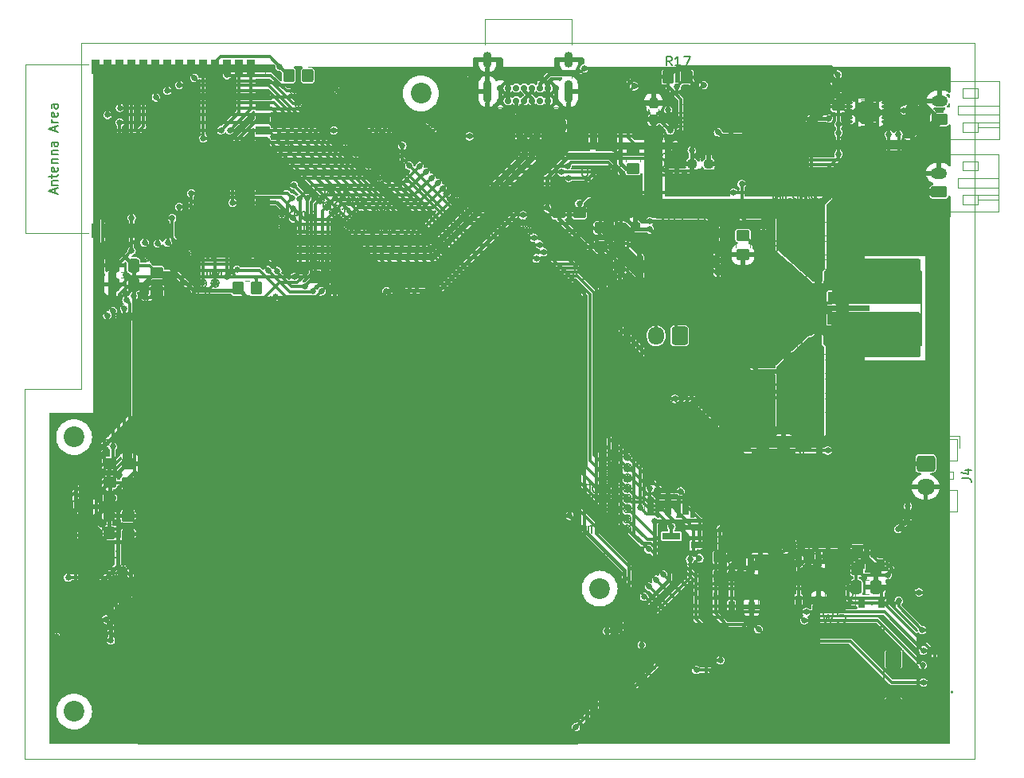
<source format=gbo>
G04 #@! TF.GenerationSoftware,KiCad,Pcbnew,7.0.7*
G04 #@! TF.CreationDate,2023-10-14T19:07:29-04:00*
G04 #@! TF.ProjectId,boardlock,626f6172-646c-46f6-936b-2e6b69636164,rev?*
G04 #@! TF.SameCoordinates,Original*
G04 #@! TF.FileFunction,Legend,Bot*
G04 #@! TF.FilePolarity,Positive*
%FSLAX46Y46*%
G04 Gerber Fmt 4.6, Leading zero omitted, Abs format (unit mm)*
G04 Created by KiCad (PCBNEW 7.0.7) date 2023-10-14 19:07:29*
%MOMM*%
%LPD*%
G01*
G04 APERTURE LIST*
G04 Aperture macros list*
%AMRoundRect*
0 Rectangle with rounded corners*
0 $1 Rounding radius*
0 $2 $3 $4 $5 $6 $7 $8 $9 X,Y pos of 4 corners*
0 Add a 4 corners polygon primitive as box body*
4,1,4,$2,$3,$4,$5,$6,$7,$8,$9,$2,$3,0*
0 Add four circle primitives for the rounded corners*
1,1,$1+$1,$2,$3*
1,1,$1+$1,$4,$5*
1,1,$1+$1,$6,$7*
1,1,$1+$1,$8,$9*
0 Add four rect primitives between the rounded corners*
20,1,$1+$1,$2,$3,$4,$5,0*
20,1,$1+$1,$4,$5,$6,$7,0*
20,1,$1+$1,$6,$7,$8,$9,0*
20,1,$1+$1,$8,$9,$2,$3,0*%
G04 Aperture macros list end*
%ADD10C,0.150000*%
%ADD11C,0.300000*%
%ADD12C,0.120000*%
%ADD13C,0.127000*%
%ADD14C,0.200000*%
%ADD15RoundRect,0.250000X0.625000X-0.350000X0.625000X0.350000X-0.625000X0.350000X-0.625000X-0.350000X0*%
%ADD16O,1.750000X1.200000*%
%ADD17C,2.200000*%
%ADD18RoundRect,0.250000X-0.725000X0.600000X-0.725000X-0.600000X0.725000X-0.600000X0.725000X0.600000X0*%
%ADD19O,1.950000X1.700000*%
%ADD20RoundRect,0.250000X0.600000X0.725000X-0.600000X0.725000X-0.600000X-0.725000X0.600000X-0.725000X0*%
%ADD21O,1.700000X1.950000*%
%ADD22RoundRect,0.250000X-0.450000X0.350000X-0.450000X-0.350000X0.450000X-0.350000X0.450000X0.350000X0*%
%ADD23RoundRect,0.250000X0.337500X0.475000X-0.337500X0.475000X-0.337500X-0.475000X0.337500X-0.475000X0*%
%ADD24RoundRect,0.250000X0.350000X0.450000X-0.350000X0.450000X-0.350000X-0.450000X0.350000X-0.450000X0*%
%ADD25RoundRect,0.250000X0.450000X-0.350000X0.450000X0.350000X-0.450000X0.350000X-0.450000X-0.350000X0*%
%ADD26RoundRect,0.250000X-0.337500X-0.475000X0.337500X-0.475000X0.337500X0.475000X-0.337500X0.475000X0*%
%ADD27RoundRect,0.250000X-0.475000X0.337500X-0.475000X-0.337500X0.475000X-0.337500X0.475000X0.337500X0*%
%ADD28RoundRect,0.237500X-0.300000X-0.237500X0.300000X-0.237500X0.300000X0.237500X-0.300000X0.237500X0*%
%ADD29RoundRect,0.250000X-0.350000X-0.450000X0.350000X-0.450000X0.350000X0.450000X-0.350000X0.450000X0*%
%ADD30RoundRect,0.237500X0.237500X-0.250000X0.237500X0.250000X-0.237500X0.250000X-0.237500X-0.250000X0*%
%ADD31C,0.700000*%
%ADD32O,0.900000X1.700000*%
%ADD33O,0.900000X2.400000*%
%ADD34RoundRect,0.250001X1.074999X-0.462499X1.074999X0.462499X-1.074999X0.462499X-1.074999X-0.462499X0*%
%ADD35RoundRect,0.076200X0.550000X-0.350000X0.550000X0.350000X-0.550000X0.350000X-0.550000X-0.350000X0*%
%ADD36RoundRect,0.076200X0.465000X-0.450000X0.465000X0.450000X-0.465000X0.450000X-0.465000X-0.450000X0*%
%ADD37RoundRect,0.076200X0.390000X-0.525000X0.390000X0.525000X-0.390000X0.525000X-0.390000X-0.525000X0*%
%ADD38RoundRect,0.076200X0.915000X-0.570000X0.915000X0.570000X-0.915000X0.570000X-0.915000X-0.570000X0*%
%ADD39RoundRect,0.076200X1.400000X-0.430000X1.400000X0.430000X-1.400000X0.430000X-1.400000X-0.430000X0*%
%ADD40RoundRect,0.076200X1.665000X-0.350000X1.665000X0.350000X-1.665000X0.350000X-1.665000X-0.350000X0*%
%ADD41RoundRect,0.250000X0.475000X-0.337500X0.475000X0.337500X-0.475000X0.337500X-0.475000X-0.337500X0*%
%ADD42R,1.500000X0.450000*%
%ADD43RoundRect,0.150000X0.512500X0.150000X-0.512500X0.150000X-0.512500X-0.150000X0.512500X-0.150000X0*%
%ADD44RoundRect,0.237500X-0.250000X-0.237500X0.250000X-0.237500X0.250000X0.237500X-0.250000X0.237500X0*%
G04 #@! TA.AperFunction,SMDPad,CuDef*
%ADD45R,0.599999X1.500000*%
G04 #@! TD*
G04 #@! TA.AperFunction,SMDPad,CuDef*
%ADD46C,1.000000*%
G04 #@! TD*
G04 #@! TA.AperFunction,SMDPad,CuDef*
%ADD47RoundRect,0.237500X0.250000X0.237500X-0.250000X0.237500X-0.250000X-0.237500X0.250000X-0.237500X0*%
G04 #@! TD*
G04 #@! TA.AperFunction,SMDPad,CuDef*
%ADD48RoundRect,0.250000X-0.450000X0.350000X-0.450000X-0.350000X0.450000X-0.350000X0.450000X0.350000X0*%
G04 #@! TD*
G04 #@! TA.AperFunction,SMDPad,CuDef*
%ADD49RoundRect,0.250000X-0.350000X-0.450000X0.350000X-0.450000X0.350000X0.450000X-0.350000X0.450000X0*%
G04 #@! TD*
G04 #@! TA.AperFunction,SMDPad,CuDef*
%ADD50RoundRect,0.250000X0.650000X-0.412500X0.650000X0.412500X-0.650000X0.412500X-0.650000X-0.412500X0*%
G04 #@! TD*
G04 #@! TA.AperFunction,SMDPad,CuDef*
%ADD51RoundRect,0.250000X-0.337500X-0.475000X0.337500X-0.475000X0.337500X0.475000X-0.337500X0.475000X0*%
G04 #@! TD*
G04 #@! TA.AperFunction,SMDPad,CuDef*
%ADD52RoundRect,0.237500X0.237500X-0.300000X0.237500X0.300000X-0.237500X0.300000X-0.237500X-0.300000X0*%
G04 #@! TD*
G04 #@! TA.AperFunction,SMDPad,CuDef*
%ADD53R,0.800000X1.900000*%
G04 #@! TD*
G04 #@! TA.AperFunction,SMDPad,CuDef*
%ADD54RoundRect,0.087500X-0.437500X-0.087500X0.437500X-0.087500X0.437500X0.087500X-0.437500X0.087500X0*%
G04 #@! TD*
G04 #@! TA.AperFunction,SMDPad,CuDef*
%ADD55RoundRect,0.087500X-0.087500X-0.412500X0.087500X-0.412500X0.087500X0.412500X-0.087500X0.412500X0*%
G04 #@! TD*
G04 #@! TA.AperFunction,SMDPad,CuDef*
%ADD56RoundRect,0.087500X-0.087500X-0.462500X0.087500X-0.462500X0.087500X0.462500X-0.087500X0.462500X0*%
G04 #@! TD*
G04 #@! TA.AperFunction,SMDPad,CuDef*
%ADD57RoundRect,0.237500X-0.300000X-0.237500X0.300000X-0.237500X0.300000X0.237500X-0.300000X0.237500X0*%
G04 #@! TD*
G04 #@! TA.AperFunction,SMDPad,CuDef*
%ADD58R,0.650000X1.050000*%
G04 #@! TD*
G04 #@! TA.AperFunction,ComponentPad*
%ADD59RoundRect,0.250000X0.625000X-0.350000X0.625000X0.350000X-0.625000X0.350000X-0.625000X-0.350000X0*%
G04 #@! TD*
G04 #@! TA.AperFunction,ComponentPad*
%ADD60O,1.750000X1.200000*%
G04 #@! TD*
G04 #@! TA.AperFunction,SMDPad,CuDef*
%ADD61RoundRect,0.250000X-0.475000X0.337500X-0.475000X-0.337500X0.475000X-0.337500X0.475000X0.337500X0*%
G04 #@! TD*
G04 #@! TA.AperFunction,SMDPad,CuDef*
%ADD62R,1.790000X0.800000*%
G04 #@! TD*
G04 #@! TA.AperFunction,SMDPad,CuDef*
%ADD63R,1.500000X2.400000*%
G04 #@! TD*
G04 #@! TA.AperFunction,SMDPad,CuDef*
%ADD64R,1.900000X0.800000*%
G04 #@! TD*
G04 #@! TA.AperFunction,SMDPad,CuDef*
%ADD65RoundRect,0.249999X-1.425001X0.450001X-1.425001X-0.450001X1.425001X-0.450001X1.425001X0.450001X0*%
G04 #@! TD*
G04 #@! TA.AperFunction,SMDPad,CuDef*
%ADD66RoundRect,0.062500X0.375000X0.062500X-0.375000X0.062500X-0.375000X-0.062500X0.375000X-0.062500X0*%
G04 #@! TD*
G04 #@! TA.AperFunction,SMDPad,CuDef*
%ADD67RoundRect,0.062500X0.062500X0.375000X-0.062500X0.375000X-0.062500X-0.375000X0.062500X-0.375000X0*%
G04 #@! TD*
G04 #@! TA.AperFunction,SMDPad,CuDef*
%ADD68R,1.600000X1.600000*%
G04 #@! TD*
G04 #@! TA.AperFunction,SMDPad,CuDef*
%ADD69R,1.049999X0.240000*%
G04 #@! TD*
G04 #@! TA.AperFunction,SMDPad,CuDef*
%ADD70R,0.240000X0.999999*%
G04 #@! TD*
G04 #@! TA.AperFunction,SMDPad,CuDef*
%ADD71R,0.849998X1.050000*%
G04 #@! TD*
G04 #@! TA.AperFunction,SMDPad,CuDef*
%ADD72R,1.950000X0.349998*%
G04 #@! TD*
G04 #@! TA.AperFunction,SMDPad,CuDef*
%ADD73R,2.300000X0.349998*%
G04 #@! TD*
G04 #@! TA.AperFunction,SMDPad,CuDef*
%ADD74R,0.850000X1.150000*%
G04 #@! TD*
G04 #@! TA.AperFunction,SMDPad,CuDef*
%ADD75R,0.245000X1.099999*%
G04 #@! TD*
G04 #@! TA.AperFunction,SMDPad,CuDef*
%ADD76R,0.240000X1.099999*%
G04 #@! TD*
G04 #@! TA.AperFunction,SMDPad,CuDef*
%ADD77RoundRect,0.250000X0.450000X-0.350000X0.450000X0.350000X-0.450000X0.350000X-0.450000X-0.350000X0*%
G04 #@! TD*
G04 #@! TA.AperFunction,SMDPad,CuDef*
%ADD78R,0.200000X0.200000*%
G04 #@! TD*
G04 #@! TA.AperFunction,SMDPad,CuDef*
%ADD79O,0.850000X0.200000*%
G04 #@! TD*
G04 #@! TA.AperFunction,SMDPad,CuDef*
%ADD80R,0.400000X0.575000*%
G04 #@! TD*
G04 #@! TA.AperFunction,SMDPad,CuDef*
%ADD81R,0.400000X0.675000*%
G04 #@! TD*
G04 #@! TA.AperFunction,ComponentPad*
%ADD82C,0.600000*%
G04 #@! TD*
G04 #@! TA.AperFunction,SMDPad,CuDef*
%ADD83R,1.300000X0.975000*%
G04 #@! TD*
G04 #@! TA.AperFunction,SMDPad,CuDef*
%ADD84R,2.600000X1.950000*%
G04 #@! TD*
G04 #@! TA.AperFunction,SMDPad,CuDef*
%ADD85RoundRect,0.237500X-0.250000X-0.237500X0.250000X-0.237500X0.250000X0.237500X-0.250000X0.237500X0*%
G04 #@! TD*
G04 #@! TA.AperFunction,SMDPad,CuDef*
%ADD86R,1.500000X0.450000*%
G04 #@! TD*
G04 #@! TA.AperFunction,SMDPad,CuDef*
%ADD87R,0.650000X1.560000*%
G04 #@! TD*
G04 #@! TA.AperFunction,SMDPad,CuDef*
%ADD88R,3.500000X1.500000*%
G04 #@! TD*
G04 #@! TA.AperFunction,SMDPad,CuDef*
%ADD89R,1.500000X3.500000*%
G04 #@! TD*
G04 #@! TA.AperFunction,SMDPad,CuDef*
%ADD90RoundRect,0.250000X0.350000X0.450000X-0.350000X0.450000X-0.350000X-0.450000X0.350000X-0.450000X0*%
G04 #@! TD*
G04 #@! TA.AperFunction,SMDPad,CuDef*
%ADD91RoundRect,0.250000X0.475000X-0.337500X0.475000X0.337500X-0.475000X0.337500X-0.475000X-0.337500X0*%
G04 #@! TD*
G04 #@! TA.AperFunction,SMDPad,CuDef*
%ADD92RoundRect,0.008100X-0.411900X-0.126900X0.411900X-0.126900X0.411900X0.126900X-0.411900X0.126900X0*%
G04 #@! TD*
G04 #@! TA.AperFunction,SMDPad,CuDef*
%ADD93RoundRect,0.008100X0.126900X-0.411900X0.126900X0.411900X-0.126900X0.411900X-0.126900X-0.411900X0*%
G04 #@! TD*
G04 #@! TA.AperFunction,SMDPad,CuDef*
%ADD94R,1.100000X1.100000*%
G04 #@! TD*
G04 #@! TA.AperFunction,SMDPad,CuDef*
%ADD95R,0.900000X1.500000*%
G04 #@! TD*
G04 #@! TA.AperFunction,SMDPad,CuDef*
%ADD96R,1.500000X0.900000*%
G04 #@! TD*
G04 #@! TA.AperFunction,SMDPad,CuDef*
%ADD97R,0.900000X0.900000*%
G04 #@! TD*
G04 #@! TA.AperFunction,SMDPad,CuDef*
%ADD98R,3.251200X2.489200*%
G04 #@! TD*
G04 #@! TA.AperFunction,SMDPad,CuDef*
%ADD99R,1.550000X1.600000*%
G04 #@! TD*
G04 #@! TA.AperFunction,SMDPad,CuDef*
%ADD100RoundRect,0.250000X0.337500X0.475000X-0.337500X0.475000X-0.337500X-0.475000X0.337500X-0.475000X0*%
G04 #@! TD*
G04 #@! TA.AperFunction,SMDPad,CuDef*
%ADD101RoundRect,0.250000X0.325000X0.450000X-0.325000X0.450000X-0.325000X-0.450000X0.325000X-0.450000X0*%
G04 #@! TD*
G04 #@! TA.AperFunction,SMDPad,CuDef*
%ADD102RoundRect,0.225000X0.225000X0.375000X-0.225000X0.375000X-0.225000X-0.375000X0.225000X-0.375000X0*%
G04 #@! TD*
G04 #@! TA.AperFunction,SMDPad,CuDef*
%ADD103RoundRect,0.250000X0.300000X-0.300000X0.300000X0.300000X-0.300000X0.300000X-0.300000X-0.300000X0*%
G04 #@! TD*
G04 #@! TA.AperFunction,ComponentPad*
%ADD104RoundRect,0.250000X-0.725000X0.600000X-0.725000X-0.600000X0.725000X-0.600000X0.725000X0.600000X0*%
G04 #@! TD*
G04 #@! TA.AperFunction,ComponentPad*
%ADD105O,1.950000X1.700000*%
G04 #@! TD*
G04 #@! TA.AperFunction,ComponentPad*
%ADD106RoundRect,0.250000X0.600000X0.725000X-0.600000X0.725000X-0.600000X-0.725000X0.600000X-0.725000X0*%
G04 #@! TD*
G04 #@! TA.AperFunction,ComponentPad*
%ADD107O,1.700000X1.950000*%
G04 #@! TD*
G04 #@! TA.AperFunction,SMDPad,CuDef*
%ADD108RoundRect,0.237500X-0.237500X0.300000X-0.237500X-0.300000X0.237500X-0.300000X0.237500X0.300000X0*%
G04 #@! TD*
G04 #@! TA.AperFunction,ComponentPad*
%ADD109C,0.700000*%
G04 #@! TD*
G04 #@! TA.AperFunction,ComponentPad*
%ADD110O,0.900000X1.700000*%
G04 #@! TD*
G04 #@! TA.AperFunction,ComponentPad*
%ADD111O,0.900000X2.400000*%
G04 #@! TD*
G04 #@! TA.AperFunction,ViaPad*
%ADD112C,0.635000*%
G04 #@! TD*
G04 #@! TA.AperFunction,ViaPad*
%ADD113C,1.524000*%
G04 #@! TD*
G04 #@! TA.AperFunction,ViaPad*
%ADD114C,0.508000*%
G04 #@! TD*
G04 #@! TA.AperFunction,Conductor*
%ADD115C,0.635000*%
G04 #@! TD*
G04 #@! TA.AperFunction,Conductor*
%ADD116C,0.304800*%
G04 #@! TD*
G04 #@! TA.AperFunction,Conductor*
%ADD117C,0.381000*%
G04 #@! TD*
G04 #@! TA.AperFunction,Conductor*
%ADD118C,0.508000*%
G04 #@! TD*
G04 #@! TA.AperFunction,Conductor*
%ADD119C,0.762000*%
G04 #@! TD*
G04 #@! TA.AperFunction,Conductor*
%ADD120C,1.016000*%
G04 #@! TD*
G04 #@! TA.AperFunction,Conductor*
%ADD121C,0.203200*%
G04 #@! TD*
G04 #@! TA.AperFunction,SMDPad,CuDef*
%ADD122RoundRect,0.237500X0.237500X-0.250000X0.237500X0.250000X-0.237500X0.250000X-0.237500X-0.250000X0*%
G04 #@! TD*
G04 #@! TA.AperFunction,SMDPad,CuDef*
%ADD123RoundRect,0.250001X1.074999X-0.462499X1.074999X0.462499X-1.074999X0.462499X-1.074999X-0.462499X0*%
G04 #@! TD*
G04 #@! TA.AperFunction,SMDPad,CuDef*
%ADD124R,1.100000X0.700000*%
G04 #@! TD*
G04 #@! TA.AperFunction,SMDPad,CuDef*
%ADD125R,0.930000X0.900000*%
G04 #@! TD*
G04 #@! TA.AperFunction,SMDPad,CuDef*
%ADD126R,0.780000X1.050000*%
G04 #@! TD*
G04 #@! TA.AperFunction,SMDPad,CuDef*
%ADD127R,1.830000X1.140000*%
G04 #@! TD*
G04 #@! TA.AperFunction,SMDPad,CuDef*
%ADD128R,2.800000X0.860000*%
G04 #@! TD*
G04 #@! TA.AperFunction,SMDPad,CuDef*
%ADD129R,3.330000X0.700000*%
G04 #@! TD*
G04 #@! TA.AperFunction,SMDPad,CuDef*
%ADD130RoundRect,0.150000X0.512500X0.150000X-0.512500X0.150000X-0.512500X-0.150000X0.512500X-0.150000X0*%
G04 #@! TD*
%ADD131C,0.010000*%
%ADD132R,0.599999X1.500000*%
%ADD133RoundRect,0.237500X0.250000X0.237500X-0.250000X0.237500X-0.250000X-0.237500X0.250000X-0.237500X0*%
%ADD134RoundRect,0.250000X0.650000X-0.412500X0.650000X0.412500X-0.650000X0.412500X-0.650000X-0.412500X0*%
%ADD135RoundRect,0.237500X0.237500X-0.300000X0.237500X0.300000X-0.237500X0.300000X-0.237500X-0.300000X0*%
%ADD136R,0.800000X1.900000*%
%ADD137RoundRect,0.087500X-0.437500X-0.087500X0.437500X-0.087500X0.437500X0.087500X-0.437500X0.087500X0*%
%ADD138RoundRect,0.087500X-0.087500X-0.412500X0.087500X-0.412500X0.087500X0.412500X-0.087500X0.412500X0*%
%ADD139RoundRect,0.087500X-0.087500X-0.462500X0.087500X-0.462500X0.087500X0.462500X-0.087500X0.462500X0*%
%ADD140R,0.650000X1.050000*%
%ADD141R,1.790000X0.800000*%
%ADD142R,1.500000X2.400000*%
%ADD143R,1.900000X0.800000*%
%ADD144RoundRect,0.249999X-1.425001X0.450001X-1.425001X-0.450001X1.425001X-0.450001X1.425001X0.450001X0*%
%ADD145RoundRect,0.160000X0.160000X0.160000X-0.160000X0.160000X-0.160000X-0.160000X0.160000X-0.160000X0*%
%ADD146RoundRect,0.062500X0.375000X0.062500X-0.375000X0.062500X-0.375000X-0.062500X0.375000X-0.062500X0*%
%ADD147RoundRect,0.062500X0.062500X0.375000X-0.062500X0.375000X-0.062500X-0.375000X0.062500X-0.375000X0*%
%ADD148R,1.049999X0.240000*%
%ADD149R,0.240000X0.999999*%
%ADD150R,0.849998X1.050000*%
%ADD151R,0.850000X1.150000*%
%ADD152R,0.245000X1.099999*%
%ADD153R,0.240000X1.099999*%
%ADD154R,0.200000X0.200000*%
%ADD155O,0.850000X0.200000*%
%ADD156R,0.400000X0.575000*%
%ADD157R,1.100000X0.775000*%
%ADD158R,0.650000X1.560000*%
%ADD159R,0.720000X0.580000*%
%ADD160R,0.580000X0.720000*%
%ADD161RoundRect,0.008100X-0.411900X-0.126900X0.411900X-0.126900X0.411900X0.126900X-0.411900X0.126900X0*%
%ADD162RoundRect,0.008100X0.126900X-0.411900X0.126900X0.411900X-0.126900X0.411900X-0.126900X-0.411900X0*%
%ADD163R,0.900000X1.500000*%
%ADD164R,1.500000X0.900000*%
%ADD165R,0.900000X0.900000*%
%ADD166R,3.251200X2.489200*%
%ADD167R,1.550000X1.600000*%
%ADD168RoundRect,0.250000X0.325000X0.450000X-0.325000X0.450000X-0.325000X-0.450000X0.325000X-0.450000X0*%
%ADD169RoundRect,0.225000X0.225000X0.375000X-0.225000X0.375000X-0.225000X-0.375000X0.225000X-0.375000X0*%
%ADD170RoundRect,0.250000X0.300000X-0.300000X0.300000X0.300000X-0.300000X0.300000X-0.300000X-0.300000X0*%
%ADD171RoundRect,0.237500X-0.237500X0.300000X-0.237500X-0.300000X0.237500X-0.300000X0.237500X0.300000X0*%
%ADD172R,1.100000X0.700000*%
%ADD173R,0.930000X0.900000*%
%ADD174R,0.780000X1.050000*%
%ADD175R,1.830000X1.140000*%
%ADD176R,2.800000X0.860000*%
%ADD177R,3.330000X0.700000*%
%ADD178C,0.317500*%
%ADD179C,0.254000*%
%ADD180C,0.203200*%
%ADD181C,0.152400*%
%ADD182C,1.000000*%
%ADD183R,1.600000X1.600000*%
%ADD184R,1.950000X0.349998*%
%ADD185R,2.300000X0.349998*%
%ADD186RoundRect,0.050000X0.100000X0.100000X-0.100000X0.100000X-0.100000X-0.100000X0.100000X-0.100000X0*%
%ADD187O,0.950000X0.300000*%
%ADD188R,0.400000X0.675000*%
%ADD189R,2.600000X1.950000*%
%ADD190RoundRect,0.000001X1.750000X0.750000X-1.750000X0.750000X-1.750000X-0.750000X1.750000X-0.750000X0*%
%ADD191RoundRect,0.000001X0.750000X1.750000X-0.750000X1.750000X-0.750000X-1.750000X0.750000X-1.750000X0*%
%ADD192RoundRect,0.110100X-0.411900X-0.126900X0.411900X-0.126900X0.411900X0.126900X-0.411900X0.126900X0*%
%ADD193RoundRect,0.110100X0.126900X-0.411900X0.126900X0.411900X-0.126900X0.411900X-0.126900X-0.411900X0*%
%ADD194RoundRect,0.102000X-0.550000X-0.550000X0.550000X-0.550000X0.550000X0.550000X-0.550000X0.550000X0*%
%ADD195RoundRect,0.102000X-0.775000X-0.800000X0.775000X-0.800000X0.775000X0.800000X-0.775000X0.800000X0*%
G04 #@! TA.AperFunction,Profile*
%ADD196C,0.100000*%
G04 #@! TD*
G04 APERTURE END LIST*
D10*
X168880000Y-87290000D02*
X169360000Y-87220000D01*
X168030000Y-88570000D02*
X169360000Y-87220000D01*
X169330000Y-87700000D02*
X169360000Y-87220000D01*
D11*
X160126441Y-108492019D02*
X159459774Y-108492019D01*
X159174060Y-109539638D02*
X160126441Y-109539638D01*
X160126441Y-109539638D02*
X160126441Y-107539638D01*
X160126441Y-107539638D02*
X159174060Y-107539638D01*
X157174060Y-109349161D02*
X157269298Y-109444400D01*
X157269298Y-109444400D02*
X157555012Y-109539638D01*
X157555012Y-109539638D02*
X157745488Y-109539638D01*
X157745488Y-109539638D02*
X158031203Y-109444400D01*
X158031203Y-109444400D02*
X158221679Y-109253923D01*
X158221679Y-109253923D02*
X158316917Y-109063447D01*
X158316917Y-109063447D02*
X158412155Y-108682495D01*
X158412155Y-108682495D02*
X158412155Y-108396780D01*
X158412155Y-108396780D02*
X158316917Y-108015828D01*
X158316917Y-108015828D02*
X158221679Y-107825352D01*
X158221679Y-107825352D02*
X158031203Y-107634876D01*
X158031203Y-107634876D02*
X157745488Y-107539638D01*
X157745488Y-107539638D02*
X157555012Y-107539638D01*
X157555012Y-107539638D02*
X157269298Y-107634876D01*
X157269298Y-107634876D02*
X157174060Y-107730114D01*
X156316917Y-108492019D02*
X155650250Y-108492019D01*
X155364536Y-109539638D02*
X156316917Y-109539638D01*
X156316917Y-109539638D02*
X156316917Y-107539638D01*
X156316917Y-107539638D02*
X155364536Y-107539638D01*
X153650250Y-108206304D02*
X153650250Y-109539638D01*
X154126441Y-107444400D02*
X154602631Y-108872971D01*
X154602631Y-108872971D02*
X153364536Y-108872971D01*
X152793107Y-107539638D02*
X151459774Y-107539638D01*
X151459774Y-107539638D02*
X152316917Y-109539638D01*
X150888345Y-107539638D02*
X149555012Y-107539638D01*
X149555012Y-107539638D02*
X150412155Y-109539638D01*
X146221678Y-107634876D02*
X146412154Y-107539638D01*
X146412154Y-107539638D02*
X146697868Y-107539638D01*
X146697868Y-107539638D02*
X146983583Y-107634876D01*
X146983583Y-107634876D02*
X147174059Y-107825352D01*
X147174059Y-107825352D02*
X147269297Y-108015828D01*
X147269297Y-108015828D02*
X147364535Y-108396780D01*
X147364535Y-108396780D02*
X147364535Y-108682495D01*
X147364535Y-108682495D02*
X147269297Y-109063447D01*
X147269297Y-109063447D02*
X147174059Y-109253923D01*
X147174059Y-109253923D02*
X146983583Y-109444400D01*
X146983583Y-109444400D02*
X146697868Y-109539638D01*
X146697868Y-109539638D02*
X146507392Y-109539638D01*
X146507392Y-109539638D02*
X146221678Y-109444400D01*
X146221678Y-109444400D02*
X146126440Y-109349161D01*
X146126440Y-109349161D02*
X146126440Y-108682495D01*
X146126440Y-108682495D02*
X146507392Y-108682495D01*
X145269297Y-109539638D02*
X145269297Y-108206304D01*
X145269297Y-108587257D02*
X145174059Y-108396780D01*
X145174059Y-108396780D02*
X145078821Y-108301542D01*
X145078821Y-108301542D02*
X144888345Y-108206304D01*
X144888345Y-108206304D02*
X144697868Y-108206304D01*
X143745488Y-109539638D02*
X143935964Y-109444400D01*
X143935964Y-109444400D02*
X144031202Y-109349161D01*
X144031202Y-109349161D02*
X144126440Y-109158685D01*
X144126440Y-109158685D02*
X144126440Y-108587257D01*
X144126440Y-108587257D02*
X144031202Y-108396780D01*
X144031202Y-108396780D02*
X143935964Y-108301542D01*
X143935964Y-108301542D02*
X143745488Y-108206304D01*
X143745488Y-108206304D02*
X143459773Y-108206304D01*
X143459773Y-108206304D02*
X143269297Y-108301542D01*
X143269297Y-108301542D02*
X143174059Y-108396780D01*
X143174059Y-108396780D02*
X143078821Y-108587257D01*
X143078821Y-108587257D02*
X143078821Y-109158685D01*
X143078821Y-109158685D02*
X143174059Y-109349161D01*
X143174059Y-109349161D02*
X143269297Y-109444400D01*
X143269297Y-109444400D02*
X143459773Y-109539638D01*
X143459773Y-109539638D02*
X143745488Y-109539638D01*
X141364535Y-108206304D02*
X141364535Y-109539638D01*
X142221678Y-108206304D02*
X142221678Y-109253923D01*
X142221678Y-109253923D02*
X142126440Y-109444400D01*
X142126440Y-109444400D02*
X141935964Y-109539638D01*
X141935964Y-109539638D02*
X141650249Y-109539638D01*
X141650249Y-109539638D02*
X141459773Y-109444400D01*
X141459773Y-109444400D02*
X141364535Y-109349161D01*
X140412154Y-108206304D02*
X140412154Y-110206304D01*
X140412154Y-108301542D02*
X140221678Y-108206304D01*
X140221678Y-108206304D02*
X139840725Y-108206304D01*
X139840725Y-108206304D02*
X139650249Y-108301542D01*
X139650249Y-108301542D02*
X139555011Y-108396780D01*
X139555011Y-108396780D02*
X139459773Y-108587257D01*
X139459773Y-108587257D02*
X139459773Y-109158685D01*
X139459773Y-109158685D02*
X139555011Y-109349161D01*
X139555011Y-109349161D02*
X139650249Y-109444400D01*
X139650249Y-109444400D02*
X139840725Y-109539638D01*
X139840725Y-109539638D02*
X140221678Y-109539638D01*
X140221678Y-109539638D02*
X140412154Y-109444400D01*
X136031201Y-109539638D02*
X137174058Y-109539638D01*
X136602630Y-109539638D02*
X136602630Y-107539638D01*
X136602630Y-107539638D02*
X136793106Y-107825352D01*
X136793106Y-107825352D02*
X136983582Y-108015828D01*
X136983582Y-108015828D02*
X137174058Y-108111066D01*
X135364534Y-107539638D02*
X134126439Y-107539638D01*
X134126439Y-107539638D02*
X134793106Y-108301542D01*
X134793106Y-108301542D02*
X134507391Y-108301542D01*
X134507391Y-108301542D02*
X134316915Y-108396780D01*
X134316915Y-108396780D02*
X134221677Y-108492019D01*
X134221677Y-108492019D02*
X134126439Y-108682495D01*
X134126439Y-108682495D02*
X134126439Y-109158685D01*
X134126439Y-109158685D02*
X134221677Y-109349161D01*
X134221677Y-109349161D02*
X134316915Y-109444400D01*
X134316915Y-109444400D02*
X134507391Y-109539638D01*
X134507391Y-109539638D02*
X135078820Y-109539638D01*
X135078820Y-109539638D02*
X135269296Y-109444400D01*
X135269296Y-109444400D02*
X135364534Y-109349161D01*
X159078822Y-112759638D02*
X160221679Y-112759638D01*
X159650251Y-112759638D02*
X159650251Y-110759638D01*
X159650251Y-110759638D02*
X159840727Y-111045352D01*
X159840727Y-111045352D02*
X160031203Y-111235828D01*
X160031203Y-111235828D02*
X160221679Y-111331066D01*
X157840727Y-110759638D02*
X157650250Y-110759638D01*
X157650250Y-110759638D02*
X157459774Y-110854876D01*
X157459774Y-110854876D02*
X157364536Y-110950114D01*
X157364536Y-110950114D02*
X157269298Y-111140590D01*
X157269298Y-111140590D02*
X157174060Y-111521542D01*
X157174060Y-111521542D02*
X157174060Y-111997733D01*
X157174060Y-111997733D02*
X157269298Y-112378685D01*
X157269298Y-112378685D02*
X157364536Y-112569161D01*
X157364536Y-112569161D02*
X157459774Y-112664400D01*
X157459774Y-112664400D02*
X157650250Y-112759638D01*
X157650250Y-112759638D02*
X157840727Y-112759638D01*
X157840727Y-112759638D02*
X158031203Y-112664400D01*
X158031203Y-112664400D02*
X158126441Y-112569161D01*
X158126441Y-112569161D02*
X158221679Y-112378685D01*
X158221679Y-112378685D02*
X158316917Y-111997733D01*
X158316917Y-111997733D02*
X158316917Y-111521542D01*
X158316917Y-111521542D02*
X158221679Y-111140590D01*
X158221679Y-111140590D02*
X158126441Y-110950114D01*
X158126441Y-110950114D02*
X158031203Y-110854876D01*
X158031203Y-110854876D02*
X157840727Y-110759638D01*
X156316917Y-111997733D02*
X154793108Y-111997733D01*
X152793108Y-112759638D02*
X153935965Y-112759638D01*
X153364537Y-112759638D02*
X153364537Y-110759638D01*
X153364537Y-110759638D02*
X153555013Y-111045352D01*
X153555013Y-111045352D02*
X153745489Y-111235828D01*
X153745489Y-111235828D02*
X153935965Y-111331066D01*
X152126441Y-110759638D02*
X150888346Y-110759638D01*
X150888346Y-110759638D02*
X151555013Y-111521542D01*
X151555013Y-111521542D02*
X151269298Y-111521542D01*
X151269298Y-111521542D02*
X151078822Y-111616780D01*
X151078822Y-111616780D02*
X150983584Y-111712019D01*
X150983584Y-111712019D02*
X150888346Y-111902495D01*
X150888346Y-111902495D02*
X150888346Y-112378685D01*
X150888346Y-112378685D02*
X150983584Y-112569161D01*
X150983584Y-112569161D02*
X151078822Y-112664400D01*
X151078822Y-112664400D02*
X151269298Y-112759638D01*
X151269298Y-112759638D02*
X151840727Y-112759638D01*
X151840727Y-112759638D02*
X152031203Y-112664400D01*
X152031203Y-112664400D02*
X152126441Y-112569161D01*
X150031203Y-111997733D02*
X148507394Y-111997733D01*
X147650251Y-110950114D02*
X147555013Y-110854876D01*
X147555013Y-110854876D02*
X147364537Y-110759638D01*
X147364537Y-110759638D02*
X146888346Y-110759638D01*
X146888346Y-110759638D02*
X146697870Y-110854876D01*
X146697870Y-110854876D02*
X146602632Y-110950114D01*
X146602632Y-110950114D02*
X146507394Y-111140590D01*
X146507394Y-111140590D02*
X146507394Y-111331066D01*
X146507394Y-111331066D02*
X146602632Y-111616780D01*
X146602632Y-111616780D02*
X147745489Y-112759638D01*
X147745489Y-112759638D02*
X146507394Y-112759638D01*
X145269299Y-110759638D02*
X145078822Y-110759638D01*
X145078822Y-110759638D02*
X144888346Y-110854876D01*
X144888346Y-110854876D02*
X144793108Y-110950114D01*
X144793108Y-110950114D02*
X144697870Y-111140590D01*
X144697870Y-111140590D02*
X144602632Y-111521542D01*
X144602632Y-111521542D02*
X144602632Y-111997733D01*
X144602632Y-111997733D02*
X144697870Y-112378685D01*
X144697870Y-112378685D02*
X144793108Y-112569161D01*
X144793108Y-112569161D02*
X144888346Y-112664400D01*
X144888346Y-112664400D02*
X145078822Y-112759638D01*
X145078822Y-112759638D02*
X145269299Y-112759638D01*
X145269299Y-112759638D02*
X145459775Y-112664400D01*
X145459775Y-112664400D02*
X145555013Y-112569161D01*
X145555013Y-112569161D02*
X145650251Y-112378685D01*
X145650251Y-112378685D02*
X145745489Y-111997733D01*
X145745489Y-111997733D02*
X145745489Y-111521542D01*
X145745489Y-111521542D02*
X145650251Y-111140590D01*
X145650251Y-111140590D02*
X145555013Y-110950114D01*
X145555013Y-110950114D02*
X145459775Y-110854876D01*
X145459775Y-110854876D02*
X145269299Y-110759638D01*
X143840727Y-110950114D02*
X143745489Y-110854876D01*
X143745489Y-110854876D02*
X143555013Y-110759638D01*
X143555013Y-110759638D02*
X143078822Y-110759638D01*
X143078822Y-110759638D02*
X142888346Y-110854876D01*
X142888346Y-110854876D02*
X142793108Y-110950114D01*
X142793108Y-110950114D02*
X142697870Y-111140590D01*
X142697870Y-111140590D02*
X142697870Y-111331066D01*
X142697870Y-111331066D02*
X142793108Y-111616780D01*
X142793108Y-111616780D02*
X143935965Y-112759638D01*
X143935965Y-112759638D02*
X142697870Y-112759638D01*
X142031203Y-110759638D02*
X140793108Y-110759638D01*
X140793108Y-110759638D02*
X141459775Y-111521542D01*
X141459775Y-111521542D02*
X141174060Y-111521542D01*
X141174060Y-111521542D02*
X140983584Y-111616780D01*
X140983584Y-111616780D02*
X140888346Y-111712019D01*
X140888346Y-111712019D02*
X140793108Y-111902495D01*
X140793108Y-111902495D02*
X140793108Y-112378685D01*
X140793108Y-112378685D02*
X140888346Y-112569161D01*
X140888346Y-112569161D02*
X140983584Y-112664400D01*
X140983584Y-112664400D02*
X141174060Y-112759638D01*
X141174060Y-112759638D02*
X141745489Y-112759638D01*
X141745489Y-112759638D02*
X141935965Y-112664400D01*
X141935965Y-112664400D02*
X142031203Y-112569161D01*
X139840727Y-112664400D02*
X139840727Y-112759638D01*
X139840727Y-112759638D02*
X139935965Y-112950114D01*
X139935965Y-112950114D02*
X140031203Y-113045352D01*
X137745488Y-110759638D02*
X137078822Y-112759638D01*
X137078822Y-112759638D02*
X136412155Y-110759638D01*
X134983583Y-112664400D02*
X135174059Y-112759638D01*
X135174059Y-112759638D02*
X135555012Y-112759638D01*
X135555012Y-112759638D02*
X135745488Y-112664400D01*
X135745488Y-112664400D02*
X135840726Y-112473923D01*
X135840726Y-112473923D02*
X135840726Y-111712019D01*
X135840726Y-111712019D02*
X135745488Y-111521542D01*
X135745488Y-111521542D02*
X135555012Y-111426304D01*
X135555012Y-111426304D02*
X135174059Y-111426304D01*
X135174059Y-111426304D02*
X134983583Y-111521542D01*
X134983583Y-111521542D02*
X134888345Y-111712019D01*
X134888345Y-111712019D02*
X134888345Y-111902495D01*
X134888345Y-111902495D02*
X135840726Y-112092971D01*
X134031202Y-112759638D02*
X134031202Y-111426304D01*
X134031202Y-111807257D02*
X133935964Y-111616780D01*
X133935964Y-111616780D02*
X133840726Y-111521542D01*
X133840726Y-111521542D02*
X133650250Y-111426304D01*
X133650250Y-111426304D02*
X133459773Y-111426304D01*
X132888345Y-112664400D02*
X132697869Y-112759638D01*
X132697869Y-112759638D02*
X132316917Y-112759638D01*
X132316917Y-112759638D02*
X132126440Y-112664400D01*
X132126440Y-112664400D02*
X132031202Y-112473923D01*
X132031202Y-112473923D02*
X132031202Y-112378685D01*
X132031202Y-112378685D02*
X132126440Y-112188209D01*
X132126440Y-112188209D02*
X132316917Y-112092971D01*
X132316917Y-112092971D02*
X132602631Y-112092971D01*
X132602631Y-112092971D02*
X132793107Y-111997733D01*
X132793107Y-111997733D02*
X132888345Y-111807257D01*
X132888345Y-111807257D02*
X132888345Y-111712019D01*
X132888345Y-111712019D02*
X132793107Y-111521542D01*
X132793107Y-111521542D02*
X132602631Y-111426304D01*
X132602631Y-111426304D02*
X132316917Y-111426304D01*
X132316917Y-111426304D02*
X132126440Y-111521542D01*
X131174059Y-112759638D02*
X131174059Y-111426304D01*
X131174059Y-110759638D02*
X131269297Y-110854876D01*
X131269297Y-110854876D02*
X131174059Y-110950114D01*
X131174059Y-110950114D02*
X131078821Y-110854876D01*
X131078821Y-110854876D02*
X131174059Y-110759638D01*
X131174059Y-110759638D02*
X131174059Y-110950114D01*
X129935964Y-112759638D02*
X130126440Y-112664400D01*
X130126440Y-112664400D02*
X130221678Y-112569161D01*
X130221678Y-112569161D02*
X130316916Y-112378685D01*
X130316916Y-112378685D02*
X130316916Y-111807257D01*
X130316916Y-111807257D02*
X130221678Y-111616780D01*
X130221678Y-111616780D02*
X130126440Y-111521542D01*
X130126440Y-111521542D02*
X129935964Y-111426304D01*
X129935964Y-111426304D02*
X129650249Y-111426304D01*
X129650249Y-111426304D02*
X129459773Y-111521542D01*
X129459773Y-111521542D02*
X129364535Y-111616780D01*
X129364535Y-111616780D02*
X129269297Y-111807257D01*
X129269297Y-111807257D02*
X129269297Y-112378685D01*
X129269297Y-112378685D02*
X129364535Y-112569161D01*
X129364535Y-112569161D02*
X129459773Y-112664400D01*
X129459773Y-112664400D02*
X129650249Y-112759638D01*
X129650249Y-112759638D02*
X129935964Y-112759638D01*
X128412154Y-111426304D02*
X128412154Y-112759638D01*
X128412154Y-111616780D02*
X128316916Y-111521542D01*
X128316916Y-111521542D02*
X128126440Y-111426304D01*
X128126440Y-111426304D02*
X127840725Y-111426304D01*
X127840725Y-111426304D02*
X127650249Y-111521542D01*
X127650249Y-111521542D02*
X127555011Y-111712019D01*
X127555011Y-111712019D02*
X127555011Y-112759638D01*
X124031201Y-112759638D02*
X125174058Y-112759638D01*
X124602630Y-112759638D02*
X124602630Y-110759638D01*
X124602630Y-110759638D02*
X124793106Y-111045352D01*
X124793106Y-111045352D02*
X124983582Y-111235828D01*
X124983582Y-111235828D02*
X125174058Y-111331066D01*
X123174058Y-112569161D02*
X123078820Y-112664400D01*
X123078820Y-112664400D02*
X123174058Y-112759638D01*
X123174058Y-112759638D02*
X123269296Y-112664400D01*
X123269296Y-112664400D02*
X123174058Y-112569161D01*
X123174058Y-112569161D02*
X123174058Y-112759638D01*
X121840725Y-110759638D02*
X121650248Y-110759638D01*
X121650248Y-110759638D02*
X121459772Y-110854876D01*
X121459772Y-110854876D02*
X121364534Y-110950114D01*
X121364534Y-110950114D02*
X121269296Y-111140590D01*
X121269296Y-111140590D02*
X121174058Y-111521542D01*
X121174058Y-111521542D02*
X121174058Y-111997733D01*
X121174058Y-111997733D02*
X121269296Y-112378685D01*
X121269296Y-112378685D02*
X121364534Y-112569161D01*
X121364534Y-112569161D02*
X121459772Y-112664400D01*
X121459772Y-112664400D02*
X121650248Y-112759638D01*
X121650248Y-112759638D02*
X121840725Y-112759638D01*
X121840725Y-112759638D02*
X122031201Y-112664400D01*
X122031201Y-112664400D02*
X122126439Y-112569161D01*
X122126439Y-112569161D02*
X122221677Y-112378685D01*
X122221677Y-112378685D02*
X122316915Y-111997733D01*
X122316915Y-111997733D02*
X122316915Y-111521542D01*
X122316915Y-111521542D02*
X122221677Y-111140590D01*
X122221677Y-111140590D02*
X122126439Y-110950114D01*
X122126439Y-110950114D02*
X122031201Y-110854876D01*
X122031201Y-110854876D02*
X121840725Y-110759638D01*
X160316917Y-113979638D02*
X158983584Y-113979638D01*
X158983584Y-113979638D02*
X160316917Y-115979638D01*
X160316917Y-115979638D02*
X158983584Y-115979638D01*
X157459774Y-115884400D02*
X157650250Y-115979638D01*
X157650250Y-115979638D02*
X158031203Y-115979638D01*
X158031203Y-115979638D02*
X158221679Y-115884400D01*
X158221679Y-115884400D02*
X158316917Y-115693923D01*
X158316917Y-115693923D02*
X158316917Y-114932019D01*
X158316917Y-114932019D02*
X158221679Y-114741542D01*
X158221679Y-114741542D02*
X158031203Y-114646304D01*
X158031203Y-114646304D02*
X157650250Y-114646304D01*
X157650250Y-114646304D02*
X157459774Y-114741542D01*
X157459774Y-114741542D02*
X157364536Y-114932019D01*
X157364536Y-114932019D02*
X157364536Y-115122495D01*
X157364536Y-115122495D02*
X158316917Y-115312971D01*
X155650250Y-115884400D02*
X155840726Y-115979638D01*
X155840726Y-115979638D02*
X156221679Y-115979638D01*
X156221679Y-115979638D02*
X156412155Y-115884400D01*
X156412155Y-115884400D02*
X156507393Y-115789161D01*
X156507393Y-115789161D02*
X156602631Y-115598685D01*
X156602631Y-115598685D02*
X156602631Y-115027257D01*
X156602631Y-115027257D02*
X156507393Y-114836780D01*
X156507393Y-114836780D02*
X156412155Y-114741542D01*
X156412155Y-114741542D02*
X156221679Y-114646304D01*
X156221679Y-114646304D02*
X155840726Y-114646304D01*
X155840726Y-114646304D02*
X155650250Y-114741542D01*
X154507393Y-115979638D02*
X154697869Y-115884400D01*
X154697869Y-115884400D02*
X154793107Y-115789161D01*
X154793107Y-115789161D02*
X154888345Y-115598685D01*
X154888345Y-115598685D02*
X154888345Y-115027257D01*
X154888345Y-115027257D02*
X154793107Y-114836780D01*
X154793107Y-114836780D02*
X154697869Y-114741542D01*
X154697869Y-114741542D02*
X154507393Y-114646304D01*
X154507393Y-114646304D02*
X154221678Y-114646304D01*
X154221678Y-114646304D02*
X154031202Y-114741542D01*
X154031202Y-114741542D02*
X153935964Y-114836780D01*
X153935964Y-114836780D02*
X153840726Y-115027257D01*
X153840726Y-115027257D02*
X153840726Y-115598685D01*
X153840726Y-115598685D02*
X153935964Y-115789161D01*
X153935964Y-115789161D02*
X154031202Y-115884400D01*
X154031202Y-115884400D02*
X154221678Y-115979638D01*
X154221678Y-115979638D02*
X154507393Y-115979638D01*
X152983583Y-114646304D02*
X152983583Y-115979638D01*
X152983583Y-114836780D02*
X152888345Y-114741542D01*
X152888345Y-114741542D02*
X152697869Y-114646304D01*
X152697869Y-114646304D02*
X152412154Y-114646304D01*
X152412154Y-114646304D02*
X152221678Y-114741542D01*
X152221678Y-114741542D02*
X152126440Y-114932019D01*
X152126440Y-114932019D02*
X152126440Y-115979638D01*
X150316916Y-114646304D02*
X150316916Y-116265352D01*
X150316916Y-116265352D02*
X150412154Y-116455828D01*
X150412154Y-116455828D02*
X150507392Y-116551066D01*
X150507392Y-116551066D02*
X150697869Y-116646304D01*
X150697869Y-116646304D02*
X150983583Y-116646304D01*
X150983583Y-116646304D02*
X151174059Y-116551066D01*
X150316916Y-115884400D02*
X150507392Y-115979638D01*
X150507392Y-115979638D02*
X150888345Y-115979638D01*
X150888345Y-115979638D02*
X151078821Y-115884400D01*
X151078821Y-115884400D02*
X151174059Y-115789161D01*
X151174059Y-115789161D02*
X151269297Y-115598685D01*
X151269297Y-115598685D02*
X151269297Y-115027257D01*
X151269297Y-115027257D02*
X151174059Y-114836780D01*
X151174059Y-114836780D02*
X151078821Y-114741542D01*
X151078821Y-114741542D02*
X150888345Y-114646304D01*
X150888345Y-114646304D02*
X150507392Y-114646304D01*
X150507392Y-114646304D02*
X150316916Y-114741542D01*
X146888344Y-115979638D02*
X147840725Y-115979638D01*
X147840725Y-115979638D02*
X147840725Y-113979638D01*
X146221677Y-115979638D02*
X146221677Y-114646304D01*
X146221677Y-113979638D02*
X146316915Y-114074876D01*
X146316915Y-114074876D02*
X146221677Y-114170114D01*
X146221677Y-114170114D02*
X146126439Y-114074876D01*
X146126439Y-114074876D02*
X146221677Y-113979638D01*
X146221677Y-113979638D02*
X146221677Y-114170114D01*
X144412153Y-115979638D02*
X144412153Y-114932019D01*
X144412153Y-114932019D02*
X144507391Y-114741542D01*
X144507391Y-114741542D02*
X144697867Y-114646304D01*
X144697867Y-114646304D02*
X145078820Y-114646304D01*
X145078820Y-114646304D02*
X145269296Y-114741542D01*
X144412153Y-115884400D02*
X144602629Y-115979638D01*
X144602629Y-115979638D02*
X145078820Y-115979638D01*
X145078820Y-115979638D02*
X145269296Y-115884400D01*
X145269296Y-115884400D02*
X145364534Y-115693923D01*
X145364534Y-115693923D02*
X145364534Y-115503447D01*
X145364534Y-115503447D02*
X145269296Y-115312971D01*
X145269296Y-115312971D02*
X145078820Y-115217733D01*
X145078820Y-115217733D02*
X144602629Y-115217733D01*
X144602629Y-115217733D02*
X144412153Y-115122495D01*
X143459772Y-114646304D02*
X143459772Y-115979638D01*
X143459772Y-114836780D02*
X143364534Y-114741542D01*
X143364534Y-114741542D02*
X143174058Y-114646304D01*
X143174058Y-114646304D02*
X142888343Y-114646304D01*
X142888343Y-114646304D02*
X142697867Y-114741542D01*
X142697867Y-114741542D02*
X142602629Y-114932019D01*
X142602629Y-114932019D02*
X142602629Y-115979638D01*
X140793105Y-114646304D02*
X140793105Y-116265352D01*
X140793105Y-116265352D02*
X140888343Y-116455828D01*
X140888343Y-116455828D02*
X140983581Y-116551066D01*
X140983581Y-116551066D02*
X141174058Y-116646304D01*
X141174058Y-116646304D02*
X141459772Y-116646304D01*
X141459772Y-116646304D02*
X141650248Y-116551066D01*
X140793105Y-115884400D02*
X140983581Y-115979638D01*
X140983581Y-115979638D02*
X141364534Y-115979638D01*
X141364534Y-115979638D02*
X141555010Y-115884400D01*
X141555010Y-115884400D02*
X141650248Y-115789161D01*
X141650248Y-115789161D02*
X141745486Y-115598685D01*
X141745486Y-115598685D02*
X141745486Y-115027257D01*
X141745486Y-115027257D02*
X141650248Y-114836780D01*
X141650248Y-114836780D02*
X141555010Y-114741542D01*
X141555010Y-114741542D02*
X141364534Y-114646304D01*
X141364534Y-114646304D02*
X140983581Y-114646304D01*
X140983581Y-114646304D02*
X140793105Y-114741542D01*
X160126441Y-119199638D02*
X160126441Y-117199638D01*
X160126441Y-117199638D02*
X158983584Y-119199638D01*
X158983584Y-119199638D02*
X158983584Y-117199638D01*
X158031203Y-119199638D02*
X158031203Y-117866304D01*
X158031203Y-117199638D02*
X158126441Y-117294876D01*
X158126441Y-117294876D02*
X158031203Y-117390114D01*
X158031203Y-117390114D02*
X157935965Y-117294876D01*
X157935965Y-117294876D02*
X158031203Y-117199638D01*
X158031203Y-117199638D02*
X158031203Y-117390114D01*
X156221679Y-119104400D02*
X156412155Y-119199638D01*
X156412155Y-119199638D02*
X156793108Y-119199638D01*
X156793108Y-119199638D02*
X156983584Y-119104400D01*
X156983584Y-119104400D02*
X157078822Y-119009161D01*
X157078822Y-119009161D02*
X157174060Y-118818685D01*
X157174060Y-118818685D02*
X157174060Y-118247257D01*
X157174060Y-118247257D02*
X157078822Y-118056780D01*
X157078822Y-118056780D02*
X156983584Y-117961542D01*
X156983584Y-117961542D02*
X156793108Y-117866304D01*
X156793108Y-117866304D02*
X156412155Y-117866304D01*
X156412155Y-117866304D02*
X156221679Y-117961542D01*
X155364536Y-119199638D02*
X155364536Y-117199638D01*
X154507393Y-119199638D02*
X154507393Y-118152019D01*
X154507393Y-118152019D02*
X154602631Y-117961542D01*
X154602631Y-117961542D02*
X154793107Y-117866304D01*
X154793107Y-117866304D02*
X155078822Y-117866304D01*
X155078822Y-117866304D02*
X155269298Y-117961542D01*
X155269298Y-117961542D02*
X155364536Y-118056780D01*
X153269298Y-119199638D02*
X153459774Y-119104400D01*
X153459774Y-119104400D02*
X153555012Y-119009161D01*
X153555012Y-119009161D02*
X153650250Y-118818685D01*
X153650250Y-118818685D02*
X153650250Y-118247257D01*
X153650250Y-118247257D02*
X153555012Y-118056780D01*
X153555012Y-118056780D02*
X153459774Y-117961542D01*
X153459774Y-117961542D02*
X153269298Y-117866304D01*
X153269298Y-117866304D02*
X152983583Y-117866304D01*
X152983583Y-117866304D02*
X152793107Y-117961542D01*
X152793107Y-117961542D02*
X152697869Y-118056780D01*
X152697869Y-118056780D02*
X152602631Y-118247257D01*
X152602631Y-118247257D02*
X152602631Y-118818685D01*
X152602631Y-118818685D02*
X152697869Y-119009161D01*
X152697869Y-119009161D02*
X152793107Y-119104400D01*
X152793107Y-119104400D02*
X152983583Y-119199638D01*
X152983583Y-119199638D02*
X153269298Y-119199638D01*
X151459774Y-119199638D02*
X151650250Y-119104400D01*
X151650250Y-119104400D02*
X151745488Y-118913923D01*
X151745488Y-118913923D02*
X151745488Y-117199638D01*
X149840726Y-119199638D02*
X149840726Y-118152019D01*
X149840726Y-118152019D02*
X149935964Y-117961542D01*
X149935964Y-117961542D02*
X150126440Y-117866304D01*
X150126440Y-117866304D02*
X150507393Y-117866304D01*
X150507393Y-117866304D02*
X150697869Y-117961542D01*
X149840726Y-119104400D02*
X150031202Y-119199638D01*
X150031202Y-119199638D02*
X150507393Y-119199638D01*
X150507393Y-119199638D02*
X150697869Y-119104400D01*
X150697869Y-119104400D02*
X150793107Y-118913923D01*
X150793107Y-118913923D02*
X150793107Y-118723447D01*
X150793107Y-118723447D02*
X150697869Y-118532971D01*
X150697869Y-118532971D02*
X150507393Y-118437733D01*
X150507393Y-118437733D02*
X150031202Y-118437733D01*
X150031202Y-118437733D02*
X149840726Y-118342495D01*
X148983583Y-119104400D02*
X148793107Y-119199638D01*
X148793107Y-119199638D02*
X148412155Y-119199638D01*
X148412155Y-119199638D02*
X148221678Y-119104400D01*
X148221678Y-119104400D02*
X148126440Y-118913923D01*
X148126440Y-118913923D02*
X148126440Y-118818685D01*
X148126440Y-118818685D02*
X148221678Y-118628209D01*
X148221678Y-118628209D02*
X148412155Y-118532971D01*
X148412155Y-118532971D02*
X148697869Y-118532971D01*
X148697869Y-118532971D02*
X148888345Y-118437733D01*
X148888345Y-118437733D02*
X148983583Y-118247257D01*
X148983583Y-118247257D02*
X148983583Y-118152019D01*
X148983583Y-118152019D02*
X148888345Y-117961542D01*
X148888345Y-117961542D02*
X148697869Y-117866304D01*
X148697869Y-117866304D02*
X148412155Y-117866304D01*
X148412155Y-117866304D02*
X148221678Y-117961542D01*
X145935963Y-117199638D02*
X145459773Y-119199638D01*
X145459773Y-119199638D02*
X145078820Y-117771066D01*
X145078820Y-117771066D02*
X144697868Y-119199638D01*
X144697868Y-119199638D02*
X144221678Y-117199638D01*
X143459773Y-119199638D02*
X143459773Y-117866304D01*
X143459773Y-117199638D02*
X143555011Y-117294876D01*
X143555011Y-117294876D02*
X143459773Y-117390114D01*
X143459773Y-117390114D02*
X143364535Y-117294876D01*
X143364535Y-117294876D02*
X143459773Y-117199638D01*
X143459773Y-117199638D02*
X143459773Y-117390114D01*
X142221678Y-119199638D02*
X142412154Y-119104400D01*
X142412154Y-119104400D02*
X142507392Y-118913923D01*
X142507392Y-118913923D02*
X142507392Y-117199638D01*
X141174059Y-119199638D02*
X141364535Y-119104400D01*
X141364535Y-119104400D02*
X141459773Y-118913923D01*
X141459773Y-118913923D02*
X141459773Y-117199638D01*
X140412154Y-119199638D02*
X140412154Y-117866304D01*
X140412154Y-117199638D02*
X140507392Y-117294876D01*
X140507392Y-117294876D02*
X140412154Y-117390114D01*
X140412154Y-117390114D02*
X140316916Y-117294876D01*
X140316916Y-117294876D02*
X140412154Y-117199638D01*
X140412154Y-117199638D02*
X140412154Y-117390114D01*
X138602630Y-119199638D02*
X138602630Y-118152019D01*
X138602630Y-118152019D02*
X138697868Y-117961542D01*
X138697868Y-117961542D02*
X138888344Y-117866304D01*
X138888344Y-117866304D02*
X139269297Y-117866304D01*
X139269297Y-117866304D02*
X139459773Y-117961542D01*
X138602630Y-119104400D02*
X138793106Y-119199638D01*
X138793106Y-119199638D02*
X139269297Y-119199638D01*
X139269297Y-119199638D02*
X139459773Y-119104400D01*
X139459773Y-119104400D02*
X139555011Y-118913923D01*
X139555011Y-118913923D02*
X139555011Y-118723447D01*
X139555011Y-118723447D02*
X139459773Y-118532971D01*
X139459773Y-118532971D02*
X139269297Y-118437733D01*
X139269297Y-118437733D02*
X138793106Y-118437733D01*
X138793106Y-118437733D02*
X138602630Y-118342495D01*
X137650249Y-119199638D02*
X137650249Y-117866304D01*
X137650249Y-118056780D02*
X137555011Y-117961542D01*
X137555011Y-117961542D02*
X137364535Y-117866304D01*
X137364535Y-117866304D02*
X137078820Y-117866304D01*
X137078820Y-117866304D02*
X136888344Y-117961542D01*
X136888344Y-117961542D02*
X136793106Y-118152019D01*
X136793106Y-118152019D02*
X136793106Y-119199638D01*
X136793106Y-118152019D02*
X136697868Y-117961542D01*
X136697868Y-117961542D02*
X136507392Y-117866304D01*
X136507392Y-117866304D02*
X136221678Y-117866304D01*
X136221678Y-117866304D02*
X136031201Y-117961542D01*
X136031201Y-117961542D02*
X135935963Y-118152019D01*
X135935963Y-118152019D02*
X135935963Y-119199638D01*
X135078820Y-119104400D02*
X134888344Y-119199638D01*
X134888344Y-119199638D02*
X134507392Y-119199638D01*
X134507392Y-119199638D02*
X134316915Y-119104400D01*
X134316915Y-119104400D02*
X134221677Y-118913923D01*
X134221677Y-118913923D02*
X134221677Y-118818685D01*
X134221677Y-118818685D02*
X134316915Y-118628209D01*
X134316915Y-118628209D02*
X134507392Y-118532971D01*
X134507392Y-118532971D02*
X134793106Y-118532971D01*
X134793106Y-118532971D02*
X134983582Y-118437733D01*
X134983582Y-118437733D02*
X135078820Y-118247257D01*
X135078820Y-118247257D02*
X135078820Y-118152019D01*
X135078820Y-118152019D02*
X134983582Y-117961542D01*
X134983582Y-117961542D02*
X134793106Y-117866304D01*
X134793106Y-117866304D02*
X134507392Y-117866304D01*
X134507392Y-117866304D02*
X134316915Y-117961542D01*
X159555012Y-120419638D02*
X159555012Y-121848209D01*
X159555012Y-121848209D02*
X159650251Y-122133923D01*
X159650251Y-122133923D02*
X159840727Y-122324400D01*
X159840727Y-122324400D02*
X160126441Y-122419638D01*
X160126441Y-122419638D02*
X160316917Y-122419638D01*
X157745488Y-122419638D02*
X157745488Y-121372019D01*
X157745488Y-121372019D02*
X157840726Y-121181542D01*
X157840726Y-121181542D02*
X158031202Y-121086304D01*
X158031202Y-121086304D02*
X158412155Y-121086304D01*
X158412155Y-121086304D02*
X158602631Y-121181542D01*
X157745488Y-122324400D02*
X157935964Y-122419638D01*
X157935964Y-122419638D02*
X158412155Y-122419638D01*
X158412155Y-122419638D02*
X158602631Y-122324400D01*
X158602631Y-122324400D02*
X158697869Y-122133923D01*
X158697869Y-122133923D02*
X158697869Y-121943447D01*
X158697869Y-121943447D02*
X158602631Y-121752971D01*
X158602631Y-121752971D02*
X158412155Y-121657733D01*
X158412155Y-121657733D02*
X157935964Y-121657733D01*
X157935964Y-121657733D02*
X157745488Y-121562495D01*
X156793107Y-122419638D02*
X156793107Y-121086304D01*
X156793107Y-121276780D02*
X156697869Y-121181542D01*
X156697869Y-121181542D02*
X156507393Y-121086304D01*
X156507393Y-121086304D02*
X156221678Y-121086304D01*
X156221678Y-121086304D02*
X156031202Y-121181542D01*
X156031202Y-121181542D02*
X155935964Y-121372019D01*
X155935964Y-121372019D02*
X155935964Y-122419638D01*
X155935964Y-121372019D02*
X155840726Y-121181542D01*
X155840726Y-121181542D02*
X155650250Y-121086304D01*
X155650250Y-121086304D02*
X155364536Y-121086304D01*
X155364536Y-121086304D02*
X155174059Y-121181542D01*
X155174059Y-121181542D02*
X155078821Y-121372019D01*
X155078821Y-121372019D02*
X155078821Y-122419638D01*
X154126440Y-122419638D02*
X154126440Y-121086304D01*
X154126440Y-120419638D02*
X154221678Y-120514876D01*
X154221678Y-120514876D02*
X154126440Y-120610114D01*
X154126440Y-120610114D02*
X154031202Y-120514876D01*
X154031202Y-120514876D02*
X154126440Y-120419638D01*
X154126440Y-120419638D02*
X154126440Y-120610114D01*
X152412154Y-122324400D02*
X152602630Y-122419638D01*
X152602630Y-122419638D02*
X152983583Y-122419638D01*
X152983583Y-122419638D02*
X153174059Y-122324400D01*
X153174059Y-122324400D02*
X153269297Y-122133923D01*
X153269297Y-122133923D02*
X153269297Y-121372019D01*
X153269297Y-121372019D02*
X153174059Y-121181542D01*
X153174059Y-121181542D02*
X152983583Y-121086304D01*
X152983583Y-121086304D02*
X152602630Y-121086304D01*
X152602630Y-121086304D02*
X152412154Y-121181542D01*
X152412154Y-121181542D02*
X152316916Y-121372019D01*
X152316916Y-121372019D02*
X152316916Y-121562495D01*
X152316916Y-121562495D02*
X153269297Y-121752971D01*
X148983582Y-122419638D02*
X149935963Y-122419638D01*
X149935963Y-122419638D02*
X149935963Y-120419638D01*
X147459772Y-122419638D02*
X147459772Y-121372019D01*
X147459772Y-121372019D02*
X147555010Y-121181542D01*
X147555010Y-121181542D02*
X147745486Y-121086304D01*
X147745486Y-121086304D02*
X148126439Y-121086304D01*
X148126439Y-121086304D02*
X148316915Y-121181542D01*
X147459772Y-122324400D02*
X147650248Y-122419638D01*
X147650248Y-122419638D02*
X148126439Y-122419638D01*
X148126439Y-122419638D02*
X148316915Y-122324400D01*
X148316915Y-122324400D02*
X148412153Y-122133923D01*
X148412153Y-122133923D02*
X148412153Y-121943447D01*
X148412153Y-121943447D02*
X148316915Y-121752971D01*
X148316915Y-121752971D02*
X148126439Y-121657733D01*
X148126439Y-121657733D02*
X147650248Y-121657733D01*
X147650248Y-121657733D02*
X147459772Y-121562495D01*
X146507391Y-122419638D02*
X146507391Y-121086304D01*
X146507391Y-121276780D02*
X146412153Y-121181542D01*
X146412153Y-121181542D02*
X146221677Y-121086304D01*
X146221677Y-121086304D02*
X145935962Y-121086304D01*
X145935962Y-121086304D02*
X145745486Y-121181542D01*
X145745486Y-121181542D02*
X145650248Y-121372019D01*
X145650248Y-121372019D02*
X145650248Y-122419638D01*
X145650248Y-121372019D02*
X145555010Y-121181542D01*
X145555010Y-121181542D02*
X145364534Y-121086304D01*
X145364534Y-121086304D02*
X145078820Y-121086304D01*
X145078820Y-121086304D02*
X144888343Y-121181542D01*
X144888343Y-121181542D02*
X144793105Y-121372019D01*
X144793105Y-121372019D02*
X144793105Y-122419638D01*
X160126441Y-125639638D02*
X160126441Y-123639638D01*
X160126441Y-123639638D02*
X159650251Y-123639638D01*
X159650251Y-123639638D02*
X159364536Y-123734876D01*
X159364536Y-123734876D02*
X159174060Y-123925352D01*
X159174060Y-123925352D02*
X159078822Y-124115828D01*
X159078822Y-124115828D02*
X158983584Y-124496780D01*
X158983584Y-124496780D02*
X158983584Y-124782495D01*
X158983584Y-124782495D02*
X159078822Y-125163447D01*
X159078822Y-125163447D02*
X159174060Y-125353923D01*
X159174060Y-125353923D02*
X159364536Y-125544400D01*
X159364536Y-125544400D02*
X159650251Y-125639638D01*
X159650251Y-125639638D02*
X160126441Y-125639638D01*
X157269298Y-125639638D02*
X157269298Y-124592019D01*
X157269298Y-124592019D02*
X157364536Y-124401542D01*
X157364536Y-124401542D02*
X157555012Y-124306304D01*
X157555012Y-124306304D02*
X157935965Y-124306304D01*
X157935965Y-124306304D02*
X158126441Y-124401542D01*
X157269298Y-125544400D02*
X157459774Y-125639638D01*
X157459774Y-125639638D02*
X157935965Y-125639638D01*
X157935965Y-125639638D02*
X158126441Y-125544400D01*
X158126441Y-125544400D02*
X158221679Y-125353923D01*
X158221679Y-125353923D02*
X158221679Y-125163447D01*
X158221679Y-125163447D02*
X158126441Y-124972971D01*
X158126441Y-124972971D02*
X157935965Y-124877733D01*
X157935965Y-124877733D02*
X157459774Y-124877733D01*
X157459774Y-124877733D02*
X157269298Y-124782495D01*
X156507393Y-124306304D02*
X156031203Y-125639638D01*
X156031203Y-125639638D02*
X155555012Y-124306304D01*
X154793107Y-125639638D02*
X154793107Y-124306304D01*
X154793107Y-123639638D02*
X154888345Y-123734876D01*
X154888345Y-123734876D02*
X154793107Y-123830114D01*
X154793107Y-123830114D02*
X154697869Y-123734876D01*
X154697869Y-123734876D02*
X154793107Y-123639638D01*
X154793107Y-123639638D02*
X154793107Y-123830114D01*
X152983583Y-125639638D02*
X152983583Y-123639638D01*
X152983583Y-125544400D02*
X153174059Y-125639638D01*
X153174059Y-125639638D02*
X153555012Y-125639638D01*
X153555012Y-125639638D02*
X153745488Y-125544400D01*
X153745488Y-125544400D02*
X153840726Y-125449161D01*
X153840726Y-125449161D02*
X153935964Y-125258685D01*
X153935964Y-125258685D02*
X153935964Y-124687257D01*
X153935964Y-124687257D02*
X153840726Y-124496780D01*
X153840726Y-124496780D02*
X153745488Y-124401542D01*
X153745488Y-124401542D02*
X153555012Y-124306304D01*
X153555012Y-124306304D02*
X153174059Y-124306304D01*
X153174059Y-124306304D02*
X152983583Y-124401542D01*
X149364535Y-125639638D02*
X150031202Y-124687257D01*
X150507392Y-125639638D02*
X150507392Y-123639638D01*
X150507392Y-123639638D02*
X149745487Y-123639638D01*
X149745487Y-123639638D02*
X149555011Y-123734876D01*
X149555011Y-123734876D02*
X149459773Y-123830114D01*
X149459773Y-123830114D02*
X149364535Y-124020590D01*
X149364535Y-124020590D02*
X149364535Y-124306304D01*
X149364535Y-124306304D02*
X149459773Y-124496780D01*
X149459773Y-124496780D02*
X149555011Y-124592019D01*
X149555011Y-124592019D02*
X149745487Y-124687257D01*
X149745487Y-124687257D02*
X150507392Y-124687257D01*
X147745487Y-125544400D02*
X147935963Y-125639638D01*
X147935963Y-125639638D02*
X148316916Y-125639638D01*
X148316916Y-125639638D02*
X148507392Y-125544400D01*
X148507392Y-125544400D02*
X148602630Y-125353923D01*
X148602630Y-125353923D02*
X148602630Y-124592019D01*
X148602630Y-124592019D02*
X148507392Y-124401542D01*
X148507392Y-124401542D02*
X148316916Y-124306304D01*
X148316916Y-124306304D02*
X147935963Y-124306304D01*
X147935963Y-124306304D02*
X147745487Y-124401542D01*
X147745487Y-124401542D02*
X147650249Y-124592019D01*
X147650249Y-124592019D02*
X147650249Y-124782495D01*
X147650249Y-124782495D02*
X148602630Y-124972971D01*
X146031201Y-125544400D02*
X146221677Y-125639638D01*
X146221677Y-125639638D02*
X146602630Y-125639638D01*
X146602630Y-125639638D02*
X146793106Y-125544400D01*
X146793106Y-125544400D02*
X146888344Y-125353923D01*
X146888344Y-125353923D02*
X146888344Y-124592019D01*
X146888344Y-124592019D02*
X146793106Y-124401542D01*
X146793106Y-124401542D02*
X146602630Y-124306304D01*
X146602630Y-124306304D02*
X146221677Y-124306304D01*
X146221677Y-124306304D02*
X146031201Y-124401542D01*
X146031201Y-124401542D02*
X145935963Y-124592019D01*
X145935963Y-124592019D02*
X145935963Y-124782495D01*
X145935963Y-124782495D02*
X146888344Y-124972971D01*
X144221677Y-125639638D02*
X144221677Y-123639638D01*
X144221677Y-125544400D02*
X144412153Y-125639638D01*
X144412153Y-125639638D02*
X144793106Y-125639638D01*
X144793106Y-125639638D02*
X144983582Y-125544400D01*
X144983582Y-125544400D02*
X145078820Y-125449161D01*
X145078820Y-125449161D02*
X145174058Y-125258685D01*
X145174058Y-125258685D02*
X145174058Y-124687257D01*
X145174058Y-124687257D02*
X145078820Y-124496780D01*
X145078820Y-124496780D02*
X144983582Y-124401542D01*
X144983582Y-124401542D02*
X144793106Y-124306304D01*
X144793106Y-124306304D02*
X144412153Y-124306304D01*
X144412153Y-124306304D02*
X144221677Y-124401542D01*
D10*
X114496666Y-110804819D02*
X114829999Y-110328628D01*
X115068094Y-110804819D02*
X115068094Y-109804819D01*
X115068094Y-109804819D02*
X114687142Y-109804819D01*
X114687142Y-109804819D02*
X114591904Y-109852438D01*
X114591904Y-109852438D02*
X114544285Y-109900057D01*
X114544285Y-109900057D02*
X114496666Y-109995295D01*
X114496666Y-109995295D02*
X114496666Y-110138152D01*
X114496666Y-110138152D02*
X114544285Y-110233390D01*
X114544285Y-110233390D02*
X114591904Y-110281009D01*
X114591904Y-110281009D02*
X114687142Y-110328628D01*
X114687142Y-110328628D02*
X115068094Y-110328628D01*
X113639523Y-109804819D02*
X113829999Y-109804819D01*
X113829999Y-109804819D02*
X113925237Y-109852438D01*
X113925237Y-109852438D02*
X113972856Y-109900057D01*
X113972856Y-109900057D02*
X114068094Y-110042914D01*
X114068094Y-110042914D02*
X114115713Y-110233390D01*
X114115713Y-110233390D02*
X114115713Y-110614342D01*
X114115713Y-110614342D02*
X114068094Y-110709580D01*
X114068094Y-110709580D02*
X114020475Y-110757200D01*
X114020475Y-110757200D02*
X113925237Y-110804819D01*
X113925237Y-110804819D02*
X113734761Y-110804819D01*
X113734761Y-110804819D02*
X113639523Y-110757200D01*
X113639523Y-110757200D02*
X113591904Y-110709580D01*
X113591904Y-110709580D02*
X113544285Y-110614342D01*
X113544285Y-110614342D02*
X113544285Y-110376247D01*
X113544285Y-110376247D02*
X113591904Y-110281009D01*
X113591904Y-110281009D02*
X113639523Y-110233390D01*
X113639523Y-110233390D02*
X113734761Y-110185771D01*
X113734761Y-110185771D02*
X113925237Y-110185771D01*
X113925237Y-110185771D02*
X114020475Y-110233390D01*
X114020475Y-110233390D02*
X114068094Y-110281009D01*
X114068094Y-110281009D02*
X114115713Y-110376247D01*
X182602857Y-134769580D02*
X182650476Y-134817200D01*
X182650476Y-134817200D02*
X182793333Y-134864819D01*
X182793333Y-134864819D02*
X182888571Y-134864819D01*
X182888571Y-134864819D02*
X183031428Y-134817200D01*
X183031428Y-134817200D02*
X183126666Y-134721961D01*
X183126666Y-134721961D02*
X183174285Y-134626723D01*
X183174285Y-134626723D02*
X183221904Y-134436247D01*
X183221904Y-134436247D02*
X183221904Y-134293390D01*
X183221904Y-134293390D02*
X183174285Y-134102914D01*
X183174285Y-134102914D02*
X183126666Y-134007676D01*
X183126666Y-134007676D02*
X183031428Y-133912438D01*
X183031428Y-133912438D02*
X182888571Y-133864819D01*
X182888571Y-133864819D02*
X182793333Y-133864819D01*
X182793333Y-133864819D02*
X182650476Y-133912438D01*
X182650476Y-133912438D02*
X182602857Y-133960057D01*
X182269523Y-133864819D02*
X181650476Y-133864819D01*
X181650476Y-133864819D02*
X181983809Y-134245771D01*
X181983809Y-134245771D02*
X181840952Y-134245771D01*
X181840952Y-134245771D02*
X181745714Y-134293390D01*
X181745714Y-134293390D02*
X181698095Y-134341009D01*
X181698095Y-134341009D02*
X181650476Y-134436247D01*
X181650476Y-134436247D02*
X181650476Y-134674342D01*
X181650476Y-134674342D02*
X181698095Y-134769580D01*
X181698095Y-134769580D02*
X181745714Y-134817200D01*
X181745714Y-134817200D02*
X181840952Y-134864819D01*
X181840952Y-134864819D02*
X182126666Y-134864819D01*
X182126666Y-134864819D02*
X182221904Y-134817200D01*
X182221904Y-134817200D02*
X182269523Y-134769580D01*
X180793333Y-134198152D02*
X180793333Y-134864819D01*
X181031428Y-133817200D02*
X181269523Y-134531485D01*
X181269523Y-134531485D02*
X180650476Y-134531485D01*
X154542857Y-73594819D02*
X154876190Y-73118628D01*
X155114285Y-73594819D02*
X155114285Y-72594819D01*
X155114285Y-72594819D02*
X154733333Y-72594819D01*
X154733333Y-72594819D02*
X154638095Y-72642438D01*
X154638095Y-72642438D02*
X154590476Y-72690057D01*
X154590476Y-72690057D02*
X154542857Y-72785295D01*
X154542857Y-72785295D02*
X154542857Y-72928152D01*
X154542857Y-72928152D02*
X154590476Y-73023390D01*
X154590476Y-73023390D02*
X154638095Y-73071009D01*
X154638095Y-73071009D02*
X154733333Y-73118628D01*
X154733333Y-73118628D02*
X155114285Y-73118628D01*
X153685714Y-72928152D02*
X153685714Y-73594819D01*
X153923809Y-72547200D02*
X154161904Y-73261485D01*
X154161904Y-73261485D02*
X153542857Y-73261485D01*
X153257142Y-72594819D02*
X152638095Y-72594819D01*
X152638095Y-72594819D02*
X152971428Y-72975771D01*
X152971428Y-72975771D02*
X152828571Y-72975771D01*
X152828571Y-72975771D02*
X152733333Y-73023390D01*
X152733333Y-73023390D02*
X152685714Y-73071009D01*
X152685714Y-73071009D02*
X152638095Y-73166247D01*
X152638095Y-73166247D02*
X152638095Y-73404342D01*
X152638095Y-73404342D02*
X152685714Y-73499580D01*
X152685714Y-73499580D02*
X152733333Y-73547200D01*
X152733333Y-73547200D02*
X152828571Y-73594819D01*
X152828571Y-73594819D02*
X153114285Y-73594819D01*
X153114285Y-73594819D02*
X153209523Y-73547200D01*
X153209523Y-73547200D02*
X153257142Y-73499580D01*
X183862857Y-90819580D02*
X183910476Y-90867200D01*
X183910476Y-90867200D02*
X184053333Y-90914819D01*
X184053333Y-90914819D02*
X184148571Y-90914819D01*
X184148571Y-90914819D02*
X184291428Y-90867200D01*
X184291428Y-90867200D02*
X184386666Y-90771961D01*
X184386666Y-90771961D02*
X184434285Y-90676723D01*
X184434285Y-90676723D02*
X184481904Y-90486247D01*
X184481904Y-90486247D02*
X184481904Y-90343390D01*
X184481904Y-90343390D02*
X184434285Y-90152914D01*
X184434285Y-90152914D02*
X184386666Y-90057676D01*
X184386666Y-90057676D02*
X184291428Y-89962438D01*
X184291428Y-89962438D02*
X184148571Y-89914819D01*
X184148571Y-89914819D02*
X184053333Y-89914819D01*
X184053333Y-89914819D02*
X183910476Y-89962438D01*
X183910476Y-89962438D02*
X183862857Y-90010057D01*
X183481904Y-90010057D02*
X183434285Y-89962438D01*
X183434285Y-89962438D02*
X183339047Y-89914819D01*
X183339047Y-89914819D02*
X183100952Y-89914819D01*
X183100952Y-89914819D02*
X183005714Y-89962438D01*
X183005714Y-89962438D02*
X182958095Y-90010057D01*
X182958095Y-90010057D02*
X182910476Y-90105295D01*
X182910476Y-90105295D02*
X182910476Y-90200533D01*
X182910476Y-90200533D02*
X182958095Y-90343390D01*
X182958095Y-90343390D02*
X183529523Y-90914819D01*
X183529523Y-90914819D02*
X182910476Y-90914819D01*
X182339047Y-90343390D02*
X182434285Y-90295771D01*
X182434285Y-90295771D02*
X182481904Y-90248152D01*
X182481904Y-90248152D02*
X182529523Y-90152914D01*
X182529523Y-90152914D02*
X182529523Y-90105295D01*
X182529523Y-90105295D02*
X182481904Y-90010057D01*
X182481904Y-90010057D02*
X182434285Y-89962438D01*
X182434285Y-89962438D02*
X182339047Y-89914819D01*
X182339047Y-89914819D02*
X182148571Y-89914819D01*
X182148571Y-89914819D02*
X182053333Y-89962438D01*
X182053333Y-89962438D02*
X182005714Y-90010057D01*
X182005714Y-90010057D02*
X181958095Y-90105295D01*
X181958095Y-90105295D02*
X181958095Y-90152914D01*
X181958095Y-90152914D02*
X182005714Y-90248152D01*
X182005714Y-90248152D02*
X182053333Y-90295771D01*
X182053333Y-90295771D02*
X182148571Y-90343390D01*
X182148571Y-90343390D02*
X182339047Y-90343390D01*
X182339047Y-90343390D02*
X182434285Y-90391009D01*
X182434285Y-90391009D02*
X182481904Y-90438628D01*
X182481904Y-90438628D02*
X182529523Y-90533866D01*
X182529523Y-90533866D02*
X182529523Y-90724342D01*
X182529523Y-90724342D02*
X182481904Y-90819580D01*
X182481904Y-90819580D02*
X182434285Y-90867200D01*
X182434285Y-90867200D02*
X182339047Y-90914819D01*
X182339047Y-90914819D02*
X182148571Y-90914819D01*
X182148571Y-90914819D02*
X182053333Y-90867200D01*
X182053333Y-90867200D02*
X182005714Y-90819580D01*
X182005714Y-90819580D02*
X181958095Y-90724342D01*
X181958095Y-90724342D02*
X181958095Y-90533866D01*
X181958095Y-90533866D02*
X182005714Y-90438628D01*
X182005714Y-90438628D02*
X182053333Y-90391009D01*
X182053333Y-90391009D02*
X182148571Y-90343390D01*
X120236666Y-110414819D02*
X120569999Y-109938628D01*
X120808094Y-110414819D02*
X120808094Y-109414819D01*
X120808094Y-109414819D02*
X120427142Y-109414819D01*
X120427142Y-109414819D02*
X120331904Y-109462438D01*
X120331904Y-109462438D02*
X120284285Y-109510057D01*
X120284285Y-109510057D02*
X120236666Y-109605295D01*
X120236666Y-109605295D02*
X120236666Y-109748152D01*
X120236666Y-109748152D02*
X120284285Y-109843390D01*
X120284285Y-109843390D02*
X120331904Y-109891009D01*
X120331904Y-109891009D02*
X120427142Y-109938628D01*
X120427142Y-109938628D02*
X120808094Y-109938628D01*
X119903332Y-109414819D02*
X119236666Y-109414819D01*
X119236666Y-109414819D02*
X119665237Y-110414819D01*
X200622857Y-122779580D02*
X200670476Y-122827200D01*
X200670476Y-122827200D02*
X200813333Y-122874819D01*
X200813333Y-122874819D02*
X200908571Y-122874819D01*
X200908571Y-122874819D02*
X201051428Y-122827200D01*
X201051428Y-122827200D02*
X201146666Y-122731961D01*
X201146666Y-122731961D02*
X201194285Y-122636723D01*
X201194285Y-122636723D02*
X201241904Y-122446247D01*
X201241904Y-122446247D02*
X201241904Y-122303390D01*
X201241904Y-122303390D02*
X201194285Y-122112914D01*
X201194285Y-122112914D02*
X201146666Y-122017676D01*
X201146666Y-122017676D02*
X201051428Y-121922438D01*
X201051428Y-121922438D02*
X200908571Y-121874819D01*
X200908571Y-121874819D02*
X200813333Y-121874819D01*
X200813333Y-121874819D02*
X200670476Y-121922438D01*
X200670476Y-121922438D02*
X200622857Y-121970057D01*
X200289523Y-121874819D02*
X199670476Y-121874819D01*
X199670476Y-121874819D02*
X200003809Y-122255771D01*
X200003809Y-122255771D02*
X199860952Y-122255771D01*
X199860952Y-122255771D02*
X199765714Y-122303390D01*
X199765714Y-122303390D02*
X199718095Y-122351009D01*
X199718095Y-122351009D02*
X199670476Y-122446247D01*
X199670476Y-122446247D02*
X199670476Y-122684342D01*
X199670476Y-122684342D02*
X199718095Y-122779580D01*
X199718095Y-122779580D02*
X199765714Y-122827200D01*
X199765714Y-122827200D02*
X199860952Y-122874819D01*
X199860952Y-122874819D02*
X200146666Y-122874819D01*
X200146666Y-122874819D02*
X200241904Y-122827200D01*
X200241904Y-122827200D02*
X200289523Y-122779580D01*
X199337142Y-121874819D02*
X198718095Y-121874819D01*
X198718095Y-121874819D02*
X199051428Y-122255771D01*
X199051428Y-122255771D02*
X198908571Y-122255771D01*
X198908571Y-122255771D02*
X198813333Y-122303390D01*
X198813333Y-122303390D02*
X198765714Y-122351009D01*
X198765714Y-122351009D02*
X198718095Y-122446247D01*
X198718095Y-122446247D02*
X198718095Y-122684342D01*
X198718095Y-122684342D02*
X198765714Y-122779580D01*
X198765714Y-122779580D02*
X198813333Y-122827200D01*
X198813333Y-122827200D02*
X198908571Y-122874819D01*
X198908571Y-122874819D02*
X199194285Y-122874819D01*
X199194285Y-122874819D02*
X199289523Y-122827200D01*
X199289523Y-122827200D02*
X199337142Y-122779580D01*
X200662857Y-120644819D02*
X200996190Y-120168628D01*
X201234285Y-120644819D02*
X201234285Y-119644819D01*
X201234285Y-119644819D02*
X200853333Y-119644819D01*
X200853333Y-119644819D02*
X200758095Y-119692438D01*
X200758095Y-119692438D02*
X200710476Y-119740057D01*
X200710476Y-119740057D02*
X200662857Y-119835295D01*
X200662857Y-119835295D02*
X200662857Y-119978152D01*
X200662857Y-119978152D02*
X200710476Y-120073390D01*
X200710476Y-120073390D02*
X200758095Y-120121009D01*
X200758095Y-120121009D02*
X200853333Y-120168628D01*
X200853333Y-120168628D02*
X201234285Y-120168628D01*
X199805714Y-119978152D02*
X199805714Y-120644819D01*
X200043809Y-119597200D02*
X200281904Y-120311485D01*
X200281904Y-120311485D02*
X199662857Y-120311485D01*
X199139047Y-120073390D02*
X199234285Y-120025771D01*
X199234285Y-120025771D02*
X199281904Y-119978152D01*
X199281904Y-119978152D02*
X199329523Y-119882914D01*
X199329523Y-119882914D02*
X199329523Y-119835295D01*
X199329523Y-119835295D02*
X199281904Y-119740057D01*
X199281904Y-119740057D02*
X199234285Y-119692438D01*
X199234285Y-119692438D02*
X199139047Y-119644819D01*
X199139047Y-119644819D02*
X198948571Y-119644819D01*
X198948571Y-119644819D02*
X198853333Y-119692438D01*
X198853333Y-119692438D02*
X198805714Y-119740057D01*
X198805714Y-119740057D02*
X198758095Y-119835295D01*
X198758095Y-119835295D02*
X198758095Y-119882914D01*
X198758095Y-119882914D02*
X198805714Y-119978152D01*
X198805714Y-119978152D02*
X198853333Y-120025771D01*
X198853333Y-120025771D02*
X198948571Y-120073390D01*
X198948571Y-120073390D02*
X199139047Y-120073390D01*
X199139047Y-120073390D02*
X199234285Y-120121009D01*
X199234285Y-120121009D02*
X199281904Y-120168628D01*
X199281904Y-120168628D02*
X199329523Y-120263866D01*
X199329523Y-120263866D02*
X199329523Y-120454342D01*
X199329523Y-120454342D02*
X199281904Y-120549580D01*
X199281904Y-120549580D02*
X199234285Y-120597200D01*
X199234285Y-120597200D02*
X199139047Y-120644819D01*
X199139047Y-120644819D02*
X198948571Y-120644819D01*
X198948571Y-120644819D02*
X198853333Y-120597200D01*
X198853333Y-120597200D02*
X198805714Y-120549580D01*
X198805714Y-120549580D02*
X198758095Y-120454342D01*
X198758095Y-120454342D02*
X198758095Y-120263866D01*
X198758095Y-120263866D02*
X198805714Y-120168628D01*
X198805714Y-120168628D02*
X198853333Y-120121009D01*
X198853333Y-120121009D02*
X198948571Y-120073390D01*
X200722857Y-119004819D02*
X201056190Y-118528628D01*
X201294285Y-119004819D02*
X201294285Y-118004819D01*
X201294285Y-118004819D02*
X200913333Y-118004819D01*
X200913333Y-118004819D02*
X200818095Y-118052438D01*
X200818095Y-118052438D02*
X200770476Y-118100057D01*
X200770476Y-118100057D02*
X200722857Y-118195295D01*
X200722857Y-118195295D02*
X200722857Y-118338152D01*
X200722857Y-118338152D02*
X200770476Y-118433390D01*
X200770476Y-118433390D02*
X200818095Y-118481009D01*
X200818095Y-118481009D02*
X200913333Y-118528628D01*
X200913333Y-118528628D02*
X201294285Y-118528628D01*
X199865714Y-118338152D02*
X199865714Y-119004819D01*
X200103809Y-117957200D02*
X200341904Y-118671485D01*
X200341904Y-118671485D02*
X199722857Y-118671485D01*
X198913333Y-118004819D02*
X199103809Y-118004819D01*
X199103809Y-118004819D02*
X199199047Y-118052438D01*
X199199047Y-118052438D02*
X199246666Y-118100057D01*
X199246666Y-118100057D02*
X199341904Y-118242914D01*
X199341904Y-118242914D02*
X199389523Y-118433390D01*
X199389523Y-118433390D02*
X199389523Y-118814342D01*
X199389523Y-118814342D02*
X199341904Y-118909580D01*
X199341904Y-118909580D02*
X199294285Y-118957200D01*
X199294285Y-118957200D02*
X199199047Y-119004819D01*
X199199047Y-119004819D02*
X199008571Y-119004819D01*
X199008571Y-119004819D02*
X198913333Y-118957200D01*
X198913333Y-118957200D02*
X198865714Y-118909580D01*
X198865714Y-118909580D02*
X198818095Y-118814342D01*
X198818095Y-118814342D02*
X198818095Y-118576247D01*
X198818095Y-118576247D02*
X198865714Y-118481009D01*
X198865714Y-118481009D02*
X198913333Y-118433390D01*
X198913333Y-118433390D02*
X199008571Y-118385771D01*
X199008571Y-118385771D02*
X199199047Y-118385771D01*
X199199047Y-118385771D02*
X199294285Y-118433390D01*
X199294285Y-118433390D02*
X199341904Y-118481009D01*
X199341904Y-118481009D02*
X199389523Y-118576247D01*
X162292857Y-81564819D02*
X162626190Y-81088628D01*
X162864285Y-81564819D02*
X162864285Y-80564819D01*
X162864285Y-80564819D02*
X162483333Y-80564819D01*
X162483333Y-80564819D02*
X162388095Y-80612438D01*
X162388095Y-80612438D02*
X162340476Y-80660057D01*
X162340476Y-80660057D02*
X162292857Y-80755295D01*
X162292857Y-80755295D02*
X162292857Y-80898152D01*
X162292857Y-80898152D02*
X162340476Y-80993390D01*
X162340476Y-80993390D02*
X162388095Y-81041009D01*
X162388095Y-81041009D02*
X162483333Y-81088628D01*
X162483333Y-81088628D02*
X162864285Y-81088628D01*
X161959523Y-80564819D02*
X161340476Y-80564819D01*
X161340476Y-80564819D02*
X161673809Y-80945771D01*
X161673809Y-80945771D02*
X161530952Y-80945771D01*
X161530952Y-80945771D02*
X161435714Y-80993390D01*
X161435714Y-80993390D02*
X161388095Y-81041009D01*
X161388095Y-81041009D02*
X161340476Y-81136247D01*
X161340476Y-81136247D02*
X161340476Y-81374342D01*
X161340476Y-81374342D02*
X161388095Y-81469580D01*
X161388095Y-81469580D02*
X161435714Y-81517200D01*
X161435714Y-81517200D02*
X161530952Y-81564819D01*
X161530952Y-81564819D02*
X161816666Y-81564819D01*
X161816666Y-81564819D02*
X161911904Y-81517200D01*
X161911904Y-81517200D02*
X161959523Y-81469580D01*
X160435714Y-80564819D02*
X160911904Y-80564819D01*
X160911904Y-80564819D02*
X160959523Y-81041009D01*
X160959523Y-81041009D02*
X160911904Y-80993390D01*
X160911904Y-80993390D02*
X160816666Y-80945771D01*
X160816666Y-80945771D02*
X160578571Y-80945771D01*
X160578571Y-80945771D02*
X160483333Y-80993390D01*
X160483333Y-80993390D02*
X160435714Y-81041009D01*
X160435714Y-81041009D02*
X160388095Y-81136247D01*
X160388095Y-81136247D02*
X160388095Y-81374342D01*
X160388095Y-81374342D02*
X160435714Y-81469580D01*
X160435714Y-81469580D02*
X160483333Y-81517200D01*
X160483333Y-81517200D02*
X160578571Y-81564819D01*
X160578571Y-81564819D02*
X160816666Y-81564819D01*
X160816666Y-81564819D02*
X160911904Y-81517200D01*
X160911904Y-81517200D02*
X160959523Y-81469580D01*
X167252857Y-89539580D02*
X167300476Y-89587200D01*
X167300476Y-89587200D02*
X167443333Y-89634819D01*
X167443333Y-89634819D02*
X167538571Y-89634819D01*
X167538571Y-89634819D02*
X167681428Y-89587200D01*
X167681428Y-89587200D02*
X167776666Y-89491961D01*
X167776666Y-89491961D02*
X167824285Y-89396723D01*
X167824285Y-89396723D02*
X167871904Y-89206247D01*
X167871904Y-89206247D02*
X167871904Y-89063390D01*
X167871904Y-89063390D02*
X167824285Y-88872914D01*
X167824285Y-88872914D02*
X167776666Y-88777676D01*
X167776666Y-88777676D02*
X167681428Y-88682438D01*
X167681428Y-88682438D02*
X167538571Y-88634819D01*
X167538571Y-88634819D02*
X167443333Y-88634819D01*
X167443333Y-88634819D02*
X167300476Y-88682438D01*
X167300476Y-88682438D02*
X167252857Y-88730057D01*
X166871904Y-88730057D02*
X166824285Y-88682438D01*
X166824285Y-88682438D02*
X166729047Y-88634819D01*
X166729047Y-88634819D02*
X166490952Y-88634819D01*
X166490952Y-88634819D02*
X166395714Y-88682438D01*
X166395714Y-88682438D02*
X166348095Y-88730057D01*
X166348095Y-88730057D02*
X166300476Y-88825295D01*
X166300476Y-88825295D02*
X166300476Y-88920533D01*
X166300476Y-88920533D02*
X166348095Y-89063390D01*
X166348095Y-89063390D02*
X166919523Y-89634819D01*
X166919523Y-89634819D02*
X166300476Y-89634819D01*
X165443333Y-88968152D02*
X165443333Y-89634819D01*
X165681428Y-88587200D02*
X165919523Y-89301485D01*
X165919523Y-89301485D02*
X165300476Y-89301485D01*
X199796666Y-73119580D02*
X199844285Y-73167200D01*
X199844285Y-73167200D02*
X199987142Y-73214819D01*
X199987142Y-73214819D02*
X200082380Y-73214819D01*
X200082380Y-73214819D02*
X200225237Y-73167200D01*
X200225237Y-73167200D02*
X200320475Y-73071961D01*
X200320475Y-73071961D02*
X200368094Y-72976723D01*
X200368094Y-72976723D02*
X200415713Y-72786247D01*
X200415713Y-72786247D02*
X200415713Y-72643390D01*
X200415713Y-72643390D02*
X200368094Y-72452914D01*
X200368094Y-72452914D02*
X200320475Y-72357676D01*
X200320475Y-72357676D02*
X200225237Y-72262438D01*
X200225237Y-72262438D02*
X200082380Y-72214819D01*
X200082380Y-72214819D02*
X199987142Y-72214819D01*
X199987142Y-72214819D02*
X199844285Y-72262438D01*
X199844285Y-72262438D02*
X199796666Y-72310057D01*
X199320475Y-73214819D02*
X199129999Y-73214819D01*
X199129999Y-73214819D02*
X199034761Y-73167200D01*
X199034761Y-73167200D02*
X198987142Y-73119580D01*
X198987142Y-73119580D02*
X198891904Y-72976723D01*
X198891904Y-72976723D02*
X198844285Y-72786247D01*
X198844285Y-72786247D02*
X198844285Y-72405295D01*
X198844285Y-72405295D02*
X198891904Y-72310057D01*
X198891904Y-72310057D02*
X198939523Y-72262438D01*
X198939523Y-72262438D02*
X199034761Y-72214819D01*
X199034761Y-72214819D02*
X199225237Y-72214819D01*
X199225237Y-72214819D02*
X199320475Y-72262438D01*
X199320475Y-72262438D02*
X199368094Y-72310057D01*
X199368094Y-72310057D02*
X199415713Y-72405295D01*
X199415713Y-72405295D02*
X199415713Y-72643390D01*
X199415713Y-72643390D02*
X199368094Y-72738628D01*
X199368094Y-72738628D02*
X199320475Y-72786247D01*
X199320475Y-72786247D02*
X199225237Y-72833866D01*
X199225237Y-72833866D02*
X199034761Y-72833866D01*
X199034761Y-72833866D02*
X198939523Y-72786247D01*
X198939523Y-72786247D02*
X198891904Y-72738628D01*
X198891904Y-72738628D02*
X198844285Y-72643390D01*
X166742857Y-85774819D02*
X167076190Y-85298628D01*
X167314285Y-85774819D02*
X167314285Y-84774819D01*
X167314285Y-84774819D02*
X166933333Y-84774819D01*
X166933333Y-84774819D02*
X166838095Y-84822438D01*
X166838095Y-84822438D02*
X166790476Y-84870057D01*
X166790476Y-84870057D02*
X166742857Y-84965295D01*
X166742857Y-84965295D02*
X166742857Y-85108152D01*
X166742857Y-85108152D02*
X166790476Y-85203390D01*
X166790476Y-85203390D02*
X166838095Y-85251009D01*
X166838095Y-85251009D02*
X166933333Y-85298628D01*
X166933333Y-85298628D02*
X167314285Y-85298628D01*
X166409523Y-84774819D02*
X165790476Y-84774819D01*
X165790476Y-84774819D02*
X166123809Y-85155771D01*
X166123809Y-85155771D02*
X165980952Y-85155771D01*
X165980952Y-85155771D02*
X165885714Y-85203390D01*
X165885714Y-85203390D02*
X165838095Y-85251009D01*
X165838095Y-85251009D02*
X165790476Y-85346247D01*
X165790476Y-85346247D02*
X165790476Y-85584342D01*
X165790476Y-85584342D02*
X165838095Y-85679580D01*
X165838095Y-85679580D02*
X165885714Y-85727200D01*
X165885714Y-85727200D02*
X165980952Y-85774819D01*
X165980952Y-85774819D02*
X166266666Y-85774819D01*
X166266666Y-85774819D02*
X166361904Y-85727200D01*
X166361904Y-85727200D02*
X166409523Y-85679580D01*
X165457142Y-84774819D02*
X164790476Y-84774819D01*
X164790476Y-84774819D02*
X165219047Y-85774819D01*
X172032857Y-82929580D02*
X172080476Y-82977200D01*
X172080476Y-82977200D02*
X172223333Y-83024819D01*
X172223333Y-83024819D02*
X172318571Y-83024819D01*
X172318571Y-83024819D02*
X172461428Y-82977200D01*
X172461428Y-82977200D02*
X172556666Y-82881961D01*
X172556666Y-82881961D02*
X172604285Y-82786723D01*
X172604285Y-82786723D02*
X172651904Y-82596247D01*
X172651904Y-82596247D02*
X172651904Y-82453390D01*
X172651904Y-82453390D02*
X172604285Y-82262914D01*
X172604285Y-82262914D02*
X172556666Y-82167676D01*
X172556666Y-82167676D02*
X172461428Y-82072438D01*
X172461428Y-82072438D02*
X172318571Y-82024819D01*
X172318571Y-82024819D02*
X172223333Y-82024819D01*
X172223333Y-82024819D02*
X172080476Y-82072438D01*
X172080476Y-82072438D02*
X172032857Y-82120057D01*
X171651904Y-82120057D02*
X171604285Y-82072438D01*
X171604285Y-82072438D02*
X171509047Y-82024819D01*
X171509047Y-82024819D02*
X171270952Y-82024819D01*
X171270952Y-82024819D02*
X171175714Y-82072438D01*
X171175714Y-82072438D02*
X171128095Y-82120057D01*
X171128095Y-82120057D02*
X171080476Y-82215295D01*
X171080476Y-82215295D02*
X171080476Y-82310533D01*
X171080476Y-82310533D02*
X171128095Y-82453390D01*
X171128095Y-82453390D02*
X171699523Y-83024819D01*
X171699523Y-83024819D02*
X171080476Y-83024819D01*
X170175714Y-82024819D02*
X170651904Y-82024819D01*
X170651904Y-82024819D02*
X170699523Y-82501009D01*
X170699523Y-82501009D02*
X170651904Y-82453390D01*
X170651904Y-82453390D02*
X170556666Y-82405771D01*
X170556666Y-82405771D02*
X170318571Y-82405771D01*
X170318571Y-82405771D02*
X170223333Y-82453390D01*
X170223333Y-82453390D02*
X170175714Y-82501009D01*
X170175714Y-82501009D02*
X170128095Y-82596247D01*
X170128095Y-82596247D02*
X170128095Y-82834342D01*
X170128095Y-82834342D02*
X170175714Y-82929580D01*
X170175714Y-82929580D02*
X170223333Y-82977200D01*
X170223333Y-82977200D02*
X170318571Y-83024819D01*
X170318571Y-83024819D02*
X170556666Y-83024819D01*
X170556666Y-83024819D02*
X170651904Y-82977200D01*
X170651904Y-82977200D02*
X170699523Y-82929580D01*
X139236666Y-68554819D02*
X139569999Y-68078628D01*
X139808094Y-68554819D02*
X139808094Y-67554819D01*
X139808094Y-67554819D02*
X139427142Y-67554819D01*
X139427142Y-67554819D02*
X139331904Y-67602438D01*
X139331904Y-67602438D02*
X139284285Y-67650057D01*
X139284285Y-67650057D02*
X139236666Y-67745295D01*
X139236666Y-67745295D02*
X139236666Y-67888152D01*
X139236666Y-67888152D02*
X139284285Y-67983390D01*
X139284285Y-67983390D02*
X139331904Y-68031009D01*
X139331904Y-68031009D02*
X139427142Y-68078628D01*
X139427142Y-68078628D02*
X139808094Y-68078628D01*
X138379523Y-67888152D02*
X138379523Y-68554819D01*
X138617618Y-67507200D02*
X138855713Y-68221485D01*
X138855713Y-68221485D02*
X138236666Y-68221485D01*
X172592857Y-72254819D02*
X172926190Y-71778628D01*
X173164285Y-72254819D02*
X173164285Y-71254819D01*
X173164285Y-71254819D02*
X172783333Y-71254819D01*
X172783333Y-71254819D02*
X172688095Y-71302438D01*
X172688095Y-71302438D02*
X172640476Y-71350057D01*
X172640476Y-71350057D02*
X172592857Y-71445295D01*
X172592857Y-71445295D02*
X172592857Y-71588152D01*
X172592857Y-71588152D02*
X172640476Y-71683390D01*
X172640476Y-71683390D02*
X172688095Y-71731009D01*
X172688095Y-71731009D02*
X172783333Y-71778628D01*
X172783333Y-71778628D02*
X173164285Y-71778628D01*
X172211904Y-71350057D02*
X172164285Y-71302438D01*
X172164285Y-71302438D02*
X172069047Y-71254819D01*
X172069047Y-71254819D02*
X171830952Y-71254819D01*
X171830952Y-71254819D02*
X171735714Y-71302438D01*
X171735714Y-71302438D02*
X171688095Y-71350057D01*
X171688095Y-71350057D02*
X171640476Y-71445295D01*
X171640476Y-71445295D02*
X171640476Y-71540533D01*
X171640476Y-71540533D02*
X171688095Y-71683390D01*
X171688095Y-71683390D02*
X172259523Y-72254819D01*
X172259523Y-72254819D02*
X171640476Y-72254819D01*
X171259523Y-71350057D02*
X171211904Y-71302438D01*
X171211904Y-71302438D02*
X171116666Y-71254819D01*
X171116666Y-71254819D02*
X170878571Y-71254819D01*
X170878571Y-71254819D02*
X170783333Y-71302438D01*
X170783333Y-71302438D02*
X170735714Y-71350057D01*
X170735714Y-71350057D02*
X170688095Y-71445295D01*
X170688095Y-71445295D02*
X170688095Y-71540533D01*
X170688095Y-71540533D02*
X170735714Y-71683390D01*
X170735714Y-71683390D02*
X171307142Y-72254819D01*
X171307142Y-72254819D02*
X170688095Y-72254819D01*
X173102857Y-91629580D02*
X173150476Y-91677200D01*
X173150476Y-91677200D02*
X173293333Y-91724819D01*
X173293333Y-91724819D02*
X173388571Y-91724819D01*
X173388571Y-91724819D02*
X173531428Y-91677200D01*
X173531428Y-91677200D02*
X173626666Y-91581961D01*
X173626666Y-91581961D02*
X173674285Y-91486723D01*
X173674285Y-91486723D02*
X173721904Y-91296247D01*
X173721904Y-91296247D02*
X173721904Y-91153390D01*
X173721904Y-91153390D02*
X173674285Y-90962914D01*
X173674285Y-90962914D02*
X173626666Y-90867676D01*
X173626666Y-90867676D02*
X173531428Y-90772438D01*
X173531428Y-90772438D02*
X173388571Y-90724819D01*
X173388571Y-90724819D02*
X173293333Y-90724819D01*
X173293333Y-90724819D02*
X173150476Y-90772438D01*
X173150476Y-90772438D02*
X173102857Y-90820057D01*
X172721904Y-90820057D02*
X172674285Y-90772438D01*
X172674285Y-90772438D02*
X172579047Y-90724819D01*
X172579047Y-90724819D02*
X172340952Y-90724819D01*
X172340952Y-90724819D02*
X172245714Y-90772438D01*
X172245714Y-90772438D02*
X172198095Y-90820057D01*
X172198095Y-90820057D02*
X172150476Y-90915295D01*
X172150476Y-90915295D02*
X172150476Y-91010533D01*
X172150476Y-91010533D02*
X172198095Y-91153390D01*
X172198095Y-91153390D02*
X172769523Y-91724819D01*
X172769523Y-91724819D02*
X172150476Y-91724819D01*
X171293333Y-90724819D02*
X171483809Y-90724819D01*
X171483809Y-90724819D02*
X171579047Y-90772438D01*
X171579047Y-90772438D02*
X171626666Y-90820057D01*
X171626666Y-90820057D02*
X171721904Y-90962914D01*
X171721904Y-90962914D02*
X171769523Y-91153390D01*
X171769523Y-91153390D02*
X171769523Y-91534342D01*
X171769523Y-91534342D02*
X171721904Y-91629580D01*
X171721904Y-91629580D02*
X171674285Y-91677200D01*
X171674285Y-91677200D02*
X171579047Y-91724819D01*
X171579047Y-91724819D02*
X171388571Y-91724819D01*
X171388571Y-91724819D02*
X171293333Y-91677200D01*
X171293333Y-91677200D02*
X171245714Y-91629580D01*
X171245714Y-91629580D02*
X171198095Y-91534342D01*
X171198095Y-91534342D02*
X171198095Y-91296247D01*
X171198095Y-91296247D02*
X171245714Y-91201009D01*
X171245714Y-91201009D02*
X171293333Y-91153390D01*
X171293333Y-91153390D02*
X171388571Y-91105771D01*
X171388571Y-91105771D02*
X171579047Y-91105771D01*
X171579047Y-91105771D02*
X171674285Y-91153390D01*
X171674285Y-91153390D02*
X171721904Y-91201009D01*
X171721904Y-91201009D02*
X171769523Y-91296247D01*
X154843333Y-68894819D02*
X154843333Y-69609104D01*
X154843333Y-69609104D02*
X154890952Y-69751961D01*
X154890952Y-69751961D02*
X154986190Y-69847200D01*
X154986190Y-69847200D02*
X155129047Y-69894819D01*
X155129047Y-69894819D02*
X155224285Y-69894819D01*
X153938571Y-68894819D02*
X154129047Y-68894819D01*
X154129047Y-68894819D02*
X154224285Y-68942438D01*
X154224285Y-68942438D02*
X154271904Y-68990057D01*
X154271904Y-68990057D02*
X154367142Y-69132914D01*
X154367142Y-69132914D02*
X154414761Y-69323390D01*
X154414761Y-69323390D02*
X154414761Y-69704342D01*
X154414761Y-69704342D02*
X154367142Y-69799580D01*
X154367142Y-69799580D02*
X154319523Y-69847200D01*
X154319523Y-69847200D02*
X154224285Y-69894819D01*
X154224285Y-69894819D02*
X154033809Y-69894819D01*
X154033809Y-69894819D02*
X153938571Y-69847200D01*
X153938571Y-69847200D02*
X153890952Y-69799580D01*
X153890952Y-69799580D02*
X153843333Y-69704342D01*
X153843333Y-69704342D02*
X153843333Y-69466247D01*
X153843333Y-69466247D02*
X153890952Y-69371009D01*
X153890952Y-69371009D02*
X153938571Y-69323390D01*
X153938571Y-69323390D02*
X154033809Y-69275771D01*
X154033809Y-69275771D02*
X154224285Y-69275771D01*
X154224285Y-69275771D02*
X154319523Y-69323390D01*
X154319523Y-69323390D02*
X154367142Y-69371009D01*
X154367142Y-69371009D02*
X154414761Y-69466247D01*
X186552857Y-86534819D02*
X186886190Y-86058628D01*
X187124285Y-86534819D02*
X187124285Y-85534819D01*
X187124285Y-85534819D02*
X186743333Y-85534819D01*
X186743333Y-85534819D02*
X186648095Y-85582438D01*
X186648095Y-85582438D02*
X186600476Y-85630057D01*
X186600476Y-85630057D02*
X186552857Y-85725295D01*
X186552857Y-85725295D02*
X186552857Y-85868152D01*
X186552857Y-85868152D02*
X186600476Y-85963390D01*
X186600476Y-85963390D02*
X186648095Y-86011009D01*
X186648095Y-86011009D02*
X186743333Y-86058628D01*
X186743333Y-86058628D02*
X187124285Y-86058628D01*
X186171904Y-85630057D02*
X186124285Y-85582438D01*
X186124285Y-85582438D02*
X186029047Y-85534819D01*
X186029047Y-85534819D02*
X185790952Y-85534819D01*
X185790952Y-85534819D02*
X185695714Y-85582438D01*
X185695714Y-85582438D02*
X185648095Y-85630057D01*
X185648095Y-85630057D02*
X185600476Y-85725295D01*
X185600476Y-85725295D02*
X185600476Y-85820533D01*
X185600476Y-85820533D02*
X185648095Y-85963390D01*
X185648095Y-85963390D02*
X186219523Y-86534819D01*
X186219523Y-86534819D02*
X185600476Y-86534819D01*
X185029047Y-85963390D02*
X185124285Y-85915771D01*
X185124285Y-85915771D02*
X185171904Y-85868152D01*
X185171904Y-85868152D02*
X185219523Y-85772914D01*
X185219523Y-85772914D02*
X185219523Y-85725295D01*
X185219523Y-85725295D02*
X185171904Y-85630057D01*
X185171904Y-85630057D02*
X185124285Y-85582438D01*
X185124285Y-85582438D02*
X185029047Y-85534819D01*
X185029047Y-85534819D02*
X184838571Y-85534819D01*
X184838571Y-85534819D02*
X184743333Y-85582438D01*
X184743333Y-85582438D02*
X184695714Y-85630057D01*
X184695714Y-85630057D02*
X184648095Y-85725295D01*
X184648095Y-85725295D02*
X184648095Y-85772914D01*
X184648095Y-85772914D02*
X184695714Y-85868152D01*
X184695714Y-85868152D02*
X184743333Y-85915771D01*
X184743333Y-85915771D02*
X184838571Y-85963390D01*
X184838571Y-85963390D02*
X185029047Y-85963390D01*
X185029047Y-85963390D02*
X185124285Y-86011009D01*
X185124285Y-86011009D02*
X185171904Y-86058628D01*
X185171904Y-86058628D02*
X185219523Y-86153866D01*
X185219523Y-86153866D02*
X185219523Y-86344342D01*
X185219523Y-86344342D02*
X185171904Y-86439580D01*
X185171904Y-86439580D02*
X185124285Y-86487200D01*
X185124285Y-86487200D02*
X185029047Y-86534819D01*
X185029047Y-86534819D02*
X184838571Y-86534819D01*
X184838571Y-86534819D02*
X184743333Y-86487200D01*
X184743333Y-86487200D02*
X184695714Y-86439580D01*
X184695714Y-86439580D02*
X184648095Y-86344342D01*
X184648095Y-86344342D02*
X184648095Y-86153866D01*
X184648095Y-86153866D02*
X184695714Y-86058628D01*
X184695714Y-86058628D02*
X184743333Y-86011009D01*
X184743333Y-86011009D02*
X184838571Y-85963390D01*
X176743333Y-83001009D02*
X177076666Y-83001009D01*
X177076666Y-83524819D02*
X177076666Y-82524819D01*
X177076666Y-82524819D02*
X176600476Y-82524819D01*
X175886190Y-83001009D02*
X175743333Y-83048628D01*
X175743333Y-83048628D02*
X175695714Y-83096247D01*
X175695714Y-83096247D02*
X175648095Y-83191485D01*
X175648095Y-83191485D02*
X175648095Y-83334342D01*
X175648095Y-83334342D02*
X175695714Y-83429580D01*
X175695714Y-83429580D02*
X175743333Y-83477200D01*
X175743333Y-83477200D02*
X175838571Y-83524819D01*
X175838571Y-83524819D02*
X176219523Y-83524819D01*
X176219523Y-83524819D02*
X176219523Y-82524819D01*
X176219523Y-82524819D02*
X175886190Y-82524819D01*
X175886190Y-82524819D02*
X175790952Y-82572438D01*
X175790952Y-82572438D02*
X175743333Y-82620057D01*
X175743333Y-82620057D02*
X175695714Y-82715295D01*
X175695714Y-82715295D02*
X175695714Y-82810533D01*
X175695714Y-82810533D02*
X175743333Y-82905771D01*
X175743333Y-82905771D02*
X175790952Y-82953390D01*
X175790952Y-82953390D02*
X175886190Y-83001009D01*
X175886190Y-83001009D02*
X176219523Y-83001009D01*
X175267142Y-82620057D02*
X175219523Y-82572438D01*
X175219523Y-82572438D02*
X175124285Y-82524819D01*
X175124285Y-82524819D02*
X174886190Y-82524819D01*
X174886190Y-82524819D02*
X174790952Y-82572438D01*
X174790952Y-82572438D02*
X174743333Y-82620057D01*
X174743333Y-82620057D02*
X174695714Y-82715295D01*
X174695714Y-82715295D02*
X174695714Y-82810533D01*
X174695714Y-82810533D02*
X174743333Y-82953390D01*
X174743333Y-82953390D02*
X175314761Y-83524819D01*
X175314761Y-83524819D02*
X174695714Y-83524819D01*
X172092857Y-90289580D02*
X172140476Y-90337200D01*
X172140476Y-90337200D02*
X172283333Y-90384819D01*
X172283333Y-90384819D02*
X172378571Y-90384819D01*
X172378571Y-90384819D02*
X172521428Y-90337200D01*
X172521428Y-90337200D02*
X172616666Y-90241961D01*
X172616666Y-90241961D02*
X172664285Y-90146723D01*
X172664285Y-90146723D02*
X172711904Y-89956247D01*
X172711904Y-89956247D02*
X172711904Y-89813390D01*
X172711904Y-89813390D02*
X172664285Y-89622914D01*
X172664285Y-89622914D02*
X172616666Y-89527676D01*
X172616666Y-89527676D02*
X172521428Y-89432438D01*
X172521428Y-89432438D02*
X172378571Y-89384819D01*
X172378571Y-89384819D02*
X172283333Y-89384819D01*
X172283333Y-89384819D02*
X172140476Y-89432438D01*
X172140476Y-89432438D02*
X172092857Y-89480057D01*
X171711904Y-89480057D02*
X171664285Y-89432438D01*
X171664285Y-89432438D02*
X171569047Y-89384819D01*
X171569047Y-89384819D02*
X171330952Y-89384819D01*
X171330952Y-89384819D02*
X171235714Y-89432438D01*
X171235714Y-89432438D02*
X171188095Y-89480057D01*
X171188095Y-89480057D02*
X171140476Y-89575295D01*
X171140476Y-89575295D02*
X171140476Y-89670533D01*
X171140476Y-89670533D02*
X171188095Y-89813390D01*
X171188095Y-89813390D02*
X171759523Y-90384819D01*
X171759523Y-90384819D02*
X171140476Y-90384819D01*
X170807142Y-89384819D02*
X170188095Y-89384819D01*
X170188095Y-89384819D02*
X170521428Y-89765771D01*
X170521428Y-89765771D02*
X170378571Y-89765771D01*
X170378571Y-89765771D02*
X170283333Y-89813390D01*
X170283333Y-89813390D02*
X170235714Y-89861009D01*
X170235714Y-89861009D02*
X170188095Y-89956247D01*
X170188095Y-89956247D02*
X170188095Y-90194342D01*
X170188095Y-90194342D02*
X170235714Y-90289580D01*
X170235714Y-90289580D02*
X170283333Y-90337200D01*
X170283333Y-90337200D02*
X170378571Y-90384819D01*
X170378571Y-90384819D02*
X170664285Y-90384819D01*
X170664285Y-90384819D02*
X170759523Y-90337200D01*
X170759523Y-90337200D02*
X170807142Y-90289580D01*
X180533333Y-83051009D02*
X180866666Y-83051009D01*
X180866666Y-83574819D02*
X180866666Y-82574819D01*
X180866666Y-82574819D02*
X180390476Y-82574819D01*
X179676190Y-83051009D02*
X179533333Y-83098628D01*
X179533333Y-83098628D02*
X179485714Y-83146247D01*
X179485714Y-83146247D02*
X179438095Y-83241485D01*
X179438095Y-83241485D02*
X179438095Y-83384342D01*
X179438095Y-83384342D02*
X179485714Y-83479580D01*
X179485714Y-83479580D02*
X179533333Y-83527200D01*
X179533333Y-83527200D02*
X179628571Y-83574819D01*
X179628571Y-83574819D02*
X180009523Y-83574819D01*
X180009523Y-83574819D02*
X180009523Y-82574819D01*
X180009523Y-82574819D02*
X179676190Y-82574819D01*
X179676190Y-82574819D02*
X179580952Y-82622438D01*
X179580952Y-82622438D02*
X179533333Y-82670057D01*
X179533333Y-82670057D02*
X179485714Y-82765295D01*
X179485714Y-82765295D02*
X179485714Y-82860533D01*
X179485714Y-82860533D02*
X179533333Y-82955771D01*
X179533333Y-82955771D02*
X179580952Y-83003390D01*
X179580952Y-83003390D02*
X179676190Y-83051009D01*
X179676190Y-83051009D02*
X180009523Y-83051009D01*
X178485714Y-83574819D02*
X179057142Y-83574819D01*
X178771428Y-83574819D02*
X178771428Y-82574819D01*
X178771428Y-82574819D02*
X178866666Y-82717676D01*
X178866666Y-82717676D02*
X178961904Y-82812914D01*
X178961904Y-82812914D02*
X179057142Y-82860533D01*
X189384451Y-130476438D02*
X190099226Y-130476438D01*
X190099226Y-130476438D02*
X190242181Y-130428786D01*
X190242181Y-130428786D02*
X190337485Y-130333483D01*
X190337485Y-130333483D02*
X190385136Y-130190528D01*
X190385136Y-130190528D02*
X190385136Y-130095225D01*
X189384451Y-131429472D02*
X189384451Y-130952955D01*
X189384451Y-130952955D02*
X189860968Y-130905303D01*
X189860968Y-130905303D02*
X189813316Y-130952955D01*
X189813316Y-130952955D02*
X189765665Y-131048258D01*
X189765665Y-131048258D02*
X189765665Y-131286517D01*
X189765665Y-131286517D02*
X189813316Y-131381820D01*
X189813316Y-131381820D02*
X189860968Y-131429472D01*
X189860968Y-131429472D02*
X189956271Y-131477123D01*
X189956271Y-131477123D02*
X190194530Y-131477123D01*
X190194530Y-131477123D02*
X190289833Y-131429472D01*
X190289833Y-131429472D02*
X190337485Y-131381820D01*
X190337485Y-131381820D02*
X190385136Y-131286517D01*
X190385136Y-131286517D02*
X190385136Y-131048258D01*
X190385136Y-131048258D02*
X190337485Y-130952955D01*
X190337485Y-130952955D02*
X190289833Y-130905303D01*
X164052857Y-74679580D02*
X164100476Y-74727200D01*
X164100476Y-74727200D02*
X164243333Y-74774819D01*
X164243333Y-74774819D02*
X164338571Y-74774819D01*
X164338571Y-74774819D02*
X164481428Y-74727200D01*
X164481428Y-74727200D02*
X164576666Y-74631961D01*
X164576666Y-74631961D02*
X164624285Y-74536723D01*
X164624285Y-74536723D02*
X164671904Y-74346247D01*
X164671904Y-74346247D02*
X164671904Y-74203390D01*
X164671904Y-74203390D02*
X164624285Y-74012914D01*
X164624285Y-74012914D02*
X164576666Y-73917676D01*
X164576666Y-73917676D02*
X164481428Y-73822438D01*
X164481428Y-73822438D02*
X164338571Y-73774819D01*
X164338571Y-73774819D02*
X164243333Y-73774819D01*
X164243333Y-73774819D02*
X164100476Y-73822438D01*
X164100476Y-73822438D02*
X164052857Y-73870057D01*
X163719523Y-73774819D02*
X163100476Y-73774819D01*
X163100476Y-73774819D02*
X163433809Y-74155771D01*
X163433809Y-74155771D02*
X163290952Y-74155771D01*
X163290952Y-74155771D02*
X163195714Y-74203390D01*
X163195714Y-74203390D02*
X163148095Y-74251009D01*
X163148095Y-74251009D02*
X163100476Y-74346247D01*
X163100476Y-74346247D02*
X163100476Y-74584342D01*
X163100476Y-74584342D02*
X163148095Y-74679580D01*
X163148095Y-74679580D02*
X163195714Y-74727200D01*
X163195714Y-74727200D02*
X163290952Y-74774819D01*
X163290952Y-74774819D02*
X163576666Y-74774819D01*
X163576666Y-74774819D02*
X163671904Y-74727200D01*
X163671904Y-74727200D02*
X163719523Y-74679580D01*
X162148095Y-74774819D02*
X162719523Y-74774819D01*
X162433809Y-74774819D02*
X162433809Y-73774819D01*
X162433809Y-73774819D02*
X162529047Y-73917676D01*
X162529047Y-73917676D02*
X162624285Y-74012914D01*
X162624285Y-74012914D02*
X162719523Y-74060533D01*
X192012857Y-70644819D02*
X192346190Y-70168628D01*
X192584285Y-70644819D02*
X192584285Y-69644819D01*
X192584285Y-69644819D02*
X192203333Y-69644819D01*
X192203333Y-69644819D02*
X192108095Y-69692438D01*
X192108095Y-69692438D02*
X192060476Y-69740057D01*
X192060476Y-69740057D02*
X192012857Y-69835295D01*
X192012857Y-69835295D02*
X192012857Y-69978152D01*
X192012857Y-69978152D02*
X192060476Y-70073390D01*
X192060476Y-70073390D02*
X192108095Y-70121009D01*
X192108095Y-70121009D02*
X192203333Y-70168628D01*
X192203333Y-70168628D02*
X192584285Y-70168628D01*
X191631904Y-69740057D02*
X191584285Y-69692438D01*
X191584285Y-69692438D02*
X191489047Y-69644819D01*
X191489047Y-69644819D02*
X191250952Y-69644819D01*
X191250952Y-69644819D02*
X191155714Y-69692438D01*
X191155714Y-69692438D02*
X191108095Y-69740057D01*
X191108095Y-69740057D02*
X191060476Y-69835295D01*
X191060476Y-69835295D02*
X191060476Y-69930533D01*
X191060476Y-69930533D02*
X191108095Y-70073390D01*
X191108095Y-70073390D02*
X191679523Y-70644819D01*
X191679523Y-70644819D02*
X191060476Y-70644819D01*
X190203333Y-69978152D02*
X190203333Y-70644819D01*
X190441428Y-69597200D02*
X190679523Y-70311485D01*
X190679523Y-70311485D02*
X190060476Y-70311485D01*
X173992857Y-68654819D02*
X174326190Y-68178628D01*
X174564285Y-68654819D02*
X174564285Y-67654819D01*
X174564285Y-67654819D02*
X174183333Y-67654819D01*
X174183333Y-67654819D02*
X174088095Y-67702438D01*
X174088095Y-67702438D02*
X174040476Y-67750057D01*
X174040476Y-67750057D02*
X173992857Y-67845295D01*
X173992857Y-67845295D02*
X173992857Y-67988152D01*
X173992857Y-67988152D02*
X174040476Y-68083390D01*
X174040476Y-68083390D02*
X174088095Y-68131009D01*
X174088095Y-68131009D02*
X174183333Y-68178628D01*
X174183333Y-68178628D02*
X174564285Y-68178628D01*
X173040476Y-68654819D02*
X173611904Y-68654819D01*
X173326190Y-68654819D02*
X173326190Y-67654819D01*
X173326190Y-67654819D02*
X173421428Y-67797676D01*
X173421428Y-67797676D02*
X173516666Y-67892914D01*
X173516666Y-67892914D02*
X173611904Y-67940533D01*
X172135714Y-67654819D02*
X172611904Y-67654819D01*
X172611904Y-67654819D02*
X172659523Y-68131009D01*
X172659523Y-68131009D02*
X172611904Y-68083390D01*
X172611904Y-68083390D02*
X172516666Y-68035771D01*
X172516666Y-68035771D02*
X172278571Y-68035771D01*
X172278571Y-68035771D02*
X172183333Y-68083390D01*
X172183333Y-68083390D02*
X172135714Y-68131009D01*
X172135714Y-68131009D02*
X172088095Y-68226247D01*
X172088095Y-68226247D02*
X172088095Y-68464342D01*
X172088095Y-68464342D02*
X172135714Y-68559580D01*
X172135714Y-68559580D02*
X172183333Y-68607200D01*
X172183333Y-68607200D02*
X172278571Y-68654819D01*
X172278571Y-68654819D02*
X172516666Y-68654819D01*
X172516666Y-68654819D02*
X172611904Y-68607200D01*
X172611904Y-68607200D02*
X172659523Y-68559580D01*
X189072857Y-117024819D02*
X189406190Y-116548628D01*
X189644285Y-117024819D02*
X189644285Y-116024819D01*
X189644285Y-116024819D02*
X189263333Y-116024819D01*
X189263333Y-116024819D02*
X189168095Y-116072438D01*
X189168095Y-116072438D02*
X189120476Y-116120057D01*
X189120476Y-116120057D02*
X189072857Y-116215295D01*
X189072857Y-116215295D02*
X189072857Y-116358152D01*
X189072857Y-116358152D02*
X189120476Y-116453390D01*
X189120476Y-116453390D02*
X189168095Y-116501009D01*
X189168095Y-116501009D02*
X189263333Y-116548628D01*
X189263333Y-116548628D02*
X189644285Y-116548628D01*
X188215714Y-116358152D02*
X188215714Y-117024819D01*
X188453809Y-115977200D02*
X188691904Y-116691485D01*
X188691904Y-116691485D02*
X188072857Y-116691485D01*
X187739523Y-116120057D02*
X187691904Y-116072438D01*
X187691904Y-116072438D02*
X187596666Y-116024819D01*
X187596666Y-116024819D02*
X187358571Y-116024819D01*
X187358571Y-116024819D02*
X187263333Y-116072438D01*
X187263333Y-116072438D02*
X187215714Y-116120057D01*
X187215714Y-116120057D02*
X187168095Y-116215295D01*
X187168095Y-116215295D02*
X187168095Y-116310533D01*
X187168095Y-116310533D02*
X187215714Y-116453390D01*
X187215714Y-116453390D02*
X187787142Y-117024819D01*
X187787142Y-117024819D02*
X187168095Y-117024819D01*
X118462857Y-119564819D02*
X118796190Y-119088628D01*
X119034285Y-119564819D02*
X119034285Y-118564819D01*
X119034285Y-118564819D02*
X118653333Y-118564819D01*
X118653333Y-118564819D02*
X118558095Y-118612438D01*
X118558095Y-118612438D02*
X118510476Y-118660057D01*
X118510476Y-118660057D02*
X118462857Y-118755295D01*
X118462857Y-118755295D02*
X118462857Y-118898152D01*
X118462857Y-118898152D02*
X118510476Y-118993390D01*
X118510476Y-118993390D02*
X118558095Y-119041009D01*
X118558095Y-119041009D02*
X118653333Y-119088628D01*
X118653333Y-119088628D02*
X119034285Y-119088628D01*
X117510476Y-119564819D02*
X118081904Y-119564819D01*
X117796190Y-119564819D02*
X117796190Y-118564819D01*
X117796190Y-118564819D02*
X117891428Y-118707676D01*
X117891428Y-118707676D02*
X117986666Y-118802914D01*
X117986666Y-118802914D02*
X118081904Y-118850533D01*
X116653333Y-118898152D02*
X116653333Y-119564819D01*
X116891428Y-118517200D02*
X117129523Y-119231485D01*
X117129523Y-119231485D02*
X116510476Y-119231485D01*
X111825238Y-117400057D02*
X111920476Y-117352438D01*
X111920476Y-117352438D02*
X112015714Y-117257200D01*
X112015714Y-117257200D02*
X112158571Y-117114342D01*
X112158571Y-117114342D02*
X112253809Y-117066723D01*
X112253809Y-117066723D02*
X112349047Y-117066723D01*
X112301428Y-117304819D02*
X112396666Y-117257200D01*
X112396666Y-117257200D02*
X112491904Y-117161961D01*
X112491904Y-117161961D02*
X112539523Y-116971485D01*
X112539523Y-116971485D02*
X112539523Y-116638152D01*
X112539523Y-116638152D02*
X112491904Y-116447676D01*
X112491904Y-116447676D02*
X112396666Y-116352438D01*
X112396666Y-116352438D02*
X112301428Y-116304819D01*
X112301428Y-116304819D02*
X112110952Y-116304819D01*
X112110952Y-116304819D02*
X112015714Y-116352438D01*
X112015714Y-116352438D02*
X111920476Y-116447676D01*
X111920476Y-116447676D02*
X111872857Y-116638152D01*
X111872857Y-116638152D02*
X111872857Y-116971485D01*
X111872857Y-116971485D02*
X111920476Y-117161961D01*
X111920476Y-117161961D02*
X112015714Y-117257200D01*
X112015714Y-117257200D02*
X112110952Y-117304819D01*
X112110952Y-117304819D02*
X112301428Y-117304819D01*
X110920476Y-117304819D02*
X111491904Y-117304819D01*
X111206190Y-117304819D02*
X111206190Y-116304819D01*
X111206190Y-116304819D02*
X111301428Y-116447676D01*
X111301428Y-116447676D02*
X111396666Y-116542914D01*
X111396666Y-116542914D02*
X111491904Y-116590533D01*
X192172857Y-117889580D02*
X192220476Y-117937200D01*
X192220476Y-117937200D02*
X192363333Y-117984819D01*
X192363333Y-117984819D02*
X192458571Y-117984819D01*
X192458571Y-117984819D02*
X192601428Y-117937200D01*
X192601428Y-117937200D02*
X192696666Y-117841961D01*
X192696666Y-117841961D02*
X192744285Y-117746723D01*
X192744285Y-117746723D02*
X192791904Y-117556247D01*
X192791904Y-117556247D02*
X192791904Y-117413390D01*
X192791904Y-117413390D02*
X192744285Y-117222914D01*
X192744285Y-117222914D02*
X192696666Y-117127676D01*
X192696666Y-117127676D02*
X192601428Y-117032438D01*
X192601428Y-117032438D02*
X192458571Y-116984819D01*
X192458571Y-116984819D02*
X192363333Y-116984819D01*
X192363333Y-116984819D02*
X192220476Y-117032438D01*
X192220476Y-117032438D02*
X192172857Y-117080057D01*
X191839523Y-116984819D02*
X191220476Y-116984819D01*
X191220476Y-116984819D02*
X191553809Y-117365771D01*
X191553809Y-117365771D02*
X191410952Y-117365771D01*
X191410952Y-117365771D02*
X191315714Y-117413390D01*
X191315714Y-117413390D02*
X191268095Y-117461009D01*
X191268095Y-117461009D02*
X191220476Y-117556247D01*
X191220476Y-117556247D02*
X191220476Y-117794342D01*
X191220476Y-117794342D02*
X191268095Y-117889580D01*
X191268095Y-117889580D02*
X191315714Y-117937200D01*
X191315714Y-117937200D02*
X191410952Y-117984819D01*
X191410952Y-117984819D02*
X191696666Y-117984819D01*
X191696666Y-117984819D02*
X191791904Y-117937200D01*
X191791904Y-117937200D02*
X191839523Y-117889580D01*
X190601428Y-116984819D02*
X190506190Y-116984819D01*
X190506190Y-116984819D02*
X190410952Y-117032438D01*
X190410952Y-117032438D02*
X190363333Y-117080057D01*
X190363333Y-117080057D02*
X190315714Y-117175295D01*
X190315714Y-117175295D02*
X190268095Y-117365771D01*
X190268095Y-117365771D02*
X190268095Y-117603866D01*
X190268095Y-117603866D02*
X190315714Y-117794342D01*
X190315714Y-117794342D02*
X190363333Y-117889580D01*
X190363333Y-117889580D02*
X190410952Y-117937200D01*
X190410952Y-117937200D02*
X190506190Y-117984819D01*
X190506190Y-117984819D02*
X190601428Y-117984819D01*
X190601428Y-117984819D02*
X190696666Y-117937200D01*
X190696666Y-117937200D02*
X190744285Y-117889580D01*
X190744285Y-117889580D02*
X190791904Y-117794342D01*
X190791904Y-117794342D02*
X190839523Y-117603866D01*
X190839523Y-117603866D02*
X190839523Y-117365771D01*
X190839523Y-117365771D02*
X190791904Y-117175295D01*
X190791904Y-117175295D02*
X190744285Y-117080057D01*
X190744285Y-117080057D02*
X190696666Y-117032438D01*
X190696666Y-117032438D02*
X190601428Y-116984819D01*
X112135238Y-114250057D02*
X112230476Y-114202438D01*
X112230476Y-114202438D02*
X112325714Y-114107200D01*
X112325714Y-114107200D02*
X112468571Y-113964342D01*
X112468571Y-113964342D02*
X112563809Y-113916723D01*
X112563809Y-113916723D02*
X112659047Y-113916723D01*
X112611428Y-114154819D02*
X112706666Y-114107200D01*
X112706666Y-114107200D02*
X112801904Y-114011961D01*
X112801904Y-114011961D02*
X112849523Y-113821485D01*
X112849523Y-113821485D02*
X112849523Y-113488152D01*
X112849523Y-113488152D02*
X112801904Y-113297676D01*
X112801904Y-113297676D02*
X112706666Y-113202438D01*
X112706666Y-113202438D02*
X112611428Y-113154819D01*
X112611428Y-113154819D02*
X112420952Y-113154819D01*
X112420952Y-113154819D02*
X112325714Y-113202438D01*
X112325714Y-113202438D02*
X112230476Y-113297676D01*
X112230476Y-113297676D02*
X112182857Y-113488152D01*
X112182857Y-113488152D02*
X112182857Y-113821485D01*
X112182857Y-113821485D02*
X112230476Y-114011961D01*
X112230476Y-114011961D02*
X112325714Y-114107200D01*
X112325714Y-114107200D02*
X112420952Y-114154819D01*
X112420952Y-114154819D02*
X112611428Y-114154819D01*
X111801904Y-113250057D02*
X111754285Y-113202438D01*
X111754285Y-113202438D02*
X111659047Y-113154819D01*
X111659047Y-113154819D02*
X111420952Y-113154819D01*
X111420952Y-113154819D02*
X111325714Y-113202438D01*
X111325714Y-113202438D02*
X111278095Y-113250057D01*
X111278095Y-113250057D02*
X111230476Y-113345295D01*
X111230476Y-113345295D02*
X111230476Y-113440533D01*
X111230476Y-113440533D02*
X111278095Y-113583390D01*
X111278095Y-113583390D02*
X111849523Y-114154819D01*
X111849523Y-114154819D02*
X111230476Y-114154819D01*
X146146666Y-69284819D02*
X146479999Y-68808628D01*
X146718094Y-69284819D02*
X146718094Y-68284819D01*
X146718094Y-68284819D02*
X146337142Y-68284819D01*
X146337142Y-68284819D02*
X146241904Y-68332438D01*
X146241904Y-68332438D02*
X146194285Y-68380057D01*
X146194285Y-68380057D02*
X146146666Y-68475295D01*
X146146666Y-68475295D02*
X146146666Y-68618152D01*
X146146666Y-68618152D02*
X146194285Y-68713390D01*
X146194285Y-68713390D02*
X146241904Y-68761009D01*
X146241904Y-68761009D02*
X146337142Y-68808628D01*
X146337142Y-68808628D02*
X146718094Y-68808628D01*
X145813332Y-68284819D02*
X145194285Y-68284819D01*
X145194285Y-68284819D02*
X145527618Y-68665771D01*
X145527618Y-68665771D02*
X145384761Y-68665771D01*
X145384761Y-68665771D02*
X145289523Y-68713390D01*
X145289523Y-68713390D02*
X145241904Y-68761009D01*
X145241904Y-68761009D02*
X145194285Y-68856247D01*
X145194285Y-68856247D02*
X145194285Y-69094342D01*
X145194285Y-69094342D02*
X145241904Y-69189580D01*
X145241904Y-69189580D02*
X145289523Y-69237200D01*
X145289523Y-69237200D02*
X145384761Y-69284819D01*
X145384761Y-69284819D02*
X145670475Y-69284819D01*
X145670475Y-69284819D02*
X145765713Y-69237200D01*
X145765713Y-69237200D02*
X145813332Y-69189580D01*
X172782857Y-93329580D02*
X172830476Y-93377200D01*
X172830476Y-93377200D02*
X172973333Y-93424819D01*
X172973333Y-93424819D02*
X173068571Y-93424819D01*
X173068571Y-93424819D02*
X173211428Y-93377200D01*
X173211428Y-93377200D02*
X173306666Y-93281961D01*
X173306666Y-93281961D02*
X173354285Y-93186723D01*
X173354285Y-93186723D02*
X173401904Y-92996247D01*
X173401904Y-92996247D02*
X173401904Y-92853390D01*
X173401904Y-92853390D02*
X173354285Y-92662914D01*
X173354285Y-92662914D02*
X173306666Y-92567676D01*
X173306666Y-92567676D02*
X173211428Y-92472438D01*
X173211428Y-92472438D02*
X173068571Y-92424819D01*
X173068571Y-92424819D02*
X172973333Y-92424819D01*
X172973333Y-92424819D02*
X172830476Y-92472438D01*
X172830476Y-92472438D02*
X172782857Y-92520057D01*
X172401904Y-92520057D02*
X172354285Y-92472438D01*
X172354285Y-92472438D02*
X172259047Y-92424819D01*
X172259047Y-92424819D02*
X172020952Y-92424819D01*
X172020952Y-92424819D02*
X171925714Y-92472438D01*
X171925714Y-92472438D02*
X171878095Y-92520057D01*
X171878095Y-92520057D02*
X171830476Y-92615295D01*
X171830476Y-92615295D02*
X171830476Y-92710533D01*
X171830476Y-92710533D02*
X171878095Y-92853390D01*
X171878095Y-92853390D02*
X172449523Y-93424819D01*
X172449523Y-93424819D02*
X171830476Y-93424819D01*
X171497142Y-92424819D02*
X170830476Y-92424819D01*
X170830476Y-92424819D02*
X171259047Y-93424819D01*
X183542857Y-130704819D02*
X183876190Y-130228628D01*
X184114285Y-130704819D02*
X184114285Y-129704819D01*
X184114285Y-129704819D02*
X183733333Y-129704819D01*
X183733333Y-129704819D02*
X183638095Y-129752438D01*
X183638095Y-129752438D02*
X183590476Y-129800057D01*
X183590476Y-129800057D02*
X183542857Y-129895295D01*
X183542857Y-129895295D02*
X183542857Y-130038152D01*
X183542857Y-130038152D02*
X183590476Y-130133390D01*
X183590476Y-130133390D02*
X183638095Y-130181009D01*
X183638095Y-130181009D02*
X183733333Y-130228628D01*
X183733333Y-130228628D02*
X184114285Y-130228628D01*
X182685714Y-130038152D02*
X182685714Y-130704819D01*
X182923809Y-129657200D02*
X183161904Y-130371485D01*
X183161904Y-130371485D02*
X182542857Y-130371485D01*
X182114285Y-130704819D02*
X181923809Y-130704819D01*
X181923809Y-130704819D02*
X181828571Y-130657200D01*
X181828571Y-130657200D02*
X181780952Y-130609580D01*
X181780952Y-130609580D02*
X181685714Y-130466723D01*
X181685714Y-130466723D02*
X181638095Y-130276247D01*
X181638095Y-130276247D02*
X181638095Y-129895295D01*
X181638095Y-129895295D02*
X181685714Y-129800057D01*
X181685714Y-129800057D02*
X181733333Y-129752438D01*
X181733333Y-129752438D02*
X181828571Y-129704819D01*
X181828571Y-129704819D02*
X182019047Y-129704819D01*
X182019047Y-129704819D02*
X182114285Y-129752438D01*
X182114285Y-129752438D02*
X182161904Y-129800057D01*
X182161904Y-129800057D02*
X182209523Y-129895295D01*
X182209523Y-129895295D02*
X182209523Y-130133390D01*
X182209523Y-130133390D02*
X182161904Y-130228628D01*
X182161904Y-130228628D02*
X182114285Y-130276247D01*
X182114285Y-130276247D02*
X182019047Y-130323866D01*
X182019047Y-130323866D02*
X181828571Y-130323866D01*
X181828571Y-130323866D02*
X181733333Y-130276247D01*
X181733333Y-130276247D02*
X181685714Y-130228628D01*
X181685714Y-130228628D02*
X181638095Y-130133390D01*
X171122857Y-132674819D02*
X171456190Y-132198628D01*
X171694285Y-132674819D02*
X171694285Y-131674819D01*
X171694285Y-131674819D02*
X171313333Y-131674819D01*
X171313333Y-131674819D02*
X171218095Y-131722438D01*
X171218095Y-131722438D02*
X171170476Y-131770057D01*
X171170476Y-131770057D02*
X171122857Y-131865295D01*
X171122857Y-131865295D02*
X171122857Y-132008152D01*
X171122857Y-132008152D02*
X171170476Y-132103390D01*
X171170476Y-132103390D02*
X171218095Y-132151009D01*
X171218095Y-132151009D02*
X171313333Y-132198628D01*
X171313333Y-132198628D02*
X171694285Y-132198628D01*
X170265714Y-132008152D02*
X170265714Y-132674819D01*
X170503809Y-131627200D02*
X170741904Y-132341485D01*
X170741904Y-132341485D02*
X170122857Y-132341485D01*
X169837142Y-131674819D02*
X169170476Y-131674819D01*
X169170476Y-131674819D02*
X169599047Y-132674819D01*
X182542857Y-132824819D02*
X182876190Y-132348628D01*
X183114285Y-132824819D02*
X183114285Y-131824819D01*
X183114285Y-131824819D02*
X182733333Y-131824819D01*
X182733333Y-131824819D02*
X182638095Y-131872438D01*
X182638095Y-131872438D02*
X182590476Y-131920057D01*
X182590476Y-131920057D02*
X182542857Y-132015295D01*
X182542857Y-132015295D02*
X182542857Y-132158152D01*
X182542857Y-132158152D02*
X182590476Y-132253390D01*
X182590476Y-132253390D02*
X182638095Y-132301009D01*
X182638095Y-132301009D02*
X182733333Y-132348628D01*
X182733333Y-132348628D02*
X183114285Y-132348628D01*
X181638095Y-131824819D02*
X182114285Y-131824819D01*
X182114285Y-131824819D02*
X182161904Y-132301009D01*
X182161904Y-132301009D02*
X182114285Y-132253390D01*
X182114285Y-132253390D02*
X182019047Y-132205771D01*
X182019047Y-132205771D02*
X181780952Y-132205771D01*
X181780952Y-132205771D02*
X181685714Y-132253390D01*
X181685714Y-132253390D02*
X181638095Y-132301009D01*
X181638095Y-132301009D02*
X181590476Y-132396247D01*
X181590476Y-132396247D02*
X181590476Y-132634342D01*
X181590476Y-132634342D02*
X181638095Y-132729580D01*
X181638095Y-132729580D02*
X181685714Y-132777200D01*
X181685714Y-132777200D02*
X181780952Y-132824819D01*
X181780952Y-132824819D02*
X182019047Y-132824819D01*
X182019047Y-132824819D02*
X182114285Y-132777200D01*
X182114285Y-132777200D02*
X182161904Y-132729580D01*
X180971428Y-131824819D02*
X180876190Y-131824819D01*
X180876190Y-131824819D02*
X180780952Y-131872438D01*
X180780952Y-131872438D02*
X180733333Y-131920057D01*
X180733333Y-131920057D02*
X180685714Y-132015295D01*
X180685714Y-132015295D02*
X180638095Y-132205771D01*
X180638095Y-132205771D02*
X180638095Y-132443866D01*
X180638095Y-132443866D02*
X180685714Y-132634342D01*
X180685714Y-132634342D02*
X180733333Y-132729580D01*
X180733333Y-132729580D02*
X180780952Y-132777200D01*
X180780952Y-132777200D02*
X180876190Y-132824819D01*
X180876190Y-132824819D02*
X180971428Y-132824819D01*
X180971428Y-132824819D02*
X181066666Y-132777200D01*
X181066666Y-132777200D02*
X181114285Y-132729580D01*
X181114285Y-132729580D02*
X181161904Y-132634342D01*
X181161904Y-132634342D02*
X181209523Y-132443866D01*
X181209523Y-132443866D02*
X181209523Y-132205771D01*
X181209523Y-132205771D02*
X181161904Y-132015295D01*
X181161904Y-132015295D02*
X181114285Y-131920057D01*
X181114285Y-131920057D02*
X181066666Y-131872438D01*
X181066666Y-131872438D02*
X180971428Y-131824819D01*
X181542857Y-118044819D02*
X181876190Y-117568628D01*
X182114285Y-118044819D02*
X182114285Y-117044819D01*
X182114285Y-117044819D02*
X181733333Y-117044819D01*
X181733333Y-117044819D02*
X181638095Y-117092438D01*
X181638095Y-117092438D02*
X181590476Y-117140057D01*
X181590476Y-117140057D02*
X181542857Y-117235295D01*
X181542857Y-117235295D02*
X181542857Y-117378152D01*
X181542857Y-117378152D02*
X181590476Y-117473390D01*
X181590476Y-117473390D02*
X181638095Y-117521009D01*
X181638095Y-117521009D02*
X181733333Y-117568628D01*
X181733333Y-117568628D02*
X182114285Y-117568628D01*
X180685714Y-117378152D02*
X180685714Y-118044819D01*
X180923809Y-116997200D02*
X181161904Y-117711485D01*
X181161904Y-117711485D02*
X180542857Y-117711485D01*
X179638095Y-118044819D02*
X180209523Y-118044819D01*
X179923809Y-118044819D02*
X179923809Y-117044819D01*
X179923809Y-117044819D02*
X180019047Y-117187676D01*
X180019047Y-117187676D02*
X180114285Y-117282914D01*
X180114285Y-117282914D02*
X180209523Y-117330533D01*
X171032857Y-130684819D02*
X171366190Y-130208628D01*
X171604285Y-130684819D02*
X171604285Y-129684819D01*
X171604285Y-129684819D02*
X171223333Y-129684819D01*
X171223333Y-129684819D02*
X171128095Y-129732438D01*
X171128095Y-129732438D02*
X171080476Y-129780057D01*
X171080476Y-129780057D02*
X171032857Y-129875295D01*
X171032857Y-129875295D02*
X171032857Y-130018152D01*
X171032857Y-130018152D02*
X171080476Y-130113390D01*
X171080476Y-130113390D02*
X171128095Y-130161009D01*
X171128095Y-130161009D02*
X171223333Y-130208628D01*
X171223333Y-130208628D02*
X171604285Y-130208628D01*
X170175714Y-130018152D02*
X170175714Y-130684819D01*
X170413809Y-129637200D02*
X170651904Y-130351485D01*
X170651904Y-130351485D02*
X170032857Y-130351485D01*
X169175714Y-129684819D02*
X169651904Y-129684819D01*
X169651904Y-129684819D02*
X169699523Y-130161009D01*
X169699523Y-130161009D02*
X169651904Y-130113390D01*
X169651904Y-130113390D02*
X169556666Y-130065771D01*
X169556666Y-130065771D02*
X169318571Y-130065771D01*
X169318571Y-130065771D02*
X169223333Y-130113390D01*
X169223333Y-130113390D02*
X169175714Y-130161009D01*
X169175714Y-130161009D02*
X169128095Y-130256247D01*
X169128095Y-130256247D02*
X169128095Y-130494342D01*
X169128095Y-130494342D02*
X169175714Y-130589580D01*
X169175714Y-130589580D02*
X169223333Y-130637200D01*
X169223333Y-130637200D02*
X169318571Y-130684819D01*
X169318571Y-130684819D02*
X169556666Y-130684819D01*
X169556666Y-130684819D02*
X169651904Y-130637200D01*
X169651904Y-130637200D02*
X169699523Y-130589580D01*
X185042857Y-118449580D02*
X185090476Y-118497200D01*
X185090476Y-118497200D02*
X185233333Y-118544819D01*
X185233333Y-118544819D02*
X185328571Y-118544819D01*
X185328571Y-118544819D02*
X185471428Y-118497200D01*
X185471428Y-118497200D02*
X185566666Y-118401961D01*
X185566666Y-118401961D02*
X185614285Y-118306723D01*
X185614285Y-118306723D02*
X185661904Y-118116247D01*
X185661904Y-118116247D02*
X185661904Y-117973390D01*
X185661904Y-117973390D02*
X185614285Y-117782914D01*
X185614285Y-117782914D02*
X185566666Y-117687676D01*
X185566666Y-117687676D02*
X185471428Y-117592438D01*
X185471428Y-117592438D02*
X185328571Y-117544819D01*
X185328571Y-117544819D02*
X185233333Y-117544819D01*
X185233333Y-117544819D02*
X185090476Y-117592438D01*
X185090476Y-117592438D02*
X185042857Y-117640057D01*
X184661904Y-117640057D02*
X184614285Y-117592438D01*
X184614285Y-117592438D02*
X184519047Y-117544819D01*
X184519047Y-117544819D02*
X184280952Y-117544819D01*
X184280952Y-117544819D02*
X184185714Y-117592438D01*
X184185714Y-117592438D02*
X184138095Y-117640057D01*
X184138095Y-117640057D02*
X184090476Y-117735295D01*
X184090476Y-117735295D02*
X184090476Y-117830533D01*
X184090476Y-117830533D02*
X184138095Y-117973390D01*
X184138095Y-117973390D02*
X184709523Y-118544819D01*
X184709523Y-118544819D02*
X184090476Y-118544819D01*
X183614285Y-118544819D02*
X183423809Y-118544819D01*
X183423809Y-118544819D02*
X183328571Y-118497200D01*
X183328571Y-118497200D02*
X183280952Y-118449580D01*
X183280952Y-118449580D02*
X183185714Y-118306723D01*
X183185714Y-118306723D02*
X183138095Y-118116247D01*
X183138095Y-118116247D02*
X183138095Y-117735295D01*
X183138095Y-117735295D02*
X183185714Y-117640057D01*
X183185714Y-117640057D02*
X183233333Y-117592438D01*
X183233333Y-117592438D02*
X183328571Y-117544819D01*
X183328571Y-117544819D02*
X183519047Y-117544819D01*
X183519047Y-117544819D02*
X183614285Y-117592438D01*
X183614285Y-117592438D02*
X183661904Y-117640057D01*
X183661904Y-117640057D02*
X183709523Y-117735295D01*
X183709523Y-117735295D02*
X183709523Y-117973390D01*
X183709523Y-117973390D02*
X183661904Y-118068628D01*
X183661904Y-118068628D02*
X183614285Y-118116247D01*
X183614285Y-118116247D02*
X183519047Y-118163866D01*
X183519047Y-118163866D02*
X183328571Y-118163866D01*
X183328571Y-118163866D02*
X183233333Y-118116247D01*
X183233333Y-118116247D02*
X183185714Y-118068628D01*
X183185714Y-118068628D02*
X183138095Y-117973390D01*
X171062857Y-134789580D02*
X171110476Y-134837200D01*
X171110476Y-134837200D02*
X171253333Y-134884819D01*
X171253333Y-134884819D02*
X171348571Y-134884819D01*
X171348571Y-134884819D02*
X171491428Y-134837200D01*
X171491428Y-134837200D02*
X171586666Y-134741961D01*
X171586666Y-134741961D02*
X171634285Y-134646723D01*
X171634285Y-134646723D02*
X171681904Y-134456247D01*
X171681904Y-134456247D02*
X171681904Y-134313390D01*
X171681904Y-134313390D02*
X171634285Y-134122914D01*
X171634285Y-134122914D02*
X171586666Y-134027676D01*
X171586666Y-134027676D02*
X171491428Y-133932438D01*
X171491428Y-133932438D02*
X171348571Y-133884819D01*
X171348571Y-133884819D02*
X171253333Y-133884819D01*
X171253333Y-133884819D02*
X171110476Y-133932438D01*
X171110476Y-133932438D02*
X171062857Y-133980057D01*
X170729523Y-133884819D02*
X170110476Y-133884819D01*
X170110476Y-133884819D02*
X170443809Y-134265771D01*
X170443809Y-134265771D02*
X170300952Y-134265771D01*
X170300952Y-134265771D02*
X170205714Y-134313390D01*
X170205714Y-134313390D02*
X170158095Y-134361009D01*
X170158095Y-134361009D02*
X170110476Y-134456247D01*
X170110476Y-134456247D02*
X170110476Y-134694342D01*
X170110476Y-134694342D02*
X170158095Y-134789580D01*
X170158095Y-134789580D02*
X170205714Y-134837200D01*
X170205714Y-134837200D02*
X170300952Y-134884819D01*
X170300952Y-134884819D02*
X170586666Y-134884819D01*
X170586666Y-134884819D02*
X170681904Y-134837200D01*
X170681904Y-134837200D02*
X170729523Y-134789580D01*
X169729523Y-133980057D02*
X169681904Y-133932438D01*
X169681904Y-133932438D02*
X169586666Y-133884819D01*
X169586666Y-133884819D02*
X169348571Y-133884819D01*
X169348571Y-133884819D02*
X169253333Y-133932438D01*
X169253333Y-133932438D02*
X169205714Y-133980057D01*
X169205714Y-133980057D02*
X169158095Y-134075295D01*
X169158095Y-134075295D02*
X169158095Y-134170533D01*
X169158095Y-134170533D02*
X169205714Y-134313390D01*
X169205714Y-134313390D02*
X169777142Y-134884819D01*
X169777142Y-134884819D02*
X169158095Y-134884819D01*
X176512857Y-77784819D02*
X176846190Y-77308628D01*
X177084285Y-77784819D02*
X177084285Y-76784819D01*
X177084285Y-76784819D02*
X176703333Y-76784819D01*
X176703333Y-76784819D02*
X176608095Y-76832438D01*
X176608095Y-76832438D02*
X176560476Y-76880057D01*
X176560476Y-76880057D02*
X176512857Y-76975295D01*
X176512857Y-76975295D02*
X176512857Y-77118152D01*
X176512857Y-77118152D02*
X176560476Y-77213390D01*
X176560476Y-77213390D02*
X176608095Y-77261009D01*
X176608095Y-77261009D02*
X176703333Y-77308628D01*
X176703333Y-77308628D02*
X177084285Y-77308628D01*
X176131904Y-76880057D02*
X176084285Y-76832438D01*
X176084285Y-76832438D02*
X175989047Y-76784819D01*
X175989047Y-76784819D02*
X175750952Y-76784819D01*
X175750952Y-76784819D02*
X175655714Y-76832438D01*
X175655714Y-76832438D02*
X175608095Y-76880057D01*
X175608095Y-76880057D02*
X175560476Y-76975295D01*
X175560476Y-76975295D02*
X175560476Y-77070533D01*
X175560476Y-77070533D02*
X175608095Y-77213390D01*
X175608095Y-77213390D02*
X176179523Y-77784819D01*
X176179523Y-77784819D02*
X175560476Y-77784819D01*
X174941428Y-76784819D02*
X174846190Y-76784819D01*
X174846190Y-76784819D02*
X174750952Y-76832438D01*
X174750952Y-76832438D02*
X174703333Y-76880057D01*
X174703333Y-76880057D02*
X174655714Y-76975295D01*
X174655714Y-76975295D02*
X174608095Y-77165771D01*
X174608095Y-77165771D02*
X174608095Y-77403866D01*
X174608095Y-77403866D02*
X174655714Y-77594342D01*
X174655714Y-77594342D02*
X174703333Y-77689580D01*
X174703333Y-77689580D02*
X174750952Y-77737200D01*
X174750952Y-77737200D02*
X174846190Y-77784819D01*
X174846190Y-77784819D02*
X174941428Y-77784819D01*
X174941428Y-77784819D02*
X175036666Y-77737200D01*
X175036666Y-77737200D02*
X175084285Y-77689580D01*
X175084285Y-77689580D02*
X175131904Y-77594342D01*
X175131904Y-77594342D02*
X175179523Y-77403866D01*
X175179523Y-77403866D02*
X175179523Y-77165771D01*
X175179523Y-77165771D02*
X175131904Y-76975295D01*
X175131904Y-76975295D02*
X175084285Y-76880057D01*
X175084285Y-76880057D02*
X175036666Y-76832438D01*
X175036666Y-76832438D02*
X174941428Y-76784819D01*
X170492857Y-69774819D02*
X170826190Y-69298628D01*
X171064285Y-69774819D02*
X171064285Y-68774819D01*
X171064285Y-68774819D02*
X170683333Y-68774819D01*
X170683333Y-68774819D02*
X170588095Y-68822438D01*
X170588095Y-68822438D02*
X170540476Y-68870057D01*
X170540476Y-68870057D02*
X170492857Y-68965295D01*
X170492857Y-68965295D02*
X170492857Y-69108152D01*
X170492857Y-69108152D02*
X170540476Y-69203390D01*
X170540476Y-69203390D02*
X170588095Y-69251009D01*
X170588095Y-69251009D02*
X170683333Y-69298628D01*
X170683333Y-69298628D02*
X171064285Y-69298628D01*
X169635714Y-69108152D02*
X169635714Y-69774819D01*
X169873809Y-68727200D02*
X170111904Y-69441485D01*
X170111904Y-69441485D02*
X169492857Y-69441485D01*
X168683333Y-69108152D02*
X168683333Y-69774819D01*
X168921428Y-68727200D02*
X169159523Y-69441485D01*
X169159523Y-69441485D02*
X168540476Y-69441485D01*
X182772857Y-75864819D02*
X183106190Y-75388628D01*
X183344285Y-75864819D02*
X183344285Y-74864819D01*
X183344285Y-74864819D02*
X182963333Y-74864819D01*
X182963333Y-74864819D02*
X182868095Y-74912438D01*
X182868095Y-74912438D02*
X182820476Y-74960057D01*
X182820476Y-74960057D02*
X182772857Y-75055295D01*
X182772857Y-75055295D02*
X182772857Y-75198152D01*
X182772857Y-75198152D02*
X182820476Y-75293390D01*
X182820476Y-75293390D02*
X182868095Y-75341009D01*
X182868095Y-75341009D02*
X182963333Y-75388628D01*
X182963333Y-75388628D02*
X183344285Y-75388628D01*
X181820476Y-75864819D02*
X182391904Y-75864819D01*
X182106190Y-75864819D02*
X182106190Y-74864819D01*
X182106190Y-74864819D02*
X182201428Y-75007676D01*
X182201428Y-75007676D02*
X182296666Y-75102914D01*
X182296666Y-75102914D02*
X182391904Y-75150533D01*
X181344285Y-75864819D02*
X181153809Y-75864819D01*
X181153809Y-75864819D02*
X181058571Y-75817200D01*
X181058571Y-75817200D02*
X181010952Y-75769580D01*
X181010952Y-75769580D02*
X180915714Y-75626723D01*
X180915714Y-75626723D02*
X180868095Y-75436247D01*
X180868095Y-75436247D02*
X180868095Y-75055295D01*
X180868095Y-75055295D02*
X180915714Y-74960057D01*
X180915714Y-74960057D02*
X180963333Y-74912438D01*
X180963333Y-74912438D02*
X181058571Y-74864819D01*
X181058571Y-74864819D02*
X181249047Y-74864819D01*
X181249047Y-74864819D02*
X181344285Y-74912438D01*
X181344285Y-74912438D02*
X181391904Y-74960057D01*
X181391904Y-74960057D02*
X181439523Y-75055295D01*
X181439523Y-75055295D02*
X181439523Y-75293390D01*
X181439523Y-75293390D02*
X181391904Y-75388628D01*
X181391904Y-75388628D02*
X181344285Y-75436247D01*
X181344285Y-75436247D02*
X181249047Y-75483866D01*
X181249047Y-75483866D02*
X181058571Y-75483866D01*
X181058571Y-75483866D02*
X180963333Y-75436247D01*
X180963333Y-75436247D02*
X180915714Y-75388628D01*
X180915714Y-75388628D02*
X180868095Y-75293390D01*
X169112857Y-81794819D02*
X169446190Y-81318628D01*
X169684285Y-81794819D02*
X169684285Y-80794819D01*
X169684285Y-80794819D02*
X169303333Y-80794819D01*
X169303333Y-80794819D02*
X169208095Y-80842438D01*
X169208095Y-80842438D02*
X169160476Y-80890057D01*
X169160476Y-80890057D02*
X169112857Y-80985295D01*
X169112857Y-80985295D02*
X169112857Y-81128152D01*
X169112857Y-81128152D02*
X169160476Y-81223390D01*
X169160476Y-81223390D02*
X169208095Y-81271009D01*
X169208095Y-81271009D02*
X169303333Y-81318628D01*
X169303333Y-81318628D02*
X169684285Y-81318628D01*
X168779523Y-80794819D02*
X168160476Y-80794819D01*
X168160476Y-80794819D02*
X168493809Y-81175771D01*
X168493809Y-81175771D02*
X168350952Y-81175771D01*
X168350952Y-81175771D02*
X168255714Y-81223390D01*
X168255714Y-81223390D02*
X168208095Y-81271009D01*
X168208095Y-81271009D02*
X168160476Y-81366247D01*
X168160476Y-81366247D02*
X168160476Y-81604342D01*
X168160476Y-81604342D02*
X168208095Y-81699580D01*
X168208095Y-81699580D02*
X168255714Y-81747200D01*
X168255714Y-81747200D02*
X168350952Y-81794819D01*
X168350952Y-81794819D02*
X168636666Y-81794819D01*
X168636666Y-81794819D02*
X168731904Y-81747200D01*
X168731904Y-81747200D02*
X168779523Y-81699580D01*
X167303333Y-80794819D02*
X167493809Y-80794819D01*
X167493809Y-80794819D02*
X167589047Y-80842438D01*
X167589047Y-80842438D02*
X167636666Y-80890057D01*
X167636666Y-80890057D02*
X167731904Y-81032914D01*
X167731904Y-81032914D02*
X167779523Y-81223390D01*
X167779523Y-81223390D02*
X167779523Y-81604342D01*
X167779523Y-81604342D02*
X167731904Y-81699580D01*
X167731904Y-81699580D02*
X167684285Y-81747200D01*
X167684285Y-81747200D02*
X167589047Y-81794819D01*
X167589047Y-81794819D02*
X167398571Y-81794819D01*
X167398571Y-81794819D02*
X167303333Y-81747200D01*
X167303333Y-81747200D02*
X167255714Y-81699580D01*
X167255714Y-81699580D02*
X167208095Y-81604342D01*
X167208095Y-81604342D02*
X167208095Y-81366247D01*
X167208095Y-81366247D02*
X167255714Y-81271009D01*
X167255714Y-81271009D02*
X167303333Y-81223390D01*
X167303333Y-81223390D02*
X167398571Y-81175771D01*
X167398571Y-81175771D02*
X167589047Y-81175771D01*
X167589047Y-81175771D02*
X167684285Y-81223390D01*
X167684285Y-81223390D02*
X167731904Y-81271009D01*
X167731904Y-81271009D02*
X167779523Y-81366247D01*
X120276666Y-116314819D02*
X120609999Y-115838628D01*
X120848094Y-116314819D02*
X120848094Y-115314819D01*
X120848094Y-115314819D02*
X120467142Y-115314819D01*
X120467142Y-115314819D02*
X120371904Y-115362438D01*
X120371904Y-115362438D02*
X120324285Y-115410057D01*
X120324285Y-115410057D02*
X120276666Y-115505295D01*
X120276666Y-115505295D02*
X120276666Y-115648152D01*
X120276666Y-115648152D02*
X120324285Y-115743390D01*
X120324285Y-115743390D02*
X120371904Y-115791009D01*
X120371904Y-115791009D02*
X120467142Y-115838628D01*
X120467142Y-115838628D02*
X120848094Y-115838628D01*
X119371904Y-115314819D02*
X119848094Y-115314819D01*
X119848094Y-115314819D02*
X119895713Y-115791009D01*
X119895713Y-115791009D02*
X119848094Y-115743390D01*
X119848094Y-115743390D02*
X119752856Y-115695771D01*
X119752856Y-115695771D02*
X119514761Y-115695771D01*
X119514761Y-115695771D02*
X119419523Y-115743390D01*
X119419523Y-115743390D02*
X119371904Y-115791009D01*
X119371904Y-115791009D02*
X119324285Y-115886247D01*
X119324285Y-115886247D02*
X119324285Y-116124342D01*
X119324285Y-116124342D02*
X119371904Y-116219580D01*
X119371904Y-116219580D02*
X119419523Y-116267200D01*
X119419523Y-116267200D02*
X119514761Y-116314819D01*
X119514761Y-116314819D02*
X119752856Y-116314819D01*
X119752856Y-116314819D02*
X119848094Y-116267200D01*
X119848094Y-116267200D02*
X119895713Y-116219580D01*
D12*
X116895000Y-110022936D02*
X116895000Y-110477064D01*
X115425000Y-110022936D02*
X115425000Y-110477064D01*
X178855252Y-135228000D02*
X178332748Y-135228000D01*
X178855252Y-133758000D02*
X178332748Y-133758000D01*
X157402264Y-73760000D02*
X156948136Y-73760000D01*
X157402264Y-72290000D02*
X156948136Y-72290000D01*
X180093252Y-91159000D02*
X179570748Y-91159000D01*
X180093252Y-89689000D02*
X179570748Y-89689000D01*
X117385000Y-110487064D02*
X117385000Y-110032936D01*
X118855000Y-110487064D02*
X118855000Y-110032936D01*
X196326248Y-121655000D02*
X196848752Y-121655000D01*
X196326248Y-123125000D02*
X196848752Y-123125000D01*
X196874564Y-121175000D02*
X196420436Y-121175000D01*
X196874564Y-119705000D02*
X196420436Y-119705000D01*
X196914564Y-119275000D02*
X196460436Y-119275000D01*
X196914564Y-117805000D02*
X196460436Y-117805000D01*
G36*
X138597071Y-97186099D02*
G01*
X138688730Y-97199127D01*
X138739401Y-97218850D01*
X138743394Y-97225519D01*
X138752172Y-97265139D01*
X138759469Y-97340837D01*
X138765379Y-97456530D01*
X138769999Y-97616135D01*
X138773425Y-97823568D01*
X138775753Y-98082746D01*
X138777080Y-98397585D01*
X138777500Y-98772003D01*
X138777109Y-99076481D01*
X138775984Y-99363526D01*
X138774202Y-99625641D01*
X138771844Y-99856398D01*
X138768988Y-100049368D01*
X138765714Y-100198124D01*
X138762102Y-100296237D01*
X138758229Y-100337278D01*
X138754279Y-100343877D01*
X138738067Y-100354517D01*
X138705817Y-100363297D01*
X138652255Y-100370392D01*
X138572108Y-100375976D01*
X138460103Y-100380222D01*
X138310965Y-100383307D01*
X138119422Y-100385402D01*
X137880200Y-100386684D01*
X137588026Y-100387325D01*
X137237625Y-100387500D01*
X137040322Y-100387452D01*
X136722108Y-100387046D01*
X136459264Y-100386080D01*
X136246517Y-100384380D01*
X136078593Y-100381770D01*
X135950219Y-100378078D01*
X135856121Y-100373129D01*
X135791026Y-100366748D01*
X135749660Y-100358762D01*
X135726750Y-100348997D01*
X135717022Y-100337278D01*
X135710460Y-100313360D01*
X135700386Y-100226777D01*
X135696796Y-100111071D01*
X135699118Y-99984747D01*
X135706782Y-99866307D01*
X135719216Y-99774257D01*
X135735851Y-99727099D01*
X135743020Y-99722686D01*
X135785269Y-99712975D01*
X135865591Y-99705111D01*
X135988224Y-99698967D01*
X136157402Y-99694413D01*
X136377364Y-99691319D01*
X136652344Y-99689558D01*
X136986579Y-99689000D01*
X137123578Y-99688964D01*
X137411171Y-99688504D01*
X137643576Y-99687324D01*
X137826666Y-99685184D01*
X137966314Y-99681845D01*
X138068394Y-99677067D01*
X138138777Y-99670610D01*
X138183337Y-99662236D01*
X138207946Y-99651705D01*
X138218479Y-99638778D01*
X138218765Y-99637902D01*
X138223113Y-99591851D01*
X138227107Y-99490127D01*
X138230633Y-99340087D01*
X138233574Y-99149090D01*
X138235818Y-98924492D01*
X138237248Y-98673651D01*
X138237750Y-98403925D01*
X138237769Y-98305463D01*
X138238173Y-98014973D01*
X138239291Y-97780265D01*
X138241373Y-97595396D01*
X138244666Y-97454423D01*
X138249418Y-97351405D01*
X138255877Y-97280398D01*
X138264290Y-97235460D01*
X138274906Y-97210649D01*
X138287972Y-97200021D01*
X138298669Y-97196462D01*
X138379791Y-97183839D01*
X138486675Y-97180694D01*
X138597071Y-97186099D01*
G37*
G36*
X129585410Y-97177644D02*
G01*
X129908416Y-97217506D01*
X130197808Y-97282702D01*
X130441006Y-97372586D01*
X130525272Y-97416795D01*
X130724125Y-97558562D01*
X130890418Y-97731460D01*
X131008688Y-97920560D01*
X131029990Y-97968756D01*
X131117127Y-98235537D01*
X131167347Y-98524705D01*
X131181423Y-98823412D01*
X131160133Y-99118813D01*
X131104252Y-99398061D01*
X131014554Y-99648310D01*
X130891816Y-99856713D01*
X130797478Y-99962383D01*
X130601275Y-100114423D01*
X130359695Y-100238512D01*
X130081731Y-100330386D01*
X129776375Y-100385778D01*
X129453865Y-100410900D01*
X129090937Y-100413302D01*
X128741367Y-100389331D01*
X128416789Y-100340304D01*
X128128835Y-100267536D01*
X127889137Y-100172343D01*
X127782786Y-100115130D01*
X127699180Y-100050979D01*
X127664548Y-99981451D01*
X127672745Y-99892074D01*
X127717627Y-99768375D01*
X127739551Y-99716457D01*
X127791458Y-99604420D01*
X127837879Y-99540816D01*
X127892478Y-99517942D01*
X127968914Y-99528094D01*
X128080851Y-99563571D01*
X128227059Y-99608853D01*
X128445747Y-99659623D01*
X128683240Y-99693739D01*
X128954119Y-99713109D01*
X129272969Y-99719642D01*
X129401259Y-99719091D01*
X129650487Y-99710760D01*
X129851160Y-99690520D01*
X130013266Y-99655814D01*
X130146798Y-99604084D01*
X130261747Y-99532774D01*
X130368103Y-99439325D01*
X130446388Y-99352816D01*
X130515044Y-99245514D01*
X130557663Y-99122801D01*
X130579329Y-98968953D01*
X130585126Y-98768250D01*
X130577236Y-98594084D01*
X130539270Y-98396911D01*
X130465458Y-98240894D01*
X130350906Y-98116687D01*
X130190723Y-98014945D01*
X130152618Y-97996974D01*
X129957362Y-97932101D01*
X129717991Y-97885799D01*
X129447971Y-97858149D01*
X129160771Y-97849232D01*
X128869857Y-97859128D01*
X128588695Y-97887919D01*
X128330754Y-97935683D01*
X128109500Y-98002503D01*
X128032017Y-98030545D01*
X127940307Y-98058789D01*
X127884361Y-98069733D01*
X127875901Y-98067452D01*
X127836712Y-98025903D01*
X127789587Y-97945210D01*
X127741948Y-97842538D01*
X127701216Y-97735051D01*
X127674813Y-97639914D01*
X127670158Y-97574292D01*
X127690040Y-97541224D01*
X127761381Y-97484006D01*
X127871277Y-97420943D01*
X128006430Y-97358625D01*
X128153539Y-97303639D01*
X128299309Y-97262576D01*
X128540500Y-97216520D01*
X128888873Y-97176504D01*
X129241369Y-97163761D01*
X129585410Y-97177644D01*
G37*
G36*
X150323105Y-99281858D02*
G01*
X150448481Y-99519632D01*
X150563247Y-99739049D01*
X150664076Y-99933891D01*
X150747642Y-100097943D01*
X150810619Y-100224987D01*
X150849680Y-100308806D01*
X150861499Y-100343185D01*
X150859707Y-100347193D01*
X150835291Y-100367749D01*
X150780901Y-100379331D01*
X150685431Y-100383224D01*
X150537774Y-100380718D01*
X150231943Y-100371625D01*
X150057887Y-100045739D01*
X149883832Y-99719853D01*
X148895630Y-99728239D01*
X147907428Y-99736625D01*
X147731079Y-100054125D01*
X147554730Y-100371625D01*
X147261328Y-100380761D01*
X147133618Y-100382933D01*
X147018262Y-100374731D01*
X146956564Y-100347087D01*
X146943113Y-100292490D01*
X146972504Y-100203429D01*
X147039327Y-100072391D01*
X147250103Y-99683531D01*
X147482387Y-99255327D01*
X147552934Y-99125437D01*
X148239276Y-99125437D01*
X148242639Y-99127837D01*
X148291653Y-99134664D01*
X148391850Y-99140550D01*
X148533969Y-99145163D01*
X148708748Y-99148173D01*
X148906925Y-99149250D01*
X149574849Y-99149250D01*
X149334020Y-98696812D01*
X149291520Y-98616850D01*
X149202569Y-98448781D01*
X149120671Y-98293155D01*
X149053454Y-98164491D01*
X149008546Y-98077308D01*
X148967825Y-98004151D01*
X148923030Y-97940733D01*
X148894033Y-97920197D01*
X148893847Y-97920270D01*
X148871408Y-97950567D01*
X148825170Y-98026878D01*
X148760594Y-98139151D01*
X148683142Y-98277331D01*
X148598277Y-98431364D01*
X148511461Y-98591195D01*
X148428155Y-98746771D01*
X148353821Y-98888038D01*
X148293922Y-99004940D01*
X148253920Y-99087425D01*
X148239276Y-99125437D01*
X147552934Y-99125437D01*
X147687493Y-98877687D01*
X147867044Y-98547672D01*
X148022663Y-98262344D01*
X148155971Y-98018764D01*
X148268592Y-97813994D01*
X148362147Y-97645096D01*
X148438259Y-97509129D01*
X148498550Y-97403157D01*
X148544644Y-97324240D01*
X148578162Y-97269440D01*
X148600727Y-97235819D01*
X148613961Y-97220437D01*
X148662878Y-97201288D01*
X148766570Y-97186207D01*
X148906898Y-97180750D01*
X148982067Y-97181547D01*
X149090412Y-97188873D01*
X149157837Y-97206189D01*
X149199157Y-97236312D01*
X149217570Y-97262175D01*
X149266101Y-97341596D01*
X149337285Y-97464827D01*
X149427796Y-97625653D01*
X149534307Y-97817856D01*
X149653492Y-98035220D01*
X149782025Y-98271528D01*
X149916579Y-98520562D01*
X150053828Y-98776106D01*
X150190445Y-99031944D01*
X150252714Y-99149250D01*
X150323105Y-99281858D01*
G37*
G36*
X135446954Y-98905405D02*
G01*
X135397224Y-99195490D01*
X135374410Y-99255236D01*
X135287581Y-99482625D01*
X135178960Y-99669544D01*
X134976359Y-99917340D01*
X134729888Y-100127255D01*
X134446876Y-100294371D01*
X134134650Y-100413769D01*
X133800540Y-100480534D01*
X133770703Y-100483722D01*
X133404170Y-100491072D01*
X133051947Y-100439685D01*
X132719765Y-100331386D01*
X132413355Y-100168000D01*
X132168138Y-99974750D01*
X133291034Y-99974750D01*
X133570373Y-99974750D01*
X133849712Y-99974750D01*
X133792345Y-99712812D01*
X133767078Y-99594638D01*
X133752620Y-99509190D01*
X133752453Y-99456155D01*
X133766733Y-99420035D01*
X133795614Y-99385328D01*
X133822494Y-99351601D01*
X133859003Y-99255236D01*
X133846270Y-99162819D01*
X133794471Y-99082817D01*
X133713784Y-99023697D01*
X133614384Y-98993927D01*
X133506450Y-99001973D01*
X133400157Y-99056304D01*
X133374055Y-99080813D01*
X133323812Y-99174865D01*
X133319532Y-99279697D01*
X133363969Y-99371326D01*
X133376552Y-99386997D01*
X133391361Y-99422851D01*
X133392449Y-99477286D01*
X133379260Y-99564643D01*
X133351235Y-99699264D01*
X133291034Y-99974750D01*
X132168138Y-99974750D01*
X132138448Y-99951352D01*
X132016821Y-99825084D01*
X131832691Y-99569977D01*
X131705662Y-99294888D01*
X131636861Y-99005779D01*
X131627415Y-98708609D01*
X131628073Y-98704750D01*
X132148500Y-98704750D01*
X133538750Y-98704750D01*
X134929001Y-98704750D01*
X134898818Y-98569812D01*
X134897635Y-98564609D01*
X134817397Y-98352155D01*
X134682797Y-98154853D01*
X134502242Y-97979523D01*
X134284141Y-97832984D01*
X134036904Y-97722053D01*
X133768938Y-97653551D01*
X133543150Y-97635800D01*
X133277078Y-97660540D01*
X133020044Y-97729967D01*
X132780853Y-97839009D01*
X132568313Y-97982589D01*
X132391233Y-98155632D01*
X132258421Y-98353065D01*
X132178683Y-98569812D01*
X132148500Y-98704750D01*
X131628073Y-98704750D01*
X131678451Y-98409340D01*
X131791095Y-98113934D01*
X131940465Y-97870895D01*
X132151716Y-97635509D01*
X132406627Y-97434943D01*
X132697060Y-97275517D01*
X133014875Y-97163553D01*
X133066911Y-97151663D01*
X133250850Y-97126430D01*
X133465585Y-97115003D01*
X133687922Y-97117381D01*
X133894667Y-97133564D01*
X134062625Y-97163553D01*
X134369392Y-97269041D01*
X134655091Y-97420830D01*
X134901866Y-97609407D01*
X135106720Y-97829093D01*
X135266655Y-98074213D01*
X135378671Y-98339090D01*
X135439770Y-98618046D01*
X135441938Y-98704750D01*
X135446954Y-98905405D01*
G37*
G36*
X154724620Y-98953137D02*
G01*
X154711619Y-99150823D01*
X154686518Y-99308000D01*
X154679330Y-99336893D01*
X154579740Y-99621366D01*
X154437827Y-99860388D01*
X154251956Y-100055349D01*
X154020493Y-100207639D01*
X153741802Y-100318648D01*
X153414250Y-100389765D01*
X153393884Y-100392480D01*
X153257376Y-100402990D01*
X153080917Y-100407728D01*
X152879279Y-100407190D01*
X152667236Y-100401871D01*
X152459560Y-100392266D01*
X152271024Y-100378871D01*
X152116400Y-100362181D01*
X152010462Y-100342691D01*
X151978838Y-100333898D01*
X151694565Y-100227629D01*
X151459859Y-100083743D01*
X151270645Y-99898339D01*
X151122848Y-99667516D01*
X151012393Y-99387375D01*
X151002472Y-99351508D01*
X150971282Y-99173574D01*
X150954739Y-98959365D01*
X150953243Y-98800000D01*
X151526961Y-98800000D01*
X151527691Y-98843799D01*
X151554262Y-99086125D01*
X151621506Y-99282814D01*
X151733186Y-99439428D01*
X151893062Y-99561532D01*
X152104896Y-99654688D01*
X152183458Y-99678736D01*
X152265612Y-99696732D01*
X152360669Y-99708633D01*
X152481272Y-99715525D01*
X152640063Y-99718494D01*
X152849686Y-99718626D01*
X153034129Y-99716351D01*
X153267484Y-99706002D01*
X153454259Y-99685110D01*
X153604451Y-99651164D01*
X153728058Y-99601652D01*
X153835080Y-99534063D01*
X153935513Y-99445885D01*
X154012297Y-99357033D01*
X154092720Y-99207786D01*
X154138449Y-99025204D01*
X154153578Y-98797102D01*
X154153648Y-98757496D01*
X154150049Y-98623688D01*
X154136721Y-98524183D01*
X154109038Y-98435516D01*
X154062378Y-98334219D01*
X154055695Y-98321168D01*
X153928180Y-98143945D01*
X153754870Y-98003136D01*
X153546880Y-97907931D01*
X153455408Y-97889501D01*
X153313214Y-97874082D01*
X153137639Y-97862693D01*
X152943940Y-97855691D01*
X152747377Y-97853431D01*
X152563208Y-97856269D01*
X152406693Y-97864562D01*
X152293090Y-97878666D01*
X152247776Y-97888301D01*
X152008663Y-97967108D01*
X151812268Y-98082570D01*
X151663762Y-98230907D01*
X151568320Y-98408339D01*
X151564294Y-98420949D01*
X151544745Y-98521116D01*
X151531436Y-98655657D01*
X151526961Y-98800000D01*
X150953243Y-98800000D01*
X150952572Y-98728555D01*
X150964511Y-98500816D01*
X150990285Y-98295823D01*
X151029625Y-98133250D01*
X151095395Y-97972973D01*
X151195858Y-97790685D01*
X151309614Y-97633580D01*
X151424616Y-97520355D01*
X151611833Y-97401485D01*
X151847067Y-97294659D01*
X152092622Y-97220228D01*
X152132592Y-97212177D01*
X152306080Y-97189470D01*
X152520282Y-97174888D01*
X152757916Y-97168400D01*
X153001701Y-97169977D01*
X153234356Y-97179589D01*
X153438597Y-97197207D01*
X153597144Y-97222802D01*
X153695407Y-97247770D01*
X153982952Y-97357210D01*
X154224609Y-97510472D01*
X154420234Y-97707422D01*
X154569682Y-97947922D01*
X154672808Y-98231839D01*
X154693803Y-98334753D01*
X154715435Y-98523329D01*
X154725800Y-98736714D01*
X154725687Y-98757496D01*
X154724620Y-98953137D01*
G37*
G36*
X142714497Y-98829055D02*
G01*
X142713944Y-99134915D01*
X142712522Y-99420814D01*
X142710324Y-99680531D01*
X142707442Y-99907848D01*
X142703970Y-100096545D01*
X142700003Y-100240401D01*
X142695632Y-100333198D01*
X142690953Y-100368714D01*
X142657620Y-100373596D01*
X142567575Y-100377671D01*
X142428278Y-100380625D01*
X142247008Y-100382389D01*
X142031043Y-100382894D01*
X141787661Y-100382070D01*
X141524140Y-100379848D01*
X141372370Y-100378151D01*
X141079440Y-100374229D01*
X140839073Y-100369353D01*
X140643736Y-100362641D01*
X140485898Y-100353210D01*
X140358029Y-100340178D01*
X140252598Y-100322664D01*
X140162073Y-100299784D01*
X140078924Y-100270657D01*
X139995618Y-100234400D01*
X139904625Y-100190131D01*
X139769778Y-100107935D01*
X139592894Y-99940492D01*
X139452802Y-99725916D01*
X139350831Y-99467903D01*
X139288308Y-99170150D01*
X139266562Y-98836356D01*
X139267948Y-98811420D01*
X139841150Y-98811420D01*
X139855141Y-99007911D01*
X139890057Y-99182993D01*
X139943610Y-99316691D01*
X139960527Y-99343553D01*
X140085917Y-99472875D01*
X140265814Y-99571949D01*
X140498599Y-99639832D01*
X140509021Y-99641798D01*
X140608529Y-99654477D01*
X140749500Y-99665626D01*
X140921445Y-99675067D01*
X141113878Y-99682623D01*
X141316310Y-99688117D01*
X141518254Y-99691371D01*
X141709222Y-99692208D01*
X141878727Y-99690450D01*
X142016280Y-99685920D01*
X142111395Y-99678440D01*
X142153584Y-99667833D01*
X142159102Y-99632978D01*
X142164181Y-99542858D01*
X142168493Y-99406093D01*
X142171831Y-99231195D01*
X142173986Y-99026679D01*
X142174750Y-98801058D01*
X142173926Y-98533954D01*
X142171158Y-98310874D01*
X142166245Y-98142279D01*
X142158988Y-98023565D01*
X142149190Y-97950123D01*
X142136650Y-97917349D01*
X142124940Y-97910117D01*
X142063456Y-97896275D01*
X141951131Y-97886832D01*
X141783778Y-97881520D01*
X141557213Y-97880069D01*
X141227476Y-97883604D01*
X140908817Y-97896069D01*
X140643660Y-97919486D01*
X140426905Y-97955900D01*
X140253451Y-98007358D01*
X140118199Y-98075904D01*
X140016049Y-98163583D01*
X139941901Y-98272441D01*
X139890656Y-98404523D01*
X139857214Y-98561875D01*
X139850368Y-98613492D01*
X139841150Y-98811420D01*
X139267948Y-98811420D01*
X139286919Y-98470216D01*
X139290853Y-98436136D01*
X139348078Y-98126981D01*
X139440723Y-97868269D01*
X139572200Y-97656614D01*
X139745921Y-97488635D01*
X139965298Y-97360945D01*
X140233743Y-97270163D01*
X140554668Y-97212903D01*
X140598091Y-97208378D01*
X140734962Y-97198796D01*
X140908908Y-97191201D01*
X141110786Y-97185566D01*
X141331456Y-97181867D01*
X141561777Y-97180076D01*
X141792607Y-97180169D01*
X142014807Y-97182120D01*
X142219234Y-97185904D01*
X142396748Y-97191494D01*
X142538207Y-97198866D01*
X142634472Y-97207993D01*
X142676401Y-97218850D01*
X142681204Y-97227654D01*
X142689773Y-97270144D01*
X142696895Y-97348909D01*
X142702665Y-97467840D01*
X142707175Y-97630824D01*
X142710520Y-97841749D01*
X142712794Y-98104504D01*
X142714089Y-98422978D01*
X142714500Y-98801058D01*
X142714497Y-98829055D01*
G37*
G36*
X127033093Y-97185485D02*
G01*
X127106779Y-97200021D01*
X127115772Y-97206396D01*
X127125820Y-97225510D01*
X127134114Y-97261615D01*
X127140817Y-97319878D01*
X127146095Y-97405466D01*
X127150111Y-97523549D01*
X127153028Y-97679292D01*
X127155012Y-97877864D01*
X127156226Y-98124433D01*
X127156834Y-98424165D01*
X127157000Y-98782230D01*
X127156992Y-98826379D01*
X127156461Y-99133177D01*
X127155160Y-99419653D01*
X127153174Y-99679640D01*
X127150584Y-99906968D01*
X127147472Y-100095470D01*
X127143922Y-100238977D01*
X127140015Y-100331320D01*
X127135834Y-100366333D01*
X127134536Y-100367361D01*
X127089542Y-100377546D01*
X127000504Y-100384760D01*
X126885231Y-100387500D01*
X126819921Y-100386882D01*
X126718301Y-100380378D01*
X126661402Y-100364698D01*
X126636522Y-100337278D01*
X126632334Y-100314036D01*
X126626348Y-100232648D01*
X126621566Y-100107248D01*
X126618397Y-99949810D01*
X126617250Y-99772308D01*
X126617250Y-99257559D01*
X126342466Y-99057741D01*
X126067682Y-98857923D01*
X125302415Y-99622711D01*
X124537149Y-100387500D01*
X124193867Y-100387500D01*
X124152583Y-100387467D01*
X124014852Y-100386137D01*
X123927444Y-100381482D01*
X123879715Y-100371626D01*
X123861024Y-100354695D01*
X123860730Y-100328814D01*
X123861386Y-100326726D01*
X123890526Y-100286074D01*
X123958703Y-100206253D01*
X124060976Y-100092612D01*
X124192407Y-99950498D01*
X124348056Y-99785261D01*
X124522984Y-99602249D01*
X124712250Y-99406810D01*
X124740632Y-99377672D01*
X124927281Y-99185270D01*
X125098495Y-99007454D01*
X125249434Y-98849347D01*
X125375257Y-98716070D01*
X125471123Y-98612747D01*
X125532193Y-98544499D01*
X125553625Y-98516450D01*
X125546031Y-98507265D01*
X125495568Y-98464357D01*
X125403015Y-98391604D01*
X125274497Y-98293652D01*
X125116139Y-98175148D01*
X124934069Y-98040738D01*
X124734411Y-97895068D01*
X124701380Y-97871083D01*
X124452797Y-97688931D01*
X124254640Y-97540334D01*
X124104853Y-97423650D01*
X124001382Y-97337240D01*
X123942173Y-97279462D01*
X123925173Y-97248676D01*
X123925651Y-97246450D01*
X123939818Y-97224784D01*
X123976928Y-97209611D01*
X124047121Y-97199395D01*
X124160535Y-97192598D01*
X124327310Y-97187681D01*
X124367927Y-97186796D01*
X124526068Y-97184956D01*
X124637414Y-97188122D01*
X124715694Y-97197804D01*
X124774638Y-97215512D01*
X124827977Y-97242757D01*
X124841710Y-97251323D01*
X124911331Y-97298087D01*
X125022289Y-97375042D01*
X125167228Y-97476999D01*
X125338790Y-97598764D01*
X125529619Y-97735147D01*
X125732356Y-97880955D01*
X125818525Y-97943033D01*
X126011743Y-98081575D01*
X126186822Y-98206218D01*
X126337113Y-98312282D01*
X126455964Y-98395089D01*
X126536723Y-98449959D01*
X126572740Y-98472213D01*
X126577579Y-98473432D01*
X126591989Y-98464348D01*
X126602548Y-98428732D01*
X126609804Y-98359193D01*
X126614307Y-98248340D01*
X126616606Y-98088780D01*
X126617250Y-97873121D01*
X126618255Y-97669448D01*
X126622285Y-97478246D01*
X126629638Y-97342369D01*
X126640574Y-97257382D01*
X126655350Y-97218850D01*
X126660813Y-97214617D01*
X126721014Y-97196099D01*
X126817961Y-97184452D01*
X126929404Y-97180605D01*
X127033093Y-97185485D01*
G37*
G36*
X146524253Y-98412114D02*
G01*
X146524500Y-98769540D01*
X146524500Y-98770285D01*
X146524096Y-99076048D01*
X146522939Y-99363318D01*
X146521111Y-99625667D01*
X146518694Y-99856664D01*
X146515767Y-100049880D01*
X146512412Y-100198885D01*
X146508711Y-100297249D01*
X146504743Y-100338543D01*
X146488941Y-100361216D01*
X146447851Y-100377521D01*
X146370254Y-100383340D01*
X146242805Y-100380828D01*
X146000625Y-100371625D01*
X145992902Y-99927125D01*
X145991414Y-99773905D01*
X145989849Y-99613408D01*
X145981405Y-99497648D01*
X145958027Y-99419431D01*
X145911663Y-99371565D01*
X145834259Y-99346856D01*
X145717764Y-99338113D01*
X145554123Y-99338142D01*
X145335284Y-99339750D01*
X144718777Y-99339750D01*
X144272281Y-99844346D01*
X144229499Y-99892525D01*
X144097141Y-100039392D01*
X143978600Y-100167741D01*
X143880844Y-100270227D01*
X143810837Y-100339503D01*
X143775546Y-100368221D01*
X143765228Y-100371062D01*
X143696016Y-100379443D01*
X143587433Y-100385298D01*
X143458029Y-100387500D01*
X143375926Y-100387154D01*
X143276251Y-100383712D01*
X143220457Y-100374172D01*
X143196104Y-100355636D01*
X143190750Y-100325203D01*
X143210147Y-100283785D01*
X143265956Y-100203174D01*
X143351688Y-100092242D01*
X143460844Y-99959393D01*
X143586921Y-99813032D01*
X143592257Y-99806969D01*
X143714854Y-99665586D01*
X143820045Y-99540415D01*
X143901575Y-99439214D01*
X143953188Y-99369739D01*
X143968625Y-99339749D01*
X143963522Y-99334871D01*
X143912759Y-99314608D01*
X143830433Y-99296556D01*
X143700676Y-99254730D01*
X143554216Y-99171624D01*
X143417706Y-99062756D01*
X143312735Y-98942875D01*
X143246891Y-98828849D01*
X143169926Y-98615847D01*
X143133005Y-98385166D01*
X143133892Y-98259677D01*
X143698750Y-98259677D01*
X143699022Y-98283071D01*
X143719422Y-98429531D01*
X143775570Y-98530537D01*
X143872154Y-98595160D01*
X143885021Y-98600016D01*
X143935760Y-98612651D01*
X144009826Y-98622566D01*
X144113910Y-98630046D01*
X144254709Y-98635371D01*
X144438916Y-98638825D01*
X144673226Y-98640691D01*
X144964334Y-98641250D01*
X145084889Y-98641204D01*
X145339316Y-98640600D01*
X145539435Y-98639031D01*
X145691777Y-98636171D01*
X145802876Y-98631692D01*
X145879264Y-98625266D01*
X145927472Y-98616565D01*
X145954033Y-98605261D01*
X145965479Y-98591028D01*
X145974974Y-98539530D01*
X145981485Y-98441192D01*
X145983949Y-98316858D01*
X145982575Y-98184413D01*
X145977576Y-98061742D01*
X145969162Y-97966730D01*
X145957542Y-97917261D01*
X145942985Y-97909875D01*
X145872536Y-97898750D01*
X145753010Y-97890257D01*
X145593627Y-97884293D01*
X145403605Y-97880756D01*
X145192166Y-97879541D01*
X144968528Y-97880545D01*
X144741910Y-97883666D01*
X144521534Y-97888799D01*
X144316618Y-97895841D01*
X144136381Y-97904690D01*
X143990044Y-97915241D01*
X143886826Y-97927392D01*
X143835947Y-97941038D01*
X143788655Y-97980743D01*
X143721266Y-98097975D01*
X143698750Y-98259677D01*
X143133892Y-98259677D01*
X143134674Y-98148958D01*
X143173480Y-97919376D01*
X143247970Y-97708573D01*
X143356690Y-97528701D01*
X143498189Y-97391912D01*
X143534819Y-97366083D01*
X143596431Y-97324429D01*
X143655273Y-97290316D01*
X143717973Y-97262928D01*
X143791156Y-97241448D01*
X143881450Y-97225061D01*
X143995481Y-97212949D01*
X144139876Y-97204297D01*
X144321261Y-97198287D01*
X144546264Y-97194103D01*
X144821510Y-97190930D01*
X145153626Y-97187950D01*
X145377546Y-97186205D01*
X145683711Y-97184753D01*
X145933261Y-97184988D01*
X146130407Y-97186994D01*
X146279361Y-97190856D01*
X146384335Y-97196659D01*
X146449540Y-97204485D01*
X146479189Y-97214419D01*
X146488427Y-97228072D01*
X146497580Y-97260683D01*
X146505100Y-97316087D01*
X146511137Y-97399373D01*
X146515838Y-97515629D01*
X146519352Y-97669943D01*
X146521827Y-97867403D01*
X146523411Y-98113097D01*
X146523985Y-98316858D01*
X146524253Y-98412114D01*
G37*
G36*
X158589080Y-98397585D02*
G01*
X158589500Y-98772003D01*
X158589109Y-99076481D01*
X158587984Y-99363526D01*
X158587930Y-99371500D01*
X158586202Y-99625641D01*
X158583844Y-99856398D01*
X158580988Y-100049368D01*
X158577714Y-100198124D01*
X158574102Y-100296237D01*
X158570229Y-100337278D01*
X158564282Y-100346272D01*
X158544981Y-100357278D01*
X158507884Y-100366164D01*
X158447278Y-100373148D01*
X158357451Y-100378453D01*
X158232690Y-100382298D01*
X158067281Y-100384905D01*
X157855512Y-100386493D01*
X157591670Y-100387285D01*
X157270041Y-100387500D01*
X157159573Y-100387462D01*
X156825192Y-100386650D01*
X156546061Y-100384415D01*
X156315818Y-100380285D01*
X156128098Y-100373785D01*
X155976541Y-100364440D01*
X155854783Y-100351777D01*
X155756462Y-100335322D01*
X155675215Y-100314600D01*
X155604680Y-100289136D01*
X155538494Y-100258458D01*
X155497785Y-100235841D01*
X155351276Y-100112904D01*
X155241366Y-99951625D01*
X155169107Y-99763646D01*
X155135552Y-99560607D01*
X155140948Y-99380953D01*
X155701260Y-99380953D01*
X155702514Y-99419361D01*
X155739098Y-99553548D01*
X155825026Y-99648101D01*
X155958671Y-99700996D01*
X155972509Y-99702878D01*
X156049780Y-99707671D01*
X156178570Y-99711951D01*
X156350150Y-99715560D01*
X156555789Y-99718336D01*
X156786757Y-99720119D01*
X157034322Y-99720750D01*
X157147998Y-99720709D01*
X157402992Y-99720119D01*
X157603549Y-99718566D01*
X157756219Y-99715719D01*
X157867551Y-99711248D01*
X157944094Y-99704824D01*
X157992397Y-99696116D01*
X158019009Y-99684794D01*
X158030479Y-99670528D01*
X158032250Y-99664862D01*
X158041133Y-99601004D01*
X158047386Y-99496702D01*
X158049750Y-99371500D01*
X158049669Y-99348420D01*
X158046516Y-99225523D01*
X158039699Y-99127025D01*
X158030479Y-99072471D01*
X158026485Y-99065307D01*
X158008707Y-99052603D01*
X157972787Y-99042630D01*
X157912248Y-99035069D01*
X157820608Y-99029601D01*
X157691389Y-99025905D01*
X157518111Y-99023661D01*
X157294294Y-99022549D01*
X157013459Y-99022250D01*
X156820138Y-99022445D01*
X156566645Y-99023663D01*
X156365349Y-99026256D01*
X156209366Y-99030519D01*
X156091814Y-99036749D01*
X156005811Y-99045243D01*
X155944474Y-99056299D01*
X155900922Y-99070211D01*
X155853177Y-99092056D01*
X155761984Y-99157897D01*
X155715095Y-99248360D01*
X155701260Y-99380953D01*
X155140948Y-99380953D01*
X155141753Y-99354146D01*
X155188762Y-99155904D01*
X155277632Y-98977521D01*
X155409414Y-98830637D01*
X155443298Y-98804075D01*
X155529431Y-98747225D01*
X155597063Y-98716108D01*
X155627434Y-98706497D01*
X155663358Y-98675196D01*
X155645258Y-98627235D01*
X155572110Y-98556043D01*
X155569229Y-98553610D01*
X155472841Y-98454907D01*
X155411491Y-98344467D01*
X155379858Y-98209942D01*
X155898748Y-98209942D01*
X155937528Y-98330476D01*
X156027954Y-98431832D01*
X156056155Y-98450811D01*
X156088958Y-98465957D01*
X156133626Y-98477726D01*
X156197535Y-98486657D01*
X156288061Y-98493289D01*
X156412581Y-98498163D01*
X156578470Y-98501818D01*
X156793105Y-98504794D01*
X157063863Y-98507631D01*
X157185156Y-98508773D01*
X157432529Y-98510613D01*
X157625950Y-98510964D01*
X157772143Y-98509533D01*
X157877830Y-98506026D01*
X157949733Y-98500148D01*
X157994576Y-98491605D01*
X158019082Y-98480102D01*
X158029973Y-98465347D01*
X158032811Y-98456352D01*
X158043061Y-98383545D01*
X158048181Y-98275498D01*
X158048427Y-98151934D01*
X158044053Y-98032579D01*
X158035316Y-97937158D01*
X158022470Y-97885394D01*
X158020497Y-97882898D01*
X157996078Y-97871183D01*
X157944083Y-97862309D01*
X157858528Y-97856079D01*
X157733430Y-97852295D01*
X157562806Y-97850760D01*
X157340670Y-97851275D01*
X157061040Y-97853644D01*
X156970408Y-97854614D01*
X156716749Y-97857816D01*
X156516973Y-97861499D01*
X156363736Y-97866143D01*
X156249696Y-97872229D01*
X156167509Y-97880239D01*
X156109833Y-97890652D01*
X156069323Y-97903951D01*
X156038638Y-97920616D01*
X155974788Y-97975303D01*
X155911279Y-98086221D01*
X155898748Y-98209942D01*
X155379858Y-98209942D01*
X155378867Y-98205727D01*
X155368658Y-98022125D01*
X155368657Y-98021794D01*
X155373459Y-97861898D01*
X155391713Y-97746371D01*
X155426291Y-97657000D01*
X155510121Y-97524495D01*
X155653804Y-97380249D01*
X155835693Y-97279173D01*
X156064276Y-97215390D01*
X156072686Y-97213948D01*
X156164399Y-97204317D01*
X156303291Y-97196268D01*
X156480849Y-97189791D01*
X156688562Y-97184873D01*
X156917916Y-97181503D01*
X157160399Y-97179668D01*
X157407498Y-97179357D01*
X157650701Y-97180558D01*
X157881496Y-97183259D01*
X158091369Y-97187448D01*
X158271809Y-97193113D01*
X158414303Y-97200243D01*
X158510337Y-97208826D01*
X158551401Y-97218850D01*
X158555394Y-97225519D01*
X158564172Y-97265139D01*
X158571469Y-97340837D01*
X158577379Y-97456530D01*
X158581999Y-97616135D01*
X158585425Y-97823568D01*
X158587753Y-98082746D01*
X158588045Y-98151934D01*
X158589080Y-98397585D01*
G37*
G36*
X160346760Y-99335162D02*
G01*
X160245019Y-99738573D01*
X160089215Y-100117625D01*
X160078745Y-100138229D01*
X159872077Y-100477672D01*
X159613281Y-100799760D01*
X159312775Y-101094212D01*
X158980980Y-101350748D01*
X158628315Y-101559086D01*
X158405057Y-101661980D01*
X158151947Y-101755032D01*
X157884294Y-101827341D01*
X157592544Y-101880610D01*
X157267141Y-101916547D01*
X156898533Y-101936858D01*
X156477164Y-101943250D01*
X155763750Y-101943250D01*
X155763750Y-102356000D01*
X155763750Y-102768750D01*
X154208000Y-102768750D01*
X152652250Y-102768750D01*
X152652250Y-102356000D01*
X152652250Y-101943250D01*
X141428625Y-101943250D01*
X130205000Y-101943250D01*
X130205000Y-102356000D01*
X130205000Y-102768750D01*
X128649250Y-102768750D01*
X127093500Y-102768750D01*
X127093500Y-102358541D01*
X127093500Y-101948332D01*
X126006063Y-101935193D01*
X125744081Y-101931930D01*
X125501060Y-101928370D01*
X125306319Y-101924391D01*
X125151786Y-101919423D01*
X125029390Y-101912893D01*
X124931062Y-101904230D01*
X124848729Y-101892862D01*
X124774322Y-101878219D01*
X124699769Y-101859727D01*
X124617000Y-101836816D01*
X124558373Y-101819247D01*
X124376177Y-101756275D01*
X124183633Y-101680259D01*
X124013750Y-101603942D01*
X123916972Y-101557452D01*
X123805521Y-101506427D01*
X123724998Y-101472612D01*
X123688313Y-101461653D01*
X123682230Y-101461962D01*
X123664500Y-101435250D01*
X123659127Y-101420644D01*
X123616875Y-101403500D01*
X123594967Y-101399917D01*
X123569250Y-101371750D01*
X123568378Y-101364202D01*
X123538880Y-101340000D01*
X123512501Y-101327626D01*
X123450520Y-101281660D01*
X123372193Y-101213395D01*
X123310612Y-101159021D01*
X123242951Y-101106699D01*
X123204125Y-101086268D01*
X123172954Y-101068012D01*
X123111956Y-101013340D01*
X123037118Y-100935060D01*
X122972380Y-100863288D01*
X122894065Y-100777327D01*
X122838681Y-100717533D01*
X122795133Y-100665431D01*
X122775500Y-100628935D01*
X122772680Y-100619728D01*
X122745288Y-100570064D01*
X122700452Y-100500109D01*
X122652687Y-100431907D01*
X122616508Y-100387500D01*
X122608984Y-100378692D01*
X122569783Y-100315356D01*
X122516589Y-100213741D01*
X122457150Y-100089823D01*
X122399215Y-99959582D01*
X122350531Y-99838998D01*
X122246776Y-99504748D01*
X122184821Y-99151323D01*
X122169138Y-98848646D01*
X122957529Y-98848646D01*
X122962806Y-99036061D01*
X122979957Y-99194790D01*
X123009058Y-99308000D01*
X123024033Y-99353834D01*
X123042647Y-99435000D01*
X123053266Y-99488802D01*
X123062860Y-99522312D01*
X123074488Y-99554062D01*
X123075315Y-99557044D01*
X123095832Y-99604299D01*
X123132753Y-99677037D01*
X123139337Y-99689830D01*
X123165630Y-99757889D01*
X123165818Y-99796099D01*
X123161100Y-99804258D01*
X123184833Y-99816000D01*
X123199154Y-99818856D01*
X123204125Y-99847750D01*
X123199516Y-99860875D01*
X123223418Y-99879499D01*
X123237614Y-99881186D01*
X123243079Y-99898754D01*
X123247108Y-99930826D01*
X123285412Y-99984116D01*
X123326875Y-100039538D01*
X123347000Y-100091861D01*
X123349666Y-100108272D01*
X123379747Y-100133499D01*
X123397171Y-100139048D01*
X123430763Y-100181108D01*
X123435644Y-100190537D01*
X123482834Y-100249675D01*
X123574393Y-100346522D01*
X123707439Y-100478116D01*
X123879089Y-100641500D01*
X123914279Y-100669575D01*
X123957078Y-100689125D01*
X123972066Y-100693641D01*
X124010521Y-100731524D01*
X124024910Y-100750713D01*
X124057172Y-100770847D01*
X124057821Y-100770800D01*
X124096734Y-100784092D01*
X124174803Y-100819378D01*
X124275872Y-100869380D01*
X124278966Y-100870965D01*
X124381905Y-100922495D01*
X124463337Y-100961128D01*
X124505875Y-100978607D01*
X124513131Y-100980400D01*
X124571830Y-100995362D01*
X124670259Y-101020716D01*
X124791625Y-101052141D01*
X125045625Y-101118057D01*
X141142875Y-101125841D01*
X141284038Y-101125909D01*
X142290978Y-101126374D01*
X143282111Y-101126800D01*
X144255529Y-101127185D01*
X145209325Y-101127530D01*
X146141590Y-101127836D01*
X147050418Y-101128101D01*
X147933900Y-101128327D01*
X148790129Y-101128513D01*
X149617196Y-101128659D01*
X150413195Y-101128766D01*
X151176217Y-101128833D01*
X151904356Y-101128861D01*
X152595702Y-101128850D01*
X153248348Y-101128799D01*
X153860388Y-101128709D01*
X154429912Y-101128580D01*
X154955013Y-101128412D01*
X155433784Y-101128206D01*
X155864317Y-101127960D01*
X156244703Y-101127676D01*
X156573036Y-101127353D01*
X156847408Y-101126991D01*
X157065910Y-101126591D01*
X157226636Y-101126152D01*
X157327677Y-101125675D01*
X157367125Y-101125160D01*
X157459963Y-101114531D01*
X157589212Y-101093727D01*
X157723854Y-101067534D01*
X157738780Y-101064342D01*
X157851382Y-101040376D01*
X157936908Y-101022373D01*
X157977854Y-101014019D01*
X157980482Y-101013337D01*
X158026327Y-100994505D01*
X158110598Y-100955946D01*
X158217277Y-100904958D01*
X158233947Y-100896889D01*
X158339549Y-100847898D01*
X158421533Y-100813336D01*
X158463340Y-100800250D01*
X158470049Y-100799619D01*
X158494250Y-100773865D01*
X158494259Y-100773488D01*
X158520306Y-100741664D01*
X158581563Y-100702427D01*
X158643235Y-100669070D01*
X158698599Y-100632670D01*
X158756301Y-100584286D01*
X158829974Y-100512411D01*
X158933249Y-100405536D01*
X158953028Y-100384857D01*
X159044009Y-100289790D01*
X159120953Y-100209470D01*
X159168938Y-100159473D01*
X159204442Y-100115213D01*
X159224500Y-100070000D01*
X159225423Y-100062410D01*
X159256250Y-100038250D01*
X159270856Y-100032876D01*
X159288000Y-99990625D01*
X159291805Y-99968686D01*
X159321624Y-99943000D01*
X159333108Y-99940507D01*
X159335625Y-99911250D01*
X159330796Y-99898840D01*
X159351500Y-99879500D01*
X159363805Y-99876960D01*
X159367375Y-99847750D01*
X159362546Y-99835340D01*
X159383250Y-99816000D01*
X159395555Y-99813460D01*
X159399125Y-99784250D01*
X159394164Y-99771951D01*
X159413127Y-99752500D01*
X159422648Y-99751469D01*
X159441139Y-99728687D01*
X159440926Y-99726847D01*
X159449014Y-99681059D01*
X159471816Y-99593951D01*
X159504902Y-99482625D01*
X159551371Y-99312273D01*
X159607832Y-98939070D01*
X159603772Y-98568913D01*
X159540553Y-98207970D01*
X159419540Y-97862408D01*
X159242095Y-97538395D01*
X159009582Y-97242098D01*
X158781603Y-97022985D01*
X158479717Y-96804647D01*
X158142690Y-96633909D01*
X157762870Y-96506255D01*
X157494125Y-96434625D01*
X141285750Y-96434625D01*
X125077375Y-96434625D01*
X124810810Y-96505704D01*
X124751128Y-96522444D01*
X124576528Y-96579281D01*
X124401942Y-96645911D01*
X124242701Y-96715778D01*
X124114136Y-96782324D01*
X124031576Y-96838992D01*
X123984645Y-96875644D01*
X123942924Y-96894999D01*
X123929183Y-96897095D01*
X123892290Y-96916814D01*
X123836773Y-96963027D01*
X123754729Y-97042678D01*
X123638252Y-97162713D01*
X123618473Y-97183392D01*
X123527492Y-97278459D01*
X123450548Y-97358779D01*
X123402563Y-97408776D01*
X123367059Y-97453036D01*
X123347000Y-97498250D01*
X123346078Y-97505839D01*
X123315250Y-97530000D01*
X123300645Y-97535373D01*
X123283500Y-97577625D01*
X123279696Y-97599563D01*
X123249877Y-97625249D01*
X123238393Y-97627742D01*
X123235875Y-97656999D01*
X123240705Y-97669409D01*
X123220000Y-97688749D01*
X123207696Y-97691289D01*
X123204125Y-97720500D01*
X123208955Y-97732909D01*
X123188250Y-97752250D01*
X123175946Y-97754789D01*
X123172375Y-97783999D01*
X123176985Y-97797125D01*
X123153083Y-97815749D01*
X123138887Y-97817527D01*
X123134217Y-97835799D01*
X123138315Y-97864337D01*
X123116821Y-97923112D01*
X123092469Y-97969196D01*
X123076296Y-98006250D01*
X123075154Y-98011533D01*
X123063226Y-98063614D01*
X123041525Y-98157032D01*
X123013686Y-98276125D01*
X123012186Y-98282601D01*
X122982294Y-98455084D01*
X122964050Y-98649376D01*
X122957529Y-98848646D01*
X122169138Y-98848646D01*
X122164972Y-98768250D01*
X122167064Y-98636213D01*
X122196195Y-98290658D01*
X122262979Y-97966495D01*
X122371686Y-97650325D01*
X122526583Y-97328748D01*
X122731938Y-96988364D01*
X122736799Y-96980980D01*
X122818022Y-96865780D01*
X122910404Y-96746501D01*
X123004290Y-96634266D01*
X123090026Y-96540194D01*
X123157957Y-96475407D01*
X123198429Y-96451024D01*
X123215687Y-96442538D01*
X123272206Y-96403772D01*
X123351489Y-96344516D01*
X123437869Y-96276863D01*
X123515678Y-96212909D01*
X123569250Y-96164750D01*
X123608547Y-96137749D01*
X123695561Y-96089719D01*
X123814159Y-96029612D01*
X123950129Y-95964241D01*
X124089260Y-95900421D01*
X124217338Y-95844968D01*
X124320151Y-95804696D01*
X124331986Y-95800498D01*
X124470235Y-95754165D01*
X124602142Y-95716618D01*
X124736433Y-95686967D01*
X124881837Y-95664321D01*
X125047081Y-95647790D01*
X125240892Y-95636483D01*
X125471998Y-95629510D01*
X125749128Y-95625979D01*
X126081008Y-95624999D01*
X127093500Y-95625000D01*
X127093500Y-95259875D01*
X127093500Y-94894750D01*
X128649250Y-94894750D01*
X130205000Y-94894750D01*
X130205000Y-95259875D01*
X130205000Y-95625000D01*
X141428625Y-95625000D01*
X152652250Y-95625000D01*
X152652250Y-95244000D01*
X152652250Y-94863000D01*
X154208000Y-94863000D01*
X155763750Y-94863000D01*
X155763750Y-95241277D01*
X155763750Y-95619555D01*
X156755938Y-95633625D01*
X156902096Y-95635772D01*
X157158268Y-95640181D01*
X157363387Y-95645068D01*
X157525814Y-95650987D01*
X157653910Y-95658491D01*
X157756039Y-95668136D01*
X157840561Y-95680475D01*
X157915839Y-95696063D01*
X157990235Y-95715454D01*
X158250196Y-95799468D01*
X158552419Y-95921277D01*
X158827625Y-96057035D01*
X158998029Y-96161312D01*
X159287636Y-96384063D01*
X159561301Y-96649569D01*
X159807400Y-96944722D01*
X160014313Y-97256412D01*
X160170415Y-97571531D01*
X160207081Y-97666564D01*
X160324599Y-98073092D01*
X160386851Y-98492989D01*
X160394138Y-98916823D01*
X160391618Y-98939070D01*
X160346760Y-99335162D01*
G37*
X163222000Y-81761064D02*
X163222000Y-81306936D01*
X164692000Y-81761064D02*
X164692000Y-81306936D01*
X171188748Y-85244000D02*
X171711252Y-85244000D01*
X171188748Y-86714000D02*
X171711252Y-86714000D01*
X202309400Y-72433548D02*
X202309400Y-72956052D01*
X200839400Y-72433548D02*
X200839400Y-72956052D01*
X167691000Y-85386664D02*
X167691000Y-84932536D01*
X169161000Y-85386664D02*
X169161000Y-84932536D01*
X171073733Y-83506600D02*
X171366267Y-83506600D01*
X171073733Y-84526600D02*
X171366267Y-84526600D01*
X136002936Y-67235000D02*
X136457064Y-67235000D01*
X136002936Y-68705000D02*
X136457064Y-68705000D01*
X173467500Y-72009724D02*
X173467500Y-71500276D01*
X174512500Y-72009724D02*
X174512500Y-71500276D01*
G36*
X126255756Y-132290638D02*
G01*
X126246949Y-132299445D01*
X126238141Y-132290638D01*
X126246949Y-132281831D01*
X126255756Y-132290638D01*
G37*
G36*
X125744938Y-134457212D02*
G01*
X125736130Y-134466019D01*
X125727323Y-134457212D01*
X125736130Y-134448405D01*
X125744938Y-134457212D01*
G37*
G36*
X125709709Y-134439598D02*
G01*
X125700901Y-134448405D01*
X125692094Y-134439598D01*
X125700901Y-134430791D01*
X125709709Y-134439598D01*
G37*
G36*
X124969903Y-132325867D02*
G01*
X124961096Y-132334674D01*
X124952288Y-132325867D01*
X124961096Y-132317060D01*
X124969903Y-132325867D01*
G37*
G36*
X124723301Y-133435576D02*
G01*
X124714494Y-133444383D01*
X124705687Y-133435576D01*
X124714494Y-133426768D01*
X124723301Y-133435576D01*
G37*
G36*
X124670458Y-132044036D02*
G01*
X124661650Y-132052843D01*
X124652843Y-132044036D01*
X124661650Y-132035229D01*
X124670458Y-132044036D01*
G37*
G36*
X124441470Y-133576491D02*
G01*
X124432663Y-133585298D01*
X124423856Y-133576491D01*
X124432663Y-133567684D01*
X124441470Y-133576491D01*
G37*
G36*
X123543135Y-131040014D02*
G01*
X123534327Y-131048821D01*
X123525520Y-131040014D01*
X123534327Y-131031207D01*
X123543135Y-131040014D01*
G37*
G36*
X123507906Y-131497989D02*
G01*
X123499098Y-131506796D01*
X123490291Y-131497989D01*
X123499098Y-131489182D01*
X123507906Y-131497989D01*
G37*
G36*
X123085159Y-134245839D02*
G01*
X123076352Y-134254646D01*
X123067545Y-134245839D01*
X123076352Y-134237032D01*
X123085159Y-134245839D01*
G37*
G36*
X125339806Y-131929542D02*
G01*
X125338535Y-131938867D01*
X125328063Y-131941285D01*
X125325955Y-131938704D01*
X125328063Y-131917799D01*
X125333361Y-131915044D01*
X125339806Y-131929542D01*
G37*
G36*
X125322191Y-133144938D02*
G01*
X125320920Y-133154263D01*
X125310448Y-133156681D01*
X125308340Y-133154099D01*
X125310448Y-133133195D01*
X125315747Y-133130439D01*
X125322191Y-133144938D01*
G37*
G36*
X125322191Y-132000000D02*
G01*
X125320920Y-132009325D01*
X125310448Y-132011743D01*
X125308340Y-132009161D01*
X125310448Y-131988257D01*
X125315747Y-131985501D01*
X125322191Y-132000000D01*
G37*
G36*
X125304577Y-132052843D02*
G01*
X125303306Y-132062168D01*
X125292834Y-132064586D01*
X125290726Y-132062005D01*
X125292834Y-132041100D01*
X125298132Y-132038345D01*
X125304577Y-132052843D01*
G37*
G36*
X125286963Y-132105687D02*
G01*
X125285691Y-132115012D01*
X125275220Y-132117430D01*
X125273111Y-132114848D01*
X125275220Y-132093944D01*
X125280518Y-132091188D01*
X125286963Y-132105687D01*
G37*
G36*
X125269348Y-132158530D02*
G01*
X125268077Y-132167855D01*
X125257605Y-132170273D01*
X125255497Y-132167691D01*
X125257605Y-132146787D01*
X125262903Y-132144031D01*
X125269348Y-132158530D01*
G37*
G36*
X124670458Y-131806241D02*
G01*
X124669186Y-131815566D01*
X124658715Y-131817984D01*
X124656607Y-131815403D01*
X124658715Y-131794498D01*
X124664013Y-131791743D01*
X124670458Y-131806241D01*
G37*
G36*
X124053953Y-134166574D02*
G01*
X124052682Y-134175899D01*
X124042210Y-134178317D01*
X124040102Y-134175736D01*
X124042210Y-134154831D01*
X124047508Y-134152076D01*
X124053953Y-134166574D01*
G37*
G36*
X124058356Y-133344645D02*
G01*
X124061344Y-133350761D01*
X124036338Y-133353530D01*
X124012108Y-133351074D01*
X124014320Y-133344645D01*
X124022294Y-133342319D01*
X124058356Y-133344645D01*
G37*
G36*
X123754508Y-132827878D02*
G01*
X123753236Y-132837203D01*
X123742765Y-132839621D01*
X123740657Y-132837039D01*
X123742765Y-132816135D01*
X123748063Y-132813379D01*
X123754508Y-132827878D01*
G37*
G36*
X124399116Y-133600191D02*
G01*
X124396776Y-133603777D01*
X124379372Y-133619999D01*
X124371012Y-133612759D01*
X124372587Y-133608798D01*
X124391348Y-133592423D01*
X124401192Y-133588138D01*
X124399116Y-133600191D01*
G37*
G36*
X124082056Y-134111009D02*
G01*
X124079716Y-134114595D01*
X124062312Y-134130817D01*
X124053953Y-134123578D01*
X124055527Y-134119616D01*
X124074289Y-134103242D01*
X124084133Y-134098956D01*
X124082056Y-134111009D01*
G37*
G36*
X126463695Y-134228225D02*
G01*
X126463719Y-134232396D01*
X126461358Y-134259971D01*
X126455575Y-134259385D01*
X126452344Y-134244912D01*
X126454922Y-134206542D01*
X126455794Y-134203513D01*
X126461155Y-134200906D01*
X126463695Y-134228225D01*
G37*
G36*
X125437703Y-134202596D02*
G01*
X125454300Y-134219418D01*
X125457580Y-134225654D01*
X125456379Y-134237032D01*
X125453282Y-134236239D01*
X125436685Y-134219418D01*
X125433404Y-134213181D01*
X125434606Y-134201803D01*
X125437703Y-134202596D01*
G37*
G36*
X124682671Y-133456947D02*
G01*
X124713437Y-133492319D01*
X124747609Y-133539149D01*
X124700780Y-133504977D01*
X124697998Y-133502924D01*
X124666623Y-133476034D01*
X124653397Y-133457594D01*
X124660851Y-133444531D01*
X124682671Y-133456947D01*
G37*
G36*
X123730537Y-132955249D02*
G01*
X123731855Y-132995215D01*
X123731278Y-133027907D01*
X123728619Y-133050985D01*
X123724494Y-133043897D01*
X123721356Y-133007917D01*
X123724253Y-132955825D01*
X123727381Y-132943559D01*
X123730537Y-132955249D01*
G37*
G36*
X123725668Y-130714877D02*
G01*
X123730433Y-130723961D01*
X123710374Y-130749484D01*
X123682669Y-130774711D01*
X123670109Y-130773113D01*
X123676713Y-130743090D01*
X123686053Y-130728502D01*
X123715086Y-130714147D01*
X123725668Y-130714877D01*
G37*
G36*
X123138003Y-132641887D02*
G01*
X123135847Y-132655011D01*
X123120388Y-132669348D01*
X123116209Y-132668874D01*
X123102774Y-132652773D01*
X123103446Y-132647831D01*
X123120388Y-132625312D01*
X123129463Y-132623655D01*
X123138003Y-132641887D01*
G37*
G36*
X123027913Y-134260119D02*
G01*
X123032910Y-134261765D01*
X123029134Y-134266338D01*
X122997087Y-134268174D01*
X122985136Y-134268004D01*
X122960780Y-134265224D01*
X122966262Y-134260119D01*
X122983238Y-134257379D01*
X123027913Y-134260119D01*
G37*
G36*
X124565356Y-133541923D02*
G01*
X124629399Y-133548044D01*
X124749723Y-133563787D01*
X124605868Y-133561332D01*
X124580175Y-133560666D01*
X124524307Y-133557185D01*
X124490582Y-133551874D01*
X124485544Y-133545589D01*
X124513590Y-133541066D01*
X124565356Y-133541923D01*
G37*
G36*
X123925515Y-129903926D02*
G01*
X123920523Y-129943594D01*
X123917842Y-129999789D01*
X123938530Y-130058087D01*
X123967972Y-130106449D01*
X123931697Y-130064866D01*
X123905059Y-130018187D01*
X123896702Y-129957459D01*
X123913961Y-129903884D01*
X123920775Y-129895848D01*
X123925515Y-129903926D01*
G37*
G36*
X122935437Y-134277795D02*
G01*
X122847365Y-134289875D01*
X122816451Y-134294120D01*
X122768294Y-134300755D01*
X122741678Y-134304453D01*
X122736390Y-134302740D01*
X122750485Y-134289875D01*
X122759720Y-134285649D01*
X122801780Y-134277399D01*
X122856172Y-134275298D01*
X122935437Y-134277795D01*
G37*
G36*
X126700715Y-135112228D02*
G01*
X126695972Y-135126843D01*
X126659114Y-135144738D01*
X126650637Y-135147809D01*
X126612584Y-135161740D01*
X126594834Y-135168495D01*
X126590430Y-135162195D01*
X126603542Y-135144481D01*
X126636132Y-135124474D01*
X126672768Y-135110511D01*
X126697972Y-135110093D01*
X126700715Y-135112228D01*
G37*
G36*
X125049168Y-132346474D02*
G01*
X125064391Y-132348927D01*
X125106481Y-132357178D01*
X125126965Y-132363589D01*
X125125727Y-132368882D01*
X125102606Y-132370605D01*
X125066658Y-132367712D01*
X125030096Y-132361313D01*
X125005132Y-132352518D01*
X124998485Y-132347179D01*
X125007224Y-132342125D01*
X125049168Y-132346474D01*
G37*
G36*
X125706032Y-132036776D02*
G01*
X125796951Y-132052506D01*
X125885545Y-132093132D01*
X125956311Y-132151677D01*
X125970358Y-132168340D01*
X125979971Y-132183308D01*
X125965118Y-132173739D01*
X125941871Y-132156434D01*
X125845115Y-132104338D01*
X125723269Y-132062538D01*
X125630444Y-132037547D01*
X125700901Y-132036775D01*
X125706032Y-132036776D01*
G37*
G36*
X125246954Y-132206692D02*
G01*
X125238486Y-132236085D01*
X125222290Y-132276751D01*
X125203863Y-132315484D01*
X125188701Y-132339078D01*
X125179470Y-132347549D01*
X125171029Y-132348929D01*
X125178489Y-132325159D01*
X125202442Y-132273410D01*
X125216667Y-132245315D01*
X125236338Y-132211156D01*
X125246480Y-132200248D01*
X125246954Y-132206692D01*
G37*
G36*
X123711470Y-132454056D02*
G01*
X123738079Y-132479680D01*
X123774160Y-132493204D01*
X123793288Y-132496829D01*
X123798544Y-132510818D01*
X123786279Y-132524356D01*
X123762686Y-132524351D01*
X123723198Y-132501012D01*
X123697404Y-132475630D01*
X123684050Y-132444250D01*
X123684508Y-132435264D01*
X123691778Y-132430050D01*
X123711470Y-132454056D01*
G37*
G36*
X123274130Y-130643689D02*
G01*
X123280182Y-130697808D01*
X123293195Y-130753952D01*
X123316035Y-130796514D01*
X123353925Y-130838225D01*
X123411026Y-130893358D01*
X123352392Y-130864233D01*
X123330767Y-130851356D01*
X123279813Y-130796349D01*
X123253007Y-130724364D01*
X123254739Y-130645246D01*
X123268640Y-130582039D01*
X123274130Y-130643689D01*
G37*
G36*
X126428994Y-135158944D02*
G01*
X126459359Y-135179093D01*
X126479405Y-135195913D01*
X126474195Y-135200549D01*
X126438440Y-135194932D01*
X126397216Y-135192734D01*
X126370622Y-135205223D01*
X126364002Y-135212980D01*
X126346495Y-135214364D01*
X126346364Y-135205529D01*
X126363211Y-135183848D01*
X126389999Y-135162577D01*
X126414286Y-135152982D01*
X126428994Y-135158944D01*
G37*
G36*
X125494345Y-134281694D02*
G01*
X125537968Y-134316994D01*
X125576623Y-134349250D01*
X125609141Y-134377902D01*
X125621637Y-134391104D01*
X125621629Y-134391386D01*
X125609899Y-134391445D01*
X125581417Y-134373146D01*
X125544419Y-134342614D01*
X125507143Y-134305973D01*
X125504965Y-134303607D01*
X125479935Y-134275748D01*
X125475698Y-134268195D01*
X125494345Y-134281694D01*
G37*
G36*
X126123645Y-132784398D02*
G01*
X126164580Y-132812475D01*
X126168626Y-132815760D01*
X126212662Y-132849777D01*
X126248993Y-132875282D01*
X126264710Y-132885660D01*
X126269397Y-132894913D01*
X126241190Y-132897300D01*
X126233206Y-132896711D01*
X126191124Y-132879471D01*
X126146569Y-132844702D01*
X126141180Y-132839225D01*
X126110043Y-132801176D01*
X126104832Y-132781766D01*
X126123645Y-132784398D01*
G37*
G36*
X125762264Y-131972476D02*
G01*
X125799125Y-131982780D01*
X125852818Y-132006614D01*
X125903614Y-132036581D01*
X125941461Y-132066570D01*
X125956311Y-132090471D01*
X125945659Y-132096472D01*
X125916678Y-132080898D01*
X125896468Y-132067390D01*
X125846349Y-132037716D01*
X125788974Y-132006807D01*
X125743614Y-131983196D01*
X125723166Y-131970275D01*
X125730105Y-131967631D01*
X125762264Y-131972476D01*
G37*
G36*
X124961096Y-132416469D02*
G01*
X124970419Y-132418242D01*
X125030101Y-132426528D01*
X125079993Y-132429174D01*
X125113269Y-132432980D01*
X125128433Y-132445070D01*
X125119322Y-132452580D01*
X125085295Y-132456463D01*
X125036445Y-132454507D01*
X124983879Y-132447779D01*
X124938707Y-132437347D01*
X124912036Y-132424279D01*
X124904536Y-132412837D01*
X124918295Y-132409541D01*
X124961096Y-132416469D01*
G37*
G36*
X123778249Y-130486818D02*
G01*
X123799517Y-130511002D01*
X123816161Y-130554782D01*
X123825667Y-130606267D01*
X123825525Y-130653567D01*
X123813222Y-130684790D01*
X123799303Y-130695407D01*
X123792155Y-130685515D01*
X123798261Y-130644975D01*
X123800906Y-130607354D01*
X123781594Y-130539288D01*
X123777761Y-130531527D01*
X123766517Y-130498545D01*
X123771050Y-130485160D01*
X123778249Y-130486818D01*
G37*
G36*
X123568712Y-130397980D02*
G01*
X123588563Y-130403036D01*
X123578363Y-130414702D01*
X123553077Y-130425295D01*
X123507906Y-130432671D01*
X123469114Y-130439205D01*
X123419834Y-130458738D01*
X123379395Y-130478953D01*
X123356319Y-130482596D01*
X123359294Y-130465748D01*
X123382803Y-130445085D01*
X123431844Y-130421695D01*
X123491067Y-130404145D01*
X123546972Y-130397357D01*
X123568712Y-130397980D01*
G37*
G36*
X123747652Y-133107876D02*
G01*
X123766162Y-133136130D01*
X123769514Y-133142380D01*
X123839049Y-133236777D01*
X123930652Y-133304371D01*
X123945424Y-133312533D01*
X123972346Y-133330309D01*
X123974688Y-133337628D01*
X123944871Y-133331859D01*
X123892258Y-133303738D01*
X123836695Y-133259508D01*
X123786712Y-133207304D01*
X123750837Y-133155259D01*
X123737598Y-133111508D01*
X123738085Y-133107352D01*
X123747652Y-133107876D01*
G37*
G36*
X122982422Y-129923152D02*
G01*
X122948209Y-129961443D01*
X122937140Y-129973572D01*
X122897352Y-130027790D01*
X122870209Y-130080340D01*
X122868849Y-130084085D01*
X122854753Y-130119085D01*
X122847087Y-130123569D01*
X122841833Y-130100373D01*
X122841725Y-130099628D01*
X122847932Y-130034128D01*
X122879297Y-129972410D01*
X122928236Y-129929475D01*
X122967456Y-129910807D01*
X122989000Y-129906532D01*
X122982422Y-129923152D01*
G37*
G36*
X124691103Y-132094403D02*
G01*
X124718897Y-132130325D01*
X124742600Y-132159270D01*
X124796563Y-132211934D01*
X124855174Y-132257821D01*
X124888923Y-132281347D01*
X124922069Y-132307700D01*
X124926014Y-132316229D01*
X124901319Y-132305543D01*
X124848546Y-132274251D01*
X124808589Y-132244657D01*
X124759715Y-132199945D01*
X124715265Y-132151968D01*
X124682944Y-132109138D01*
X124670458Y-132079864D01*
X124673582Y-132077995D01*
X124691103Y-132094403D01*
G37*
G36*
X124520735Y-133185168D02*
G01*
X124401901Y-133197283D01*
X124366582Y-133201118D01*
X124306801Y-133210235D01*
X124275854Y-133221381D01*
X124269272Y-133236867D01*
X124282587Y-133259006D01*
X124292439Y-133275178D01*
X124287254Y-133285853D01*
X124275305Y-133282325D01*
X124249029Y-133261018D01*
X124241589Y-133248230D01*
X124247817Y-133221625D01*
X124282044Y-133200257D01*
X124339288Y-133186485D01*
X124414564Y-133182667D01*
X124520735Y-133185168D01*
G37*
G36*
X123871351Y-129553825D02*
G01*
X123939459Y-129577757D01*
X123785387Y-129587129D01*
X123781395Y-129587374D01*
X123703641Y-129593645D01*
X123652004Y-129602325D01*
X123617743Y-129615610D01*
X123592118Y-129635699D01*
X123575268Y-129651491D01*
X123545775Y-129671883D01*
X123532789Y-129669587D01*
X123540883Y-129643874D01*
X123554692Y-129622282D01*
X123612645Y-129571539D01*
X123690099Y-129541755D01*
X123779015Y-129535120D01*
X123871351Y-129553825D01*
G37*
G36*
X123151026Y-132798907D02*
G01*
X123152569Y-132817215D01*
X123159888Y-132858857D01*
X123176747Y-132876643D01*
X123210902Y-132874247D01*
X123270111Y-132855348D01*
X123276590Y-132853220D01*
X123284647Y-132853868D01*
X123261304Y-132870073D01*
X123222446Y-132888015D01*
X123177635Y-132897712D01*
X123161126Y-132896879D01*
X123146147Y-132887228D01*
X123140644Y-132859777D01*
X123141178Y-132805860D01*
X123144353Y-132713384D01*
X123151026Y-132798907D01*
G37*
G36*
X124753170Y-132875507D02*
G01*
X124743267Y-132907427D01*
X124720922Y-132955386D01*
X124690795Y-133010553D01*
X124657544Y-133064101D01*
X124625831Y-133107198D01*
X124604235Y-133132251D01*
X124579239Y-133157916D01*
X124574597Y-133156527D01*
X124590290Y-133129185D01*
X124626302Y-133076987D01*
X124651108Y-133040473D01*
X124688913Y-132977831D01*
X124715377Y-132925360D01*
X124722379Y-132909523D01*
X124740445Y-132876963D01*
X124751939Y-132868259D01*
X124753170Y-132875507D01*
G37*
G36*
X125129387Y-133006155D02*
G01*
X125128596Y-133013083D01*
X125094527Y-133027034D01*
X125051613Y-133046779D01*
X125028451Y-133068533D01*
X125032624Y-133085349D01*
X125066354Y-133092094D01*
X125095926Y-133096680D01*
X125101568Y-133110425D01*
X125098909Y-133113474D01*
X125071544Y-133119417D01*
X125032979Y-133111428D01*
X124999472Y-133092381D01*
X124996986Y-133082312D01*
X125013029Y-133058994D01*
X125045137Y-133033415D01*
X125083322Y-133012960D01*
X125117597Y-133005016D01*
X125129387Y-133006155D01*
G37*
G36*
X124616422Y-129713632D02*
G01*
X124632085Y-129760891D01*
X124679265Y-129808198D01*
X124687758Y-129814961D01*
X124729479Y-129863405D01*
X124740636Y-129911215D01*
X124719778Y-129953204D01*
X124701238Y-129970489D01*
X124695495Y-129966172D01*
X124700996Y-129932290D01*
X124702667Y-129917069D01*
X124691750Y-129886532D01*
X124653792Y-129857606D01*
X124607315Y-129817226D01*
X124585499Y-129763074D01*
X124596617Y-129704599D01*
X124608186Y-129682073D01*
X124614568Y-129681369D01*
X124616422Y-129713632D01*
G37*
G36*
X124370502Y-133302779D02*
G01*
X124381227Y-133310342D01*
X124387931Y-133324033D01*
X124368268Y-133336993D01*
X124318169Y-133353139D01*
X124299144Y-133357691D01*
X124235369Y-133366843D01*
X124168447Y-133370249D01*
X124141139Y-133370040D01*
X124111969Y-133368994D01*
X124111267Y-133366030D01*
X124141136Y-133359904D01*
X124203675Y-133349371D01*
X124261049Y-133338105D01*
X124308392Y-133322776D01*
X124322573Y-133307423D01*
X124321760Y-133297256D01*
X124335338Y-133287101D01*
X124370502Y-133302779D01*
G37*
G36*
X124298651Y-133838179D02*
G01*
X124294279Y-133864109D01*
X124261360Y-133910245D01*
X124199823Y-133976708D01*
X124185024Y-133991569D01*
X124139608Y-134035889D01*
X124105889Y-134066855D01*
X124090284Y-134078502D01*
X124090325Y-134076910D01*
X124105452Y-134057868D01*
X124138517Y-134021841D01*
X124184330Y-133974565D01*
X124199984Y-133958384D01*
X124242472Y-133909887D01*
X124269212Y-133871925D01*
X124275214Y-133851264D01*
X124271889Y-133842914D01*
X124281901Y-133831900D01*
X124298651Y-133838179D01*
G37*
G36*
X124338826Y-133635507D02*
G01*
X124309529Y-133659187D01*
X124305697Y-133662148D01*
X124242829Y-133712766D01*
X124190710Y-133758358D01*
X124155167Y-133793573D01*
X124142025Y-133813060D01*
X124142215Y-133814082D01*
X124160426Y-133820684D01*
X124199272Y-133820473D01*
X124234220Y-133817818D01*
X124238653Y-133820539D01*
X124212483Y-133830575D01*
X124160685Y-133844557D01*
X124121610Y-133846310D01*
X124106796Y-133834311D01*
X124117267Y-133816196D01*
X124148188Y-133782060D01*
X124191761Y-133740075D01*
X124240073Y-133697495D01*
X124285210Y-133661572D01*
X124319260Y-133639562D01*
X124340299Y-133630308D01*
X124338826Y-133635507D01*
G37*
G36*
X122716603Y-134330268D02*
G01*
X122744195Y-134351526D01*
X122748470Y-134355212D01*
X122791569Y-134371902D01*
X122858050Y-134377947D01*
X122900019Y-134378386D01*
X122929085Y-134382409D01*
X122935105Y-134394111D01*
X122924986Y-134417580D01*
X122907857Y-134446664D01*
X122877600Y-134488038D01*
X122861104Y-134505931D01*
X122844977Y-134518447D01*
X122848917Y-134505832D01*
X122873616Y-134471042D01*
X122875472Y-134468680D01*
X122898035Y-134437132D01*
X122898977Y-134421329D01*
X122879298Y-134410630D01*
X122857041Y-134403871D01*
X122809684Y-134396800D01*
X122808427Y-134396732D01*
X122780548Y-134388436D01*
X122746744Y-134370932D01*
X122716366Y-134350471D01*
X122698768Y-134333307D01*
X122703304Y-134325690D01*
X122716603Y-134330268D01*
G37*
G36*
X124028405Y-134228439D02*
G01*
X124037640Y-134269558D01*
X124060277Y-134346797D01*
X124104796Y-134428610D01*
X124162816Y-134489112D01*
X124229613Y-134523667D01*
X124300464Y-134527637D01*
X124385854Y-134497763D01*
X124472587Y-134434281D01*
X124547770Y-134341763D01*
X124577455Y-134299514D01*
X124601999Y-134272670D01*
X124613990Y-134270193D01*
X124614478Y-134272457D01*
X124604504Y-134301422D01*
X124574439Y-134344505D01*
X124530849Y-134394645D01*
X124480300Y-134444785D01*
X124429358Y-134487866D01*
X124384588Y-134516828D01*
X124354062Y-134531207D01*
X124296614Y-134550301D01*
X124249001Y-134549393D01*
X124198397Y-134529344D01*
X124130092Y-134478873D01*
X124071774Y-134406141D01*
X124033039Y-134323537D01*
X124020654Y-134242001D01*
X124023018Y-134220717D01*
X124028405Y-134228439D01*
G37*
G36*
X125226959Y-131352221D02*
G01*
X125283574Y-131382810D01*
X125334058Y-131445786D01*
X125364483Y-131536182D01*
X125374517Y-131652934D01*
X125363833Y-131794976D01*
X125360010Y-131821217D01*
X125353024Y-131861025D01*
X125348379Y-131876699D01*
X125347809Y-131875469D01*
X125345825Y-131851262D01*
X125344296Y-131802453D01*
X125343517Y-131737428D01*
X125343434Y-131728752D01*
X125334480Y-131621569D01*
X125312353Y-131530275D01*
X125279141Y-131461089D01*
X125236934Y-131420231D01*
X125173533Y-131400013D01*
X125088894Y-131403554D01*
X124998523Y-131434573D01*
X124907309Y-131490623D01*
X124820142Y-131569256D01*
X124741911Y-131668025D01*
X124739348Y-131671855D01*
X124699510Y-131728637D01*
X124677213Y-131754930D01*
X124673110Y-131751160D01*
X124687854Y-131717752D01*
X124722100Y-131655131D01*
X124785868Y-131562165D01*
X124868704Y-131475519D01*
X124959790Y-131407867D01*
X125053566Y-131362543D01*
X125144476Y-131342883D01*
X125226959Y-131352221D01*
G37*
G36*
X126688710Y-132327137D02*
G01*
X126690344Y-132389184D01*
X126667693Y-132474758D01*
X126621993Y-132558441D01*
X126558444Y-132631241D01*
X126482246Y-132684165D01*
X126431492Y-132704884D01*
X126326585Y-132721080D01*
X126221619Y-132702318D01*
X126216033Y-132700353D01*
X126181918Y-132684410D01*
X126171146Y-132661758D01*
X126176266Y-132618650D01*
X126181538Y-132596127D01*
X126213825Y-132514897D01*
X126264990Y-132426798D01*
X126328598Y-132343457D01*
X126344134Y-132326433D01*
X126391745Y-132285051D01*
X126487473Y-132285051D01*
X126511543Y-132323729D01*
X126539946Y-132343848D01*
X126586505Y-132349595D01*
X126626884Y-132324390D01*
X126637967Y-132305586D01*
X126635370Y-132272039D01*
X126605479Y-132247384D01*
X126553523Y-132237795D01*
X126533912Y-132239040D01*
X126495820Y-132254999D01*
X126487473Y-132285051D01*
X126391745Y-132285051D01*
X126418847Y-132261495D01*
X126492469Y-132222316D01*
X126560634Y-132209092D01*
X126618974Y-132222023D01*
X126663121Y-132261305D01*
X126680333Y-132305586D01*
X126688710Y-132327137D01*
G37*
G36*
X125181950Y-131737404D02*
G01*
X125182669Y-131740098D01*
X125194451Y-131814615D01*
X125196684Y-131903072D01*
X125190543Y-131997292D01*
X125177203Y-132089092D01*
X125157838Y-132170294D01*
X125133622Y-132232716D01*
X125105731Y-132268178D01*
X125088331Y-132275316D01*
X125038523Y-132272113D01*
X124978151Y-132246720D01*
X124914178Y-132203455D01*
X124853567Y-132146638D01*
X124803282Y-132080586D01*
X124800666Y-132076330D01*
X124769214Y-132016542D01*
X124754071Y-131959863D01*
X124750022Y-131887372D01*
X124750784Y-131859137D01*
X124767647Y-131762430D01*
X124803113Y-131682754D01*
X124821161Y-131660467D01*
X125013441Y-131660467D01*
X125023700Y-131702495D01*
X125040722Y-131738272D01*
X125059362Y-131753398D01*
X125068837Y-131754643D01*
X125100570Y-131764090D01*
X125115455Y-131766199D01*
X125125747Y-131750068D01*
X125128433Y-131705962D01*
X125128160Y-131694671D01*
X125121044Y-131646406D01*
X125107295Y-131616006D01*
X125075090Y-131597402D01*
X125038216Y-131600529D01*
X125014581Y-131628073D01*
X125013441Y-131660467D01*
X124821161Y-131660467D01*
X124852536Y-131621723D01*
X124911268Y-131580949D01*
X124974664Y-131562045D01*
X125038077Y-131566625D01*
X125096860Y-131596303D01*
X125146366Y-131652692D01*
X125168743Y-131705962D01*
X125181950Y-131737404D01*
G37*
G36*
X123255615Y-130529897D02*
G01*
X123240471Y-130536341D01*
X123191652Y-130551957D01*
X123150221Y-130550375D01*
X123097529Y-130531819D01*
X123089532Y-130528263D01*
X123035663Y-130493859D01*
X122986592Y-130446881D01*
X122946837Y-130394277D01*
X122920917Y-130342992D01*
X122918885Y-130331443D01*
X122949134Y-130331443D01*
X122965348Y-130369526D01*
X122999651Y-130415523D01*
X123044904Y-130460665D01*
X123093967Y-130496184D01*
X123115157Y-130508003D01*
X123155591Y-130528700D01*
X123177635Y-130537239D01*
X123177669Y-130537241D01*
X123190496Y-130526368D01*
X123184369Y-130498473D01*
X123161694Y-130464529D01*
X123146846Y-130442896D01*
X123150685Y-130432316D01*
X123162539Y-130421700D01*
X123168828Y-130388896D01*
X123164385Y-130363136D01*
X123142169Y-130339334D01*
X123093682Y-130316778D01*
X123091931Y-130316112D01*
X123022689Y-130296800D01*
X122973872Y-130297793D01*
X122949706Y-130319026D01*
X122949134Y-130331443D01*
X122918885Y-130331443D01*
X122913348Y-130299973D01*
X122928649Y-130272166D01*
X122981517Y-130254332D01*
X123053042Y-130262163D01*
X123132452Y-130298471D01*
X123215199Y-130361832D01*
X123234897Y-130380439D01*
X123283391Y-130434315D01*
X123302463Y-130474915D01*
X123292932Y-130505641D01*
X123261044Y-130526368D01*
X123255615Y-130529897D01*
G37*
G36*
X123161783Y-133223389D02*
G01*
X123221974Y-133254026D01*
X123282475Y-133304072D01*
X123336404Y-133368088D01*
X123376879Y-133440635D01*
X123394791Y-133496506D01*
X123396132Y-133553201D01*
X123375204Y-133609634D01*
X123329506Y-133672173D01*
X123256539Y-133747185D01*
X123222060Y-133780928D01*
X123177850Y-133827479D01*
X123149704Y-133861588D01*
X123142582Y-133877580D01*
X123156491Y-133879566D01*
X123198604Y-133871081D01*
X123261379Y-133851366D01*
X123338198Y-133822292D01*
X123351093Y-133817699D01*
X123364128Y-133821683D01*
X123358668Y-133851254D01*
X123352440Y-133870903D01*
X123320510Y-133950800D01*
X123278514Y-134036312D01*
X123233276Y-134114346D01*
X123191617Y-134171812D01*
X123171446Y-134193653D01*
X123137918Y-134224798D01*
X123117212Y-134237032D01*
X123114647Y-134235662D01*
X123124168Y-134219863D01*
X123153514Y-134192062D01*
X123156501Y-134189421D01*
X123187764Y-134152480D01*
X123225338Y-134096687D01*
X123263874Y-134031552D01*
X123298023Y-133966584D01*
X123322435Y-133911293D01*
X123331761Y-133875189D01*
X123324577Y-133864040D01*
X123298115Y-133865474D01*
X123245790Y-133880246D01*
X123199453Y-133892638D01*
X123145581Y-133897700D01*
X123115546Y-133886604D01*
X123113387Y-133859966D01*
X123130372Y-133837878D01*
X123168001Y-133802051D01*
X123217519Y-133761249D01*
X123273139Y-133715519D01*
X123329948Y-133656146D01*
X123360989Y-133600742D01*
X123370269Y-133543597D01*
X123369249Y-133522539D01*
X123345962Y-133433584D01*
X123297061Y-133352195D01*
X123229342Y-133287463D01*
X123149605Y-133248479D01*
X123128258Y-133241910D01*
X123099633Y-133229023D01*
X123098217Y-133220395D01*
X123108781Y-133217599D01*
X123161783Y-133223389D01*
G37*
G36*
X124138215Y-129872252D02*
G01*
X124127853Y-129939112D01*
X124127220Y-129943195D01*
X124109067Y-130001154D01*
X124078627Y-130054456D01*
X124028760Y-130118160D01*
X123973625Y-130171605D01*
X123923197Y-130203909D01*
X123905914Y-130210468D01*
X123858168Y-130219190D01*
X123828175Y-130201753D01*
X123808277Y-130154889D01*
X123801574Y-130127432D01*
X123800981Y-130119288D01*
X123825679Y-130119288D01*
X123835657Y-130175466D01*
X123846429Y-130193664D01*
X123871777Y-130200689D01*
X123910466Y-130180812D01*
X123965789Y-130132959D01*
X123996247Y-130102880D01*
X124020623Y-130073355D01*
X124024755Y-130053670D01*
X124012417Y-130035975D01*
X124011270Y-130034815D01*
X123982423Y-129992626D01*
X123970829Y-129949210D01*
X123976528Y-129929951D01*
X123987258Y-129929951D01*
X123989367Y-129950855D01*
X123994665Y-129953611D01*
X124001110Y-129939112D01*
X123999838Y-129929787D01*
X123989367Y-129927369D01*
X123987258Y-129929951D01*
X123976528Y-129929951D01*
X123980113Y-129917834D01*
X123981044Y-129916958D01*
X124011140Y-129901302D01*
X124056618Y-129888081D01*
X124068361Y-129885216D01*
X124106744Y-129866586D01*
X124123287Y-129843593D01*
X124115403Y-129824061D01*
X124080508Y-129815811D01*
X124044235Y-129819672D01*
X123995548Y-129834398D01*
X123974306Y-129844426D01*
X123968357Y-129844687D01*
X123991265Y-129825590D01*
X124025467Y-129807830D01*
X124075554Y-129798197D01*
X124100402Y-129797211D01*
X124115964Y-129788341D01*
X124107449Y-129764188D01*
X124097508Y-129749037D01*
X124074646Y-129738464D01*
X124033551Y-129746153D01*
X123985166Y-129766376D01*
X123913732Y-129825381D01*
X123858257Y-129912691D01*
X123839441Y-129970161D01*
X123827381Y-130045732D01*
X123825679Y-130119288D01*
X123800981Y-130119288D01*
X123793430Y-130015496D01*
X123815627Y-129912522D01*
X123865589Y-129823512D01*
X123940743Y-129753467D01*
X124038517Y-129707391D01*
X124081085Y-129696423D01*
X124109299Y-129696692D01*
X124125525Y-129711326D01*
X124135908Y-129741156D01*
X124141347Y-129800761D01*
X124139471Y-129843593D01*
X124138215Y-129872252D01*
G37*
G36*
X124461669Y-130510923D02*
G01*
X124454630Y-130573232D01*
X124433789Y-130704114D01*
X124431435Y-130711325D01*
X124392150Y-130831681D01*
X124333504Y-130943747D01*
X124261201Y-131033967D01*
X124178591Y-131095997D01*
X124139830Y-131113933D01*
X124071264Y-131131953D01*
X123994330Y-131133344D01*
X123901574Y-131117905D01*
X123785543Y-131085435D01*
X123745005Y-131072778D01*
X123674559Y-131051411D01*
X123618807Y-131035299D01*
X123587171Y-131027208D01*
X123579880Y-131023768D01*
X123587107Y-131008752D01*
X123606535Y-130995324D01*
X123660389Y-130995324D01*
X123664311Y-131005913D01*
X123693623Y-131024783D01*
X123742569Y-131046137D01*
X123780276Y-131059002D01*
X123858423Y-131080548D01*
X123927918Y-131094157D01*
X124016233Y-131105873D01*
X124028860Y-131058980D01*
X124053953Y-131058980D01*
X124054876Y-131074293D01*
X124066836Y-131096282D01*
X124097064Y-131096875D01*
X124151160Y-131077118D01*
X124189666Y-131054685D01*
X124254018Y-130996157D01*
X124314425Y-130918649D01*
X124363854Y-130831731D01*
X124395270Y-130744972D01*
X124398979Y-130711325D01*
X124387804Y-130696533D01*
X124351785Y-130705250D01*
X124308381Y-130746624D01*
X124273508Y-130821717D01*
X124260733Y-130856347D01*
X124242910Y-130889049D01*
X124230240Y-130890523D01*
X124228016Y-130887498D01*
X124203178Y-130881307D01*
X124167600Y-130897692D01*
X124128084Y-130930154D01*
X124091436Y-130972190D01*
X124064458Y-131017299D01*
X124053953Y-131058980D01*
X124028860Y-131058980D01*
X124035881Y-131032904D01*
X124040209Y-131014936D01*
X124046587Y-130968236D01*
X124043212Y-130940007D01*
X124039123Y-130930274D01*
X124052015Y-130933130D01*
X124054348Y-130934048D01*
X124081300Y-130927372D01*
X124123540Y-130904269D01*
X124172067Y-130871276D01*
X124217875Y-130834926D01*
X124251963Y-130801755D01*
X124265326Y-130778297D01*
X124273776Y-130755145D01*
X124303365Y-130720455D01*
X124342072Y-130691217D01*
X124376987Y-130678918D01*
X124392205Y-130675195D01*
X124418584Y-130643893D01*
X124435501Y-130584175D01*
X124441470Y-130500159D01*
X124441350Y-130488801D01*
X124435523Y-130437049D01*
X124422284Y-130419296D01*
X124403494Y-130435937D01*
X124381013Y-130487365D01*
X124350433Y-130552778D01*
X124279661Y-130646814D01*
X124180624Y-130737778D01*
X124057293Y-130821571D01*
X124029719Y-130839562D01*
X124008950Y-130864822D01*
X124010675Y-130895083D01*
X124015737Y-130912906D01*
X124015281Y-130923008D01*
X123998497Y-130903137D01*
X123986388Y-130890031D01*
X123969595Y-130883812D01*
X123942008Y-130887138D01*
X123896248Y-130900998D01*
X123824934Y-130926381D01*
X123793409Y-130938045D01*
X123729870Y-130962883D01*
X123682719Y-130983153D01*
X123660389Y-130995324D01*
X123606535Y-130995324D01*
X123621443Y-130985020D01*
X123678827Y-130954815D01*
X123755198Y-130920382D01*
X123846492Y-130883965D01*
X123865713Y-130876631D01*
X124027664Y-130804992D01*
X124156886Y-130727576D01*
X124255411Y-130642962D01*
X124325271Y-130549735D01*
X124351033Y-130502636D01*
X124377129Y-130443085D01*
X124381134Y-130408359D01*
X124363392Y-130397087D01*
X124350131Y-130394908D01*
X124335784Y-130379473D01*
X124344161Y-130366993D01*
X124374565Y-130362421D01*
X124415874Y-130370394D01*
X124456005Y-130389867D01*
X124480373Y-130413180D01*
X124479831Y-130438307D01*
X124471078Y-130461780D01*
X124463730Y-130500159D01*
X124461669Y-130510923D01*
G37*
G36*
X125025322Y-129692749D02*
G01*
X125070485Y-129834197D01*
X125093213Y-129936880D01*
X125100024Y-129967649D01*
X125110695Y-130083392D01*
X125111504Y-130109290D01*
X125117238Y-130153815D01*
X125126641Y-130175800D01*
X125137832Y-130174519D01*
X125174408Y-130158760D01*
X125228608Y-130129666D01*
X125293388Y-130090824D01*
X125324950Y-130071203D01*
X125413010Y-130020072D01*
X125478837Y-129990306D01*
X125526785Y-129981791D01*
X125561205Y-129994412D01*
X125586451Y-130028055D01*
X125606876Y-130082607D01*
X125612351Y-130098856D01*
X125630264Y-130134139D01*
X125646589Y-130145233D01*
X125646864Y-130145133D01*
X125660452Y-130125301D01*
X125677597Y-130080686D01*
X125694659Y-130020724D01*
X125714226Y-129945273D01*
X125737247Y-129874210D01*
X125761761Y-129824320D01*
X125791724Y-129787967D01*
X125831092Y-129757521D01*
X125904799Y-129711767D01*
X126019813Y-129653609D01*
X126122136Y-129618700D01*
X126209203Y-129607246D01*
X126278445Y-129619452D01*
X126327295Y-129655524D01*
X126353185Y-129715668D01*
X126357196Y-129783388D01*
X126353825Y-129824141D01*
X126349708Y-129873911D01*
X126332425Y-129973802D01*
X126307386Y-130071361D01*
X126276633Y-130154883D01*
X126273352Y-130161845D01*
X126239021Y-130222312D01*
X126187562Y-130300130D01*
X126124400Y-130387433D01*
X126054959Y-130476352D01*
X125999776Y-130544072D01*
X125946628Y-130608032D01*
X125917930Y-130640894D01*
X125900362Y-130661011D01*
X125855374Y-130708660D01*
X125806056Y-130756627D01*
X125746802Y-130810562D01*
X125672005Y-130876116D01*
X125576059Y-130958938D01*
X125550564Y-130980901D01*
X125482502Y-131039624D01*
X125424836Y-131089503D01*
X125383005Y-131125830D01*
X125362446Y-131143896D01*
X125361379Y-131144956D01*
X125363967Y-131153650D01*
X125392254Y-131159711D01*
X125449406Y-131163528D01*
X125538590Y-131165488D01*
X125677286Y-131167319D01*
X125840171Y-131170449D01*
X125978006Y-131174308D01*
X126088754Y-131178809D01*
X126170382Y-131183865D01*
X126220853Y-131189391D01*
X126238132Y-131195298D01*
X126235460Y-131208114D01*
X126221613Y-131240551D01*
X126217336Y-131256278D01*
X126226662Y-131277920D01*
X126256605Y-131307015D01*
X126311806Y-131349152D01*
X126353301Y-131381019D01*
X126454123Y-131470669D01*
X126550264Y-131571636D01*
X126633053Y-131674383D01*
X126693822Y-131769373D01*
X126707470Y-131795681D01*
X126751585Y-131891199D01*
X126787109Y-131984238D01*
X126810800Y-132065592D01*
X126819417Y-132126059D01*
X126824587Y-132160907D01*
X126837658Y-132176144D01*
X126843379Y-132174363D01*
X126855758Y-132161140D01*
X126872409Y-132132095D01*
X126894896Y-132083776D01*
X126924780Y-132012727D01*
X126963625Y-131915496D01*
X127012994Y-131788627D01*
X127028313Y-131749446D01*
X127087718Y-131605089D01*
X127151582Y-131460020D01*
X127216657Y-131321023D01*
X127279694Y-131194879D01*
X127337447Y-131088371D01*
X127386667Y-131008281D01*
X127416590Y-130966156D01*
X127500920Y-130863321D01*
X127592942Y-130769912D01*
X127687455Y-130690065D01*
X127779259Y-130627914D01*
X127863154Y-130587591D01*
X127933940Y-130573232D01*
X127943496Y-130573612D01*
X128002830Y-130594983D01*
X128052403Y-130646361D01*
X128090248Y-130723907D01*
X128114398Y-130823779D01*
X128122885Y-130942135D01*
X128122780Y-130956779D01*
X128122725Y-130964405D01*
X128115138Y-131107415D01*
X128097186Y-131259769D01*
X128070244Y-131417025D01*
X128035690Y-131574742D01*
X127994899Y-131728481D01*
X127949248Y-131873799D01*
X127900114Y-132006257D01*
X127848871Y-132121413D01*
X127796898Y-132214827D01*
X127745569Y-132282058D01*
X127696262Y-132318665D01*
X127680850Y-132324408D01*
X127648980Y-132328770D01*
X127611874Y-132319039D01*
X127557208Y-132292937D01*
X127518725Y-132273323D01*
X127478980Y-132254056D01*
X127460718Y-132246602D01*
X127459548Y-132246755D01*
X127453040Y-132265059D01*
X127456238Y-132308564D01*
X127468091Y-132369685D01*
X127487554Y-132440832D01*
X127496657Y-132471920D01*
X127510632Y-132543715D01*
X127506293Y-132590313D01*
X127480802Y-132623313D01*
X127425355Y-132659322D01*
X127339064Y-132697593D01*
X127308379Y-132708245D01*
X127220545Y-132738736D01*
X127068418Y-132783361D01*
X126983173Y-132806998D01*
X126895085Y-132832515D01*
X126832290Y-132852979D01*
X126789747Y-132870561D01*
X126762411Y-132887433D01*
X126745242Y-132905765D01*
X126733195Y-132927731D01*
X126699772Y-132967144D01*
X126636057Y-133003613D01*
X126549420Y-133031933D01*
X126446137Y-133049444D01*
X126329336Y-133061411D01*
X126382940Y-133151614D01*
X126416045Y-133198213D01*
X126468628Y-133261141D01*
X126532912Y-133331285D01*
X126601603Y-133400347D01*
X126766663Y-133558877D01*
X126766618Y-133652054D01*
X126762161Y-133694588D01*
X126757791Y-133736295D01*
X126732758Y-133811516D01*
X126730940Y-133815017D01*
X126693281Y-133872897D01*
X126644906Y-133929530D01*
X126595160Y-133975105D01*
X126553389Y-133999812D01*
X126538987Y-134007216D01*
X126535726Y-134022807D01*
X126546956Y-134053671D01*
X126574157Y-134107474D01*
X126583826Y-134126304D01*
X126609882Y-134188310D01*
X126622418Y-134249191D01*
X126625659Y-134326939D01*
X126625753Y-134357504D01*
X126628227Y-134411407D01*
X126637420Y-134446861D01*
X126657737Y-134475725D01*
X126693579Y-134509858D01*
X126711326Y-134527801D01*
X126754276Y-134582798D01*
X126797457Y-134650452D01*
X126835267Y-134720755D01*
X126862105Y-134783699D01*
X126872369Y-134829277D01*
X126879937Y-134866693D01*
X126898791Y-134912797D01*
X126904661Y-134926283D01*
X126916655Y-134973072D01*
X126918207Y-134985645D01*
X126923444Y-135028055D01*
X126924579Y-135080553D01*
X126923141Y-135091941D01*
X126919614Y-135119884D01*
X126908102Y-135135368D01*
X126886610Y-135144119D01*
X126848208Y-135173150D01*
X126804621Y-135214276D01*
X126764829Y-135258901D01*
X126759805Y-135266251D01*
X126737811Y-135298426D01*
X126725167Y-135320099D01*
X126723732Y-135322559D01*
X126698896Y-135342322D01*
X126661353Y-135340669D01*
X126643165Y-135339067D01*
X126585374Y-135345864D01*
X126517506Y-135365256D01*
X126423155Y-135399743D01*
X126372932Y-135362612D01*
X126368619Y-135359470D01*
X126338845Y-135341948D01*
X126304908Y-135332982D01*
X126256531Y-135331058D01*
X126183433Y-135334660D01*
X126075307Y-135337242D01*
X125986313Y-135327008D01*
X125958817Y-135315736D01*
X126399850Y-135315736D01*
X126404809Y-135332370D01*
X126427719Y-135356634D01*
X126456355Y-135360579D01*
X126477550Y-135340079D01*
X126482051Y-135320099D01*
X126469139Y-135288307D01*
X126429635Y-135276283D01*
X126403326Y-135284698D01*
X126403289Y-135285029D01*
X126399850Y-135315736D01*
X125958817Y-135315736D01*
X125925667Y-135302146D01*
X125891010Y-135261642D01*
X125879981Y-135204486D01*
X125879620Y-135194288D01*
X125921082Y-135194288D01*
X125928025Y-135225907D01*
X125953895Y-135265290D01*
X125960769Y-135270554D01*
X126008117Y-
... [1341604 chars truncated]
</source>
